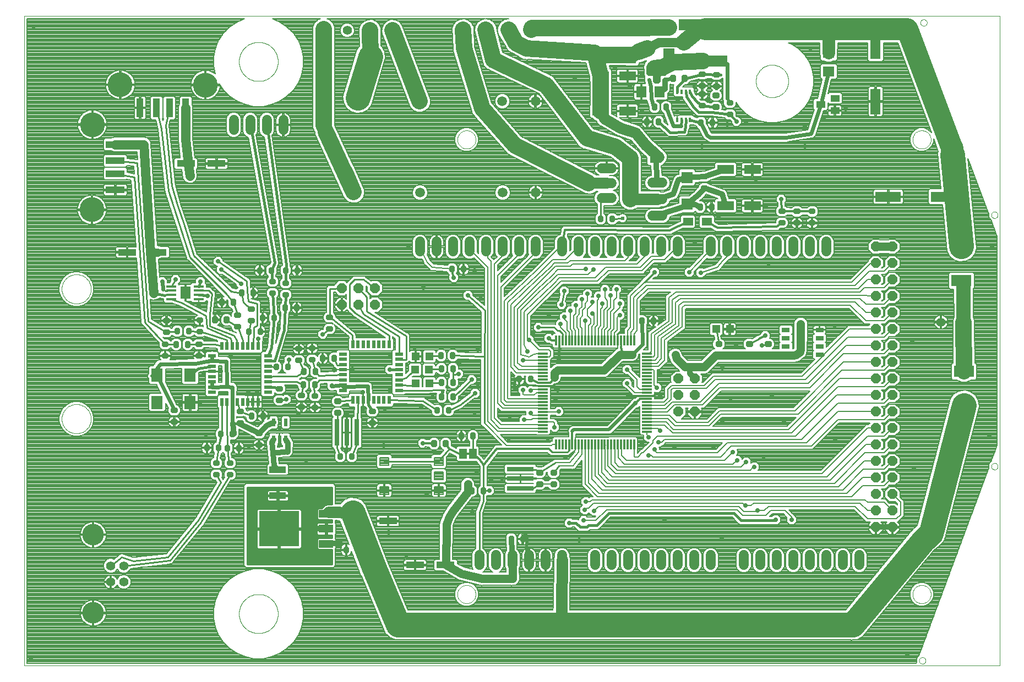
<source format=gtl>
G75*
G70*
%OFA0B0*%
%FSLAX24Y24*%
%IPPOS*%
%LPD*%
%AMOC8*
5,1,8,0,0,1.08239X$1,22.5*
%
%ADD10C,0.0000*%
%ADD11OC8,0.0600*%
%ADD12C,0.0600*%
%ADD13R,0.1102X0.0394*%
%ADD14R,0.0472X0.0472*%
%ADD15R,0.2441X0.2126*%
%ADD16R,0.0630X0.0394*%
%ADD17R,0.0880X0.0480*%
%ADD18R,0.0866X0.1417*%
%ADD19C,0.0283*%
%ADD20R,0.0591X0.0118*%
%ADD21R,0.0118X0.0591*%
%ADD22R,0.0460X0.0630*%
%ADD23C,0.0083*%
%ADD24R,0.0217X0.0472*%
%ADD25R,0.0220X0.0500*%
%ADD26R,0.0500X0.0220*%
%ADD27R,0.0630X0.0157*%
%ADD28R,0.0618X0.0744*%
%ADD29R,0.0440X0.1130*%
%ADD30C,0.1502*%
%ADD31R,0.0157X0.0260*%
%ADD32R,0.0630X0.0710*%
%ADD33R,0.0710X0.0630*%
%ADD34R,0.0591X0.0472*%
%ADD35R,0.0669X0.0709*%
%ADD36R,0.0551X0.0394*%
%ADD37R,0.0236X0.0177*%
%ADD38R,0.2953X0.0709*%
%ADD39R,0.0984X0.0394*%
%ADD40R,0.1240X0.0701*%
%ADD41R,0.0551X0.1024*%
%ADD42R,0.1024X0.0551*%
%ADD43R,0.0709X0.0787*%
%ADD44C,0.1306*%
%ADD45C,0.0554*%
%ADD46R,0.1130X0.0440*%
%ADD47C,0.0594*%
%ADD48R,0.0709X0.0669*%
%ADD49R,0.0630X0.1535*%
%ADD50R,0.0276X0.1614*%
%ADD51R,0.1614X0.0276*%
%ADD52R,0.1535X0.0630*%
%ADD53R,0.0500X0.0250*%
%ADD54C,0.0320*%
%ADD55C,0.0500*%
%ADD56C,0.0120*%
%ADD57C,0.0160*%
%ADD58C,0.0100*%
%ADD59C,0.0200*%
%ADD60C,0.0240*%
%ADD61OC8,0.0280*%
%ADD62C,0.0080*%
%ADD63C,0.0280*%
%ADD64C,0.0240*%
%ADD65C,0.0560*%
%ADD66C,0.1000*%
%ADD67C,0.1500*%
%ADD68C,0.0700*%
%ADD69C,0.0860*%
%ADD70C,0.0400*%
%ADD71C,0.0660*%
%ADD72C,0.1378*%
%ADD73C,0.1339*%
%ADD74C,0.0760*%
D10*
X000382Y000190D02*
X000382Y039560D01*
X059437Y039560D01*
X059437Y000190D01*
X000382Y000190D01*
X013374Y003340D02*
X013376Y003409D01*
X013382Y003477D01*
X013392Y003545D01*
X013406Y003612D01*
X013424Y003679D01*
X013445Y003744D01*
X013471Y003808D01*
X013500Y003870D01*
X013532Y003930D01*
X013568Y003989D01*
X013608Y004045D01*
X013650Y004099D01*
X013696Y004150D01*
X013745Y004199D01*
X013796Y004245D01*
X013850Y004287D01*
X013906Y004327D01*
X013964Y004363D01*
X014025Y004395D01*
X014087Y004424D01*
X014151Y004450D01*
X014216Y004471D01*
X014283Y004489D01*
X014350Y004503D01*
X014418Y004513D01*
X014486Y004519D01*
X014555Y004521D01*
X014624Y004519D01*
X014692Y004513D01*
X014760Y004503D01*
X014827Y004489D01*
X014894Y004471D01*
X014959Y004450D01*
X015023Y004424D01*
X015085Y004395D01*
X015145Y004363D01*
X015204Y004327D01*
X015260Y004287D01*
X015314Y004245D01*
X015365Y004199D01*
X015414Y004150D01*
X015460Y004099D01*
X015502Y004045D01*
X015542Y003989D01*
X015578Y003930D01*
X015610Y003870D01*
X015639Y003808D01*
X015665Y003744D01*
X015686Y003679D01*
X015704Y003612D01*
X015718Y003545D01*
X015728Y003477D01*
X015734Y003409D01*
X015736Y003340D01*
X015734Y003271D01*
X015728Y003203D01*
X015718Y003135D01*
X015704Y003068D01*
X015686Y003001D01*
X015665Y002936D01*
X015639Y002872D01*
X015610Y002810D01*
X015578Y002749D01*
X015542Y002691D01*
X015502Y002635D01*
X015460Y002581D01*
X015414Y002530D01*
X015365Y002481D01*
X015314Y002435D01*
X015260Y002393D01*
X015204Y002353D01*
X015146Y002317D01*
X015085Y002285D01*
X015023Y002256D01*
X014959Y002230D01*
X014894Y002209D01*
X014827Y002191D01*
X014760Y002177D01*
X014692Y002167D01*
X014624Y002161D01*
X014555Y002159D01*
X014486Y002161D01*
X014418Y002167D01*
X014350Y002177D01*
X014283Y002191D01*
X014216Y002209D01*
X014151Y002230D01*
X014087Y002256D01*
X014025Y002285D01*
X013964Y002317D01*
X013906Y002353D01*
X013850Y002393D01*
X013796Y002435D01*
X013745Y002481D01*
X013696Y002530D01*
X013650Y002581D01*
X013608Y002635D01*
X013568Y002691D01*
X013532Y002749D01*
X013500Y002810D01*
X013471Y002872D01*
X013445Y002936D01*
X013424Y003001D01*
X013406Y003068D01*
X013392Y003135D01*
X013382Y003203D01*
X013376Y003271D01*
X013374Y003340D01*
X026603Y004521D02*
X026605Y004568D01*
X026611Y004614D01*
X026621Y004660D01*
X026634Y004705D01*
X026652Y004748D01*
X026673Y004790D01*
X026697Y004830D01*
X026725Y004867D01*
X026756Y004902D01*
X026790Y004935D01*
X026826Y004964D01*
X026865Y004990D01*
X026906Y005013D01*
X026949Y005032D01*
X026993Y005048D01*
X027038Y005060D01*
X027084Y005068D01*
X027131Y005072D01*
X027177Y005072D01*
X027224Y005068D01*
X027270Y005060D01*
X027315Y005048D01*
X027359Y005032D01*
X027402Y005013D01*
X027443Y004990D01*
X027482Y004964D01*
X027518Y004935D01*
X027552Y004902D01*
X027583Y004867D01*
X027611Y004830D01*
X027635Y004790D01*
X027656Y004748D01*
X027674Y004705D01*
X027687Y004660D01*
X027697Y004614D01*
X027703Y004568D01*
X027705Y004521D01*
X027703Y004474D01*
X027697Y004428D01*
X027687Y004382D01*
X027674Y004337D01*
X027656Y004294D01*
X027635Y004252D01*
X027611Y004212D01*
X027583Y004175D01*
X027552Y004140D01*
X027518Y004107D01*
X027482Y004078D01*
X027443Y004052D01*
X027402Y004029D01*
X027359Y004010D01*
X027315Y003994D01*
X027270Y003982D01*
X027224Y003974D01*
X027177Y003970D01*
X027131Y003970D01*
X027084Y003974D01*
X027038Y003982D01*
X026993Y003994D01*
X026949Y004010D01*
X026906Y004029D01*
X026865Y004052D01*
X026826Y004078D01*
X026790Y004107D01*
X026756Y004140D01*
X026725Y004175D01*
X026697Y004212D01*
X026673Y004252D01*
X026652Y004294D01*
X026634Y004337D01*
X026621Y004382D01*
X026611Y004428D01*
X026605Y004474D01*
X026603Y004521D01*
X002645Y015151D02*
X002647Y015210D01*
X002653Y015269D01*
X002663Y015327D01*
X002676Y015385D01*
X002694Y015442D01*
X002715Y015497D01*
X002740Y015551D01*
X002769Y015603D01*
X002801Y015652D01*
X002836Y015700D01*
X002874Y015745D01*
X002915Y015788D01*
X002959Y015828D01*
X003005Y015864D01*
X003054Y015898D01*
X003105Y015928D01*
X003158Y015955D01*
X003213Y015978D01*
X003268Y015997D01*
X003326Y016013D01*
X003384Y016025D01*
X003442Y016033D01*
X003501Y016037D01*
X003561Y016037D01*
X003620Y016033D01*
X003678Y016025D01*
X003736Y016013D01*
X003794Y015997D01*
X003849Y015978D01*
X003904Y015955D01*
X003957Y015928D01*
X004008Y015898D01*
X004057Y015864D01*
X004103Y015828D01*
X004147Y015788D01*
X004188Y015745D01*
X004226Y015700D01*
X004261Y015652D01*
X004293Y015603D01*
X004322Y015551D01*
X004347Y015497D01*
X004368Y015442D01*
X004386Y015385D01*
X004399Y015327D01*
X004409Y015269D01*
X004415Y015210D01*
X004417Y015151D01*
X004415Y015092D01*
X004409Y015033D01*
X004399Y014975D01*
X004386Y014917D01*
X004368Y014860D01*
X004347Y014805D01*
X004322Y014751D01*
X004293Y014699D01*
X004261Y014650D01*
X004226Y014602D01*
X004188Y014557D01*
X004147Y014514D01*
X004103Y014474D01*
X004057Y014438D01*
X004008Y014404D01*
X003957Y014374D01*
X003904Y014347D01*
X003849Y014324D01*
X003794Y014305D01*
X003736Y014289D01*
X003678Y014277D01*
X003620Y014269D01*
X003561Y014265D01*
X003501Y014265D01*
X003442Y014269D01*
X003384Y014277D01*
X003326Y014289D01*
X003268Y014305D01*
X003213Y014324D01*
X003158Y014347D01*
X003105Y014374D01*
X003054Y014404D01*
X003005Y014438D01*
X002959Y014474D01*
X002915Y014514D01*
X002874Y014557D01*
X002836Y014602D01*
X002801Y014650D01*
X002769Y014699D01*
X002740Y014751D01*
X002715Y014805D01*
X002694Y014860D01*
X002676Y014917D01*
X002663Y014975D01*
X002653Y015033D01*
X002647Y015092D01*
X002645Y015151D01*
X002645Y023025D02*
X002647Y023084D01*
X002653Y023143D01*
X002663Y023201D01*
X002676Y023259D01*
X002694Y023316D01*
X002715Y023371D01*
X002740Y023425D01*
X002769Y023477D01*
X002801Y023526D01*
X002836Y023574D01*
X002874Y023619D01*
X002915Y023662D01*
X002959Y023702D01*
X003005Y023738D01*
X003054Y023772D01*
X003105Y023802D01*
X003158Y023829D01*
X003213Y023852D01*
X003268Y023871D01*
X003326Y023887D01*
X003384Y023899D01*
X003442Y023907D01*
X003501Y023911D01*
X003561Y023911D01*
X003620Y023907D01*
X003678Y023899D01*
X003736Y023887D01*
X003794Y023871D01*
X003849Y023852D01*
X003904Y023829D01*
X003957Y023802D01*
X004008Y023772D01*
X004057Y023738D01*
X004103Y023702D01*
X004147Y023662D01*
X004188Y023619D01*
X004226Y023574D01*
X004261Y023526D01*
X004293Y023477D01*
X004322Y023425D01*
X004347Y023371D01*
X004368Y023316D01*
X004386Y023259D01*
X004399Y023201D01*
X004409Y023143D01*
X004415Y023084D01*
X004417Y023025D01*
X004415Y022966D01*
X004409Y022907D01*
X004399Y022849D01*
X004386Y022791D01*
X004368Y022734D01*
X004347Y022679D01*
X004322Y022625D01*
X004293Y022573D01*
X004261Y022524D01*
X004226Y022476D01*
X004188Y022431D01*
X004147Y022388D01*
X004103Y022348D01*
X004057Y022312D01*
X004008Y022278D01*
X003957Y022248D01*
X003904Y022221D01*
X003849Y022198D01*
X003794Y022179D01*
X003736Y022163D01*
X003678Y022151D01*
X003620Y022143D01*
X003561Y022139D01*
X003501Y022139D01*
X003442Y022143D01*
X003384Y022151D01*
X003326Y022163D01*
X003268Y022179D01*
X003213Y022198D01*
X003158Y022221D01*
X003105Y022248D01*
X003054Y022278D01*
X003005Y022312D01*
X002959Y022348D01*
X002915Y022388D01*
X002874Y022431D01*
X002836Y022476D01*
X002801Y022524D01*
X002769Y022573D01*
X002740Y022625D01*
X002715Y022679D01*
X002694Y022734D01*
X002676Y022791D01*
X002663Y022849D01*
X002653Y022907D01*
X002647Y022966D01*
X002645Y023025D01*
X013374Y036804D02*
X013376Y036873D01*
X013382Y036941D01*
X013392Y037009D01*
X013406Y037076D01*
X013424Y037143D01*
X013445Y037208D01*
X013471Y037272D01*
X013500Y037334D01*
X013532Y037394D01*
X013568Y037453D01*
X013608Y037509D01*
X013650Y037563D01*
X013696Y037614D01*
X013745Y037663D01*
X013796Y037709D01*
X013850Y037751D01*
X013906Y037791D01*
X013964Y037827D01*
X014025Y037859D01*
X014087Y037888D01*
X014151Y037914D01*
X014216Y037935D01*
X014283Y037953D01*
X014350Y037967D01*
X014418Y037977D01*
X014486Y037983D01*
X014555Y037985D01*
X014624Y037983D01*
X014692Y037977D01*
X014760Y037967D01*
X014827Y037953D01*
X014894Y037935D01*
X014959Y037914D01*
X015023Y037888D01*
X015085Y037859D01*
X015145Y037827D01*
X015204Y037791D01*
X015260Y037751D01*
X015314Y037709D01*
X015365Y037663D01*
X015414Y037614D01*
X015460Y037563D01*
X015502Y037509D01*
X015542Y037453D01*
X015578Y037394D01*
X015610Y037334D01*
X015639Y037272D01*
X015665Y037208D01*
X015686Y037143D01*
X015704Y037076D01*
X015718Y037009D01*
X015728Y036941D01*
X015734Y036873D01*
X015736Y036804D01*
X015734Y036735D01*
X015728Y036667D01*
X015718Y036599D01*
X015704Y036532D01*
X015686Y036465D01*
X015665Y036400D01*
X015639Y036336D01*
X015610Y036274D01*
X015578Y036213D01*
X015542Y036155D01*
X015502Y036099D01*
X015460Y036045D01*
X015414Y035994D01*
X015365Y035945D01*
X015314Y035899D01*
X015260Y035857D01*
X015204Y035817D01*
X015146Y035781D01*
X015085Y035749D01*
X015023Y035720D01*
X014959Y035694D01*
X014894Y035673D01*
X014827Y035655D01*
X014760Y035641D01*
X014692Y035631D01*
X014624Y035625D01*
X014555Y035623D01*
X014486Y035625D01*
X014418Y035631D01*
X014350Y035641D01*
X014283Y035655D01*
X014216Y035673D01*
X014151Y035694D01*
X014087Y035720D01*
X014025Y035749D01*
X013964Y035781D01*
X013906Y035817D01*
X013850Y035857D01*
X013796Y035899D01*
X013745Y035945D01*
X013696Y035994D01*
X013650Y036045D01*
X013608Y036099D01*
X013568Y036155D01*
X013532Y036213D01*
X013500Y036274D01*
X013471Y036336D01*
X013445Y036400D01*
X013424Y036465D01*
X013406Y036532D01*
X013392Y036599D01*
X013382Y036667D01*
X013376Y036735D01*
X013374Y036804D01*
X026603Y032080D02*
X026605Y032127D01*
X026611Y032173D01*
X026621Y032219D01*
X026634Y032264D01*
X026652Y032307D01*
X026673Y032349D01*
X026697Y032389D01*
X026725Y032426D01*
X026756Y032461D01*
X026790Y032494D01*
X026826Y032523D01*
X026865Y032549D01*
X026906Y032572D01*
X026949Y032591D01*
X026993Y032607D01*
X027038Y032619D01*
X027084Y032627D01*
X027131Y032631D01*
X027177Y032631D01*
X027224Y032627D01*
X027270Y032619D01*
X027315Y032607D01*
X027359Y032591D01*
X027402Y032572D01*
X027443Y032549D01*
X027482Y032523D01*
X027518Y032494D01*
X027552Y032461D01*
X027583Y032426D01*
X027611Y032389D01*
X027635Y032349D01*
X027656Y032307D01*
X027674Y032264D01*
X027687Y032219D01*
X027697Y032173D01*
X027703Y032127D01*
X027705Y032080D01*
X027703Y032033D01*
X027697Y031987D01*
X027687Y031941D01*
X027674Y031896D01*
X027656Y031853D01*
X027635Y031811D01*
X027611Y031771D01*
X027583Y031734D01*
X027552Y031699D01*
X027518Y031666D01*
X027482Y031637D01*
X027443Y031611D01*
X027402Y031588D01*
X027359Y031569D01*
X027315Y031553D01*
X027270Y031541D01*
X027224Y031533D01*
X027177Y031529D01*
X027131Y031529D01*
X027084Y031533D01*
X027038Y031541D01*
X026993Y031553D01*
X026949Y031569D01*
X026906Y031588D01*
X026865Y031611D01*
X026826Y031637D01*
X026790Y031666D01*
X026756Y031699D01*
X026725Y031734D01*
X026697Y031771D01*
X026673Y031811D01*
X026652Y031853D01*
X026634Y031896D01*
X026621Y031941D01*
X026611Y031987D01*
X026605Y032033D01*
X026603Y032080D01*
X044673Y035623D02*
X044675Y035685D01*
X044681Y035748D01*
X044691Y035809D01*
X044705Y035870D01*
X044722Y035930D01*
X044743Y035989D01*
X044769Y036046D01*
X044797Y036101D01*
X044829Y036155D01*
X044865Y036206D01*
X044903Y036256D01*
X044945Y036302D01*
X044989Y036346D01*
X045037Y036387D01*
X045086Y036425D01*
X045138Y036459D01*
X045192Y036490D01*
X045248Y036518D01*
X045306Y036542D01*
X045365Y036563D01*
X045425Y036579D01*
X045486Y036592D01*
X045548Y036601D01*
X045610Y036606D01*
X045673Y036607D01*
X045735Y036604D01*
X045797Y036597D01*
X045859Y036586D01*
X045919Y036571D01*
X045979Y036553D01*
X046037Y036531D01*
X046094Y036505D01*
X046149Y036475D01*
X046202Y036442D01*
X046253Y036406D01*
X046301Y036367D01*
X046347Y036324D01*
X046390Y036279D01*
X046430Y036231D01*
X046467Y036181D01*
X046501Y036128D01*
X046532Y036074D01*
X046558Y036018D01*
X046582Y035960D01*
X046601Y035900D01*
X046617Y035840D01*
X046629Y035778D01*
X046637Y035717D01*
X046641Y035654D01*
X046641Y035592D01*
X046637Y035529D01*
X046629Y035468D01*
X046617Y035406D01*
X046601Y035346D01*
X046582Y035286D01*
X046558Y035228D01*
X046532Y035172D01*
X046501Y035118D01*
X046467Y035065D01*
X046430Y035015D01*
X046390Y034967D01*
X046347Y034922D01*
X046301Y034879D01*
X046253Y034840D01*
X046202Y034804D01*
X046149Y034771D01*
X046094Y034741D01*
X046037Y034715D01*
X045979Y034693D01*
X045919Y034675D01*
X045859Y034660D01*
X045797Y034649D01*
X045735Y034642D01*
X045673Y034639D01*
X045610Y034640D01*
X045548Y034645D01*
X045486Y034654D01*
X045425Y034667D01*
X045365Y034683D01*
X045306Y034704D01*
X045248Y034728D01*
X045192Y034756D01*
X045138Y034787D01*
X045086Y034821D01*
X045037Y034859D01*
X044989Y034900D01*
X044945Y034944D01*
X044903Y034990D01*
X044865Y035040D01*
X044829Y035091D01*
X044797Y035145D01*
X044769Y035200D01*
X044743Y035257D01*
X044722Y035316D01*
X044705Y035376D01*
X044691Y035437D01*
X044681Y035498D01*
X044675Y035561D01*
X044673Y035623D01*
X054162Y032080D02*
X054164Y032127D01*
X054170Y032173D01*
X054180Y032219D01*
X054193Y032264D01*
X054211Y032307D01*
X054232Y032349D01*
X054256Y032389D01*
X054284Y032426D01*
X054315Y032461D01*
X054349Y032494D01*
X054385Y032523D01*
X054424Y032549D01*
X054465Y032572D01*
X054508Y032591D01*
X054552Y032607D01*
X054597Y032619D01*
X054643Y032627D01*
X054690Y032631D01*
X054736Y032631D01*
X054783Y032627D01*
X054829Y032619D01*
X054874Y032607D01*
X054918Y032591D01*
X054961Y032572D01*
X055002Y032549D01*
X055041Y032523D01*
X055077Y032494D01*
X055111Y032461D01*
X055142Y032426D01*
X055170Y032389D01*
X055194Y032349D01*
X055215Y032307D01*
X055233Y032264D01*
X055246Y032219D01*
X055256Y032173D01*
X055262Y032127D01*
X055264Y032080D01*
X055262Y032033D01*
X055256Y031987D01*
X055246Y031941D01*
X055233Y031896D01*
X055215Y031853D01*
X055194Y031811D01*
X055170Y031771D01*
X055142Y031734D01*
X055111Y031699D01*
X055077Y031666D01*
X055041Y031637D01*
X055002Y031611D01*
X054961Y031588D01*
X054918Y031569D01*
X054874Y031553D01*
X054829Y031541D01*
X054783Y031533D01*
X054736Y031529D01*
X054690Y031529D01*
X054643Y031533D01*
X054597Y031541D01*
X054552Y031553D01*
X054508Y031569D01*
X054465Y031588D01*
X054424Y031611D01*
X054385Y031637D01*
X054349Y031666D01*
X054315Y031699D01*
X054284Y031734D01*
X054256Y031771D01*
X054232Y031811D01*
X054211Y031853D01*
X054193Y031896D01*
X054180Y031941D01*
X054170Y031987D01*
X054164Y032033D01*
X054162Y032080D01*
X058925Y027513D02*
X058927Y027540D01*
X058933Y027567D01*
X058942Y027593D01*
X058955Y027617D01*
X058971Y027640D01*
X058990Y027659D01*
X059012Y027676D01*
X059036Y027690D01*
X059061Y027700D01*
X059088Y027707D01*
X059115Y027710D01*
X059143Y027709D01*
X059170Y027704D01*
X059196Y027696D01*
X059220Y027684D01*
X059243Y027668D01*
X059264Y027650D01*
X059281Y027629D01*
X059296Y027605D01*
X059307Y027580D01*
X059315Y027554D01*
X059319Y027527D01*
X059319Y027499D01*
X059315Y027472D01*
X059307Y027446D01*
X059296Y027421D01*
X059281Y027397D01*
X059264Y027376D01*
X059243Y027358D01*
X059221Y027342D01*
X059196Y027330D01*
X059170Y027322D01*
X059143Y027317D01*
X059115Y027316D01*
X059088Y027319D01*
X059061Y027326D01*
X059036Y027336D01*
X059012Y027350D01*
X058990Y027367D01*
X058971Y027386D01*
X058955Y027409D01*
X058942Y027433D01*
X058933Y027459D01*
X058927Y027486D01*
X058925Y027513D01*
X054634Y039166D02*
X054636Y039193D01*
X054642Y039220D01*
X054651Y039246D01*
X054664Y039270D01*
X054680Y039293D01*
X054699Y039312D01*
X054721Y039329D01*
X054745Y039343D01*
X054770Y039353D01*
X054797Y039360D01*
X054824Y039363D01*
X054852Y039362D01*
X054879Y039357D01*
X054905Y039349D01*
X054929Y039337D01*
X054952Y039321D01*
X054973Y039303D01*
X054990Y039282D01*
X055005Y039258D01*
X055016Y039233D01*
X055024Y039207D01*
X055028Y039180D01*
X055028Y039152D01*
X055024Y039125D01*
X055016Y039099D01*
X055005Y039074D01*
X054990Y039050D01*
X054973Y039029D01*
X054952Y039011D01*
X054930Y038995D01*
X054905Y038983D01*
X054879Y038975D01*
X054852Y038970D01*
X054824Y038969D01*
X054797Y038972D01*
X054770Y038979D01*
X054745Y038989D01*
X054721Y039003D01*
X054699Y039020D01*
X054680Y039039D01*
X054664Y039062D01*
X054651Y039086D01*
X054642Y039112D01*
X054636Y039139D01*
X054634Y039166D01*
X058925Y012277D02*
X058927Y012304D01*
X058933Y012331D01*
X058942Y012357D01*
X058955Y012381D01*
X058971Y012404D01*
X058990Y012423D01*
X059012Y012440D01*
X059036Y012454D01*
X059061Y012464D01*
X059088Y012471D01*
X059115Y012474D01*
X059143Y012473D01*
X059170Y012468D01*
X059196Y012460D01*
X059220Y012448D01*
X059243Y012432D01*
X059264Y012414D01*
X059281Y012393D01*
X059296Y012369D01*
X059307Y012344D01*
X059315Y012318D01*
X059319Y012291D01*
X059319Y012263D01*
X059315Y012236D01*
X059307Y012210D01*
X059296Y012185D01*
X059281Y012161D01*
X059264Y012140D01*
X059243Y012122D01*
X059221Y012106D01*
X059196Y012094D01*
X059170Y012086D01*
X059143Y012081D01*
X059115Y012080D01*
X059088Y012083D01*
X059061Y012090D01*
X059036Y012100D01*
X059012Y012114D01*
X058990Y012131D01*
X058971Y012150D01*
X058955Y012173D01*
X058942Y012197D01*
X058933Y012223D01*
X058927Y012250D01*
X058925Y012277D01*
X054162Y004521D02*
X054164Y004568D01*
X054170Y004614D01*
X054180Y004660D01*
X054193Y004705D01*
X054211Y004748D01*
X054232Y004790D01*
X054256Y004830D01*
X054284Y004867D01*
X054315Y004902D01*
X054349Y004935D01*
X054385Y004964D01*
X054424Y004990D01*
X054465Y005013D01*
X054508Y005032D01*
X054552Y005048D01*
X054597Y005060D01*
X054643Y005068D01*
X054690Y005072D01*
X054736Y005072D01*
X054783Y005068D01*
X054829Y005060D01*
X054874Y005048D01*
X054918Y005032D01*
X054961Y005013D01*
X055002Y004990D01*
X055041Y004964D01*
X055077Y004935D01*
X055111Y004902D01*
X055142Y004867D01*
X055170Y004830D01*
X055194Y004790D01*
X055215Y004748D01*
X055233Y004705D01*
X055246Y004660D01*
X055256Y004614D01*
X055262Y004568D01*
X055264Y004521D01*
X055262Y004474D01*
X055256Y004428D01*
X055246Y004382D01*
X055233Y004337D01*
X055215Y004294D01*
X055194Y004252D01*
X055170Y004212D01*
X055142Y004175D01*
X055111Y004140D01*
X055077Y004107D01*
X055041Y004078D01*
X055002Y004052D01*
X054961Y004029D01*
X054918Y004010D01*
X054874Y003994D01*
X054829Y003982D01*
X054783Y003974D01*
X054736Y003970D01*
X054690Y003970D01*
X054643Y003974D01*
X054597Y003982D01*
X054552Y003994D01*
X054508Y004010D01*
X054465Y004029D01*
X054424Y004052D01*
X054385Y004078D01*
X054349Y004107D01*
X054315Y004140D01*
X054284Y004175D01*
X054256Y004212D01*
X054232Y004252D01*
X054211Y004294D01*
X054193Y004337D01*
X054180Y004382D01*
X054170Y004428D01*
X054164Y004474D01*
X054162Y004521D01*
X054555Y000505D02*
X054557Y000532D01*
X054563Y000559D01*
X054572Y000585D01*
X054585Y000609D01*
X054601Y000632D01*
X054620Y000651D01*
X054642Y000668D01*
X054666Y000682D01*
X054691Y000692D01*
X054718Y000699D01*
X054745Y000702D01*
X054773Y000701D01*
X054800Y000696D01*
X054826Y000688D01*
X054850Y000676D01*
X054873Y000660D01*
X054894Y000642D01*
X054911Y000621D01*
X054926Y000597D01*
X054937Y000572D01*
X054945Y000546D01*
X054949Y000519D01*
X054949Y000491D01*
X054945Y000464D01*
X054937Y000438D01*
X054926Y000413D01*
X054911Y000389D01*
X054894Y000368D01*
X054873Y000350D01*
X054851Y000334D01*
X054826Y000322D01*
X054800Y000314D01*
X054773Y000309D01*
X054745Y000308D01*
X054718Y000311D01*
X054691Y000318D01*
X054666Y000328D01*
X054642Y000342D01*
X054620Y000359D01*
X054601Y000378D01*
X054585Y000401D01*
X054572Y000425D01*
X054563Y000451D01*
X054557Y000478D01*
X054555Y000505D01*
D11*
X052932Y008590D03*
X051932Y008590D03*
X051932Y009590D03*
X052932Y009590D03*
X052932Y010590D03*
X051932Y010590D03*
X051932Y011590D03*
X052932Y011590D03*
X052932Y012590D03*
X051932Y012590D03*
X051932Y013590D03*
X052932Y013590D03*
X052932Y014590D03*
X051932Y014590D03*
X051932Y015590D03*
X052932Y015590D03*
X052932Y016590D03*
X051932Y016590D03*
X051932Y017590D03*
X052932Y017590D03*
X052932Y018590D03*
X051932Y018590D03*
X051932Y019590D03*
X052932Y019590D03*
X052932Y020590D03*
X051932Y020590D03*
X051932Y021590D03*
X052932Y021590D03*
X052932Y022590D03*
X051932Y022590D03*
X051932Y023590D03*
X052932Y023590D03*
X052932Y024590D03*
X051932Y024590D03*
X051932Y025590D03*
X052932Y025590D03*
X040982Y017590D03*
X039982Y017590D03*
X039982Y016590D03*
X040982Y016590D03*
X040982Y015590D03*
X039982Y015590D03*
X021603Y022073D03*
X020603Y022073D03*
X019603Y022073D03*
X019603Y023073D03*
X020603Y023073D03*
X021603Y023073D03*
D12*
X024332Y025290D02*
X024332Y025890D01*
X025332Y025890D02*
X025332Y025290D01*
X026332Y025290D02*
X026332Y025890D01*
X027332Y025890D02*
X027332Y025290D01*
X028332Y025290D02*
X028332Y025890D01*
X029332Y025890D02*
X029332Y025290D01*
X030332Y025290D02*
X030332Y025890D01*
X031332Y025890D02*
X031332Y025290D01*
X032932Y025290D02*
X032932Y025890D01*
X033932Y025890D02*
X033932Y025290D01*
X034932Y025290D02*
X034932Y025890D01*
X035932Y025890D02*
X035932Y025290D01*
X036932Y025290D02*
X036932Y025890D01*
X037932Y025890D02*
X037932Y025290D01*
X038932Y025290D02*
X038932Y025890D01*
X039932Y025890D02*
X039932Y025290D01*
X041932Y025290D02*
X041932Y025890D01*
X042932Y025890D02*
X042932Y025290D01*
X043932Y025290D02*
X043932Y025890D01*
X044932Y025890D02*
X044932Y025290D01*
X045932Y025290D02*
X045932Y025890D01*
X046932Y025890D02*
X046932Y025290D01*
X047932Y025290D02*
X047932Y025890D01*
X048932Y025890D02*
X048932Y025290D01*
X039005Y027458D02*
X038405Y027458D01*
X038405Y028458D02*
X039005Y028458D01*
X039005Y029458D02*
X038405Y029458D01*
X035930Y029442D02*
X035330Y029442D01*
X035330Y030342D02*
X035930Y030342D01*
X035930Y028542D02*
X035330Y028542D01*
X016056Y032667D02*
X016056Y033267D01*
X015056Y033267D02*
X015056Y032667D01*
X014056Y032667D02*
X014056Y033267D01*
X013056Y033267D02*
X013056Y032667D01*
X027932Y006890D02*
X027932Y006290D01*
X028932Y006290D02*
X028932Y006890D01*
X029932Y006890D02*
X029932Y006290D01*
X030932Y006290D02*
X030932Y006890D01*
X031932Y006890D02*
X031932Y006290D01*
X032932Y006290D02*
X032932Y006890D01*
X034932Y006890D02*
X034932Y006290D01*
X035932Y006290D02*
X035932Y006890D01*
X036932Y006890D02*
X036932Y006290D01*
X037932Y006290D02*
X037932Y006890D01*
X038932Y006890D02*
X038932Y006290D01*
X039932Y006290D02*
X039932Y006890D01*
X040932Y006890D02*
X040932Y006290D01*
X041932Y006290D02*
X041932Y006890D01*
X043932Y006890D02*
X043932Y006290D01*
X044932Y006290D02*
X044932Y006890D01*
X045932Y006890D02*
X045932Y006290D01*
X046932Y006290D02*
X046932Y006890D01*
X047932Y006890D02*
X047932Y006290D01*
X048932Y006290D02*
X048932Y006890D01*
X049932Y006890D02*
X049932Y006290D01*
X050932Y006290D02*
X050932Y006890D01*
D13*
X025886Y006294D03*
X024036Y006294D03*
X022397Y008961D03*
X020547Y008961D03*
X008453Y025249D03*
X006602Y025249D03*
X010165Y030623D03*
X012016Y030623D03*
D14*
X024066Y018938D03*
X024893Y018938D03*
X024873Y018129D03*
X024046Y018129D03*
X024066Y017320D03*
X024893Y017320D03*
X042269Y020590D03*
X043095Y020590D03*
D15*
X015798Y008490D03*
D16*
X018672Y007592D03*
X018672Y009388D03*
D17*
X018652Y009400D03*
X018652Y008490D03*
X018652Y007580D03*
D18*
X016212Y008490D03*
D19*
X019833Y007286D02*
X019833Y007136D01*
X019833Y007286D02*
X019905Y007286D01*
X019905Y007136D01*
X019833Y007136D01*
X020533Y007136D02*
X020533Y007286D01*
X020605Y007286D01*
X020605Y007136D01*
X020533Y007136D01*
X027446Y010715D02*
X027518Y010715D01*
X027446Y010715D02*
X027446Y010865D01*
X027518Y010865D01*
X027518Y010715D01*
X028146Y010715D02*
X028218Y010715D01*
X028146Y010715D02*
X028146Y010865D01*
X028218Y010865D01*
X028218Y010715D01*
X031657Y011154D02*
X031657Y011226D01*
X031657Y011154D02*
X031507Y011154D01*
X031507Y011226D01*
X031657Y011226D01*
X032357Y011226D02*
X032357Y011154D01*
X032357Y011226D02*
X032507Y011226D01*
X032507Y011154D01*
X032357Y011154D01*
X032357Y011854D02*
X032357Y011926D01*
X032507Y011926D01*
X032507Y011854D01*
X032357Y011854D01*
X031657Y011854D02*
X031657Y011926D01*
X031657Y011854D02*
X031507Y011854D01*
X031507Y011926D01*
X031657Y011926D01*
X027506Y014042D02*
X027506Y014192D01*
X027578Y014192D01*
X027578Y014042D01*
X027506Y014042D01*
X026806Y014042D02*
X026806Y014192D01*
X026878Y014192D01*
X026878Y014042D01*
X026806Y014042D01*
X025924Y013728D02*
X025924Y013578D01*
X025852Y013578D01*
X025852Y013728D01*
X025924Y013728D01*
X025224Y013728D02*
X025224Y013578D01*
X025152Y013578D01*
X025152Y013728D01*
X025224Y013728D01*
X025337Y015591D02*
X025409Y015591D01*
X025337Y015591D02*
X025337Y015741D01*
X025409Y015741D01*
X025409Y015591D01*
X026037Y015591D02*
X026109Y015591D01*
X026037Y015591D02*
X026037Y015741D01*
X026109Y015741D01*
X026109Y015591D01*
X026313Y016411D02*
X026385Y016411D01*
X026313Y016411D02*
X026313Y016561D01*
X026385Y016561D01*
X026385Y016411D01*
X025685Y016411D02*
X025613Y016411D01*
X025613Y016561D01*
X025685Y016561D01*
X025685Y016411D01*
X025665Y017434D02*
X025593Y017434D01*
X025665Y017434D02*
X025665Y017284D01*
X025593Y017284D01*
X025593Y017434D01*
X026293Y017434D02*
X026365Y017434D01*
X026365Y017284D01*
X026293Y017284D01*
X026293Y017434D01*
X026293Y018272D02*
X026365Y018272D01*
X026365Y018122D01*
X026293Y018122D01*
X026293Y018272D01*
X025665Y018272D02*
X025593Y018272D01*
X025665Y018272D02*
X025665Y018122D01*
X025593Y018122D01*
X025593Y018272D01*
X025583Y018922D02*
X025655Y018922D01*
X025583Y018922D02*
X025583Y019072D01*
X025655Y019072D01*
X025655Y018922D01*
X026283Y018922D02*
X026355Y018922D01*
X026283Y018922D02*
X026283Y019072D01*
X026355Y019072D01*
X026355Y018922D01*
X030312Y017641D02*
X030312Y017491D01*
X030312Y017641D02*
X030384Y017641D01*
X030384Y017491D01*
X030312Y017491D01*
X031012Y017491D02*
X031012Y017641D01*
X031084Y017641D01*
X031084Y017491D01*
X031012Y017491D01*
X037818Y021015D02*
X037818Y021165D01*
X037818Y021015D02*
X037746Y021015D01*
X037746Y021165D01*
X037818Y021165D01*
X038518Y021165D02*
X038518Y021015D01*
X038446Y021015D01*
X038446Y021165D01*
X038518Y021165D01*
X042357Y019726D02*
X042357Y019654D01*
X042357Y019726D02*
X042507Y019726D01*
X042507Y019654D01*
X042357Y019654D01*
X042357Y019026D02*
X042357Y018954D01*
X042357Y019026D02*
X042507Y019026D01*
X042507Y018954D01*
X042357Y018954D01*
X044359Y018954D02*
X044359Y019026D01*
X044359Y018954D02*
X044209Y018954D01*
X044209Y019026D01*
X044359Y019026D01*
X044359Y019654D02*
X044359Y019726D01*
X044359Y019654D02*
X044209Y019654D01*
X044209Y019726D01*
X044359Y019726D01*
X045498Y019726D02*
X045498Y019654D01*
X045348Y019654D01*
X045348Y019726D01*
X045498Y019726D01*
X045498Y019026D02*
X045498Y018954D01*
X045348Y018954D01*
X045348Y019026D01*
X045498Y019026D01*
X046173Y027009D02*
X046173Y027081D01*
X046323Y027081D01*
X046323Y027009D01*
X046173Y027009D01*
X046173Y027709D02*
X046173Y027781D01*
X046323Y027781D01*
X046323Y027709D01*
X046173Y027709D01*
X047079Y027689D02*
X047229Y027689D01*
X047079Y027689D02*
X047079Y027761D01*
X047229Y027761D01*
X047229Y027689D01*
X047229Y026989D02*
X047079Y026989D01*
X047079Y027061D01*
X047229Y027061D01*
X047229Y026989D01*
X048004Y026989D02*
X048004Y027061D01*
X048154Y027061D01*
X048154Y026989D01*
X048004Y026989D01*
X048004Y027689D02*
X048004Y027761D01*
X048154Y027761D01*
X048154Y027689D01*
X048004Y027689D01*
X042028Y027910D02*
X041956Y027910D01*
X041956Y028060D01*
X042028Y028060D01*
X042028Y027910D01*
X041328Y027910D02*
X041256Y027910D01*
X041256Y028060D01*
X041328Y028060D01*
X041328Y027910D01*
X041488Y029095D02*
X041488Y029167D01*
X041638Y029167D01*
X041638Y029095D01*
X041488Y029095D01*
X041488Y029795D02*
X041488Y029867D01*
X041638Y029867D01*
X041638Y029795D01*
X041488Y029795D01*
X041387Y033028D02*
X041387Y033178D01*
X041387Y033028D02*
X041315Y033028D01*
X041315Y033178D01*
X041387Y033178D01*
X042087Y033178D02*
X042087Y033028D01*
X042015Y033028D01*
X042015Y033178D01*
X042087Y033178D01*
X042177Y034017D02*
X042177Y034089D01*
X042327Y034089D01*
X042327Y034017D01*
X042177Y034017D01*
X041500Y034095D02*
X041500Y034167D01*
X041500Y034095D02*
X041350Y034095D01*
X041350Y034167D01*
X041500Y034167D01*
X041500Y034795D02*
X041500Y034867D01*
X041500Y034795D02*
X041350Y034795D01*
X041350Y034867D01*
X041500Y034867D01*
X041350Y035296D02*
X041350Y035368D01*
X041500Y035368D01*
X041500Y035296D01*
X041350Y035296D01*
X042216Y035276D02*
X042366Y035276D01*
X042216Y035276D02*
X042216Y035348D01*
X042366Y035348D01*
X042366Y035276D01*
X042177Y034789D02*
X042177Y034717D01*
X042177Y034789D02*
X042327Y034789D01*
X042327Y034717D01*
X042177Y034717D01*
X043023Y034336D02*
X043023Y034264D01*
X043023Y034336D02*
X043173Y034336D01*
X043173Y034264D01*
X043023Y034264D01*
X043023Y033636D02*
X043023Y033564D01*
X043023Y033636D02*
X043173Y033636D01*
X043173Y033564D01*
X043023Y033564D01*
X040394Y035706D02*
X040322Y035706D01*
X040322Y035856D01*
X040394Y035856D01*
X040394Y035706D01*
X039694Y035706D02*
X039622Y035706D01*
X039622Y035856D01*
X039694Y035856D01*
X039694Y035706D01*
X041350Y035996D02*
X041350Y036068D01*
X041500Y036068D01*
X041500Y035996D01*
X041350Y035996D01*
X042216Y035976D02*
X042366Y035976D01*
X042216Y035976D02*
X042216Y036048D01*
X042366Y036048D01*
X042366Y035976D01*
X039272Y033973D02*
X039200Y033973D01*
X039200Y034123D01*
X039272Y034123D01*
X039272Y033973D01*
X038572Y033973D02*
X038500Y033973D01*
X038500Y034123D01*
X038572Y034123D01*
X038572Y033973D01*
X038747Y033237D02*
X038747Y033087D01*
X038747Y033237D02*
X038819Y033237D01*
X038819Y033087D01*
X038747Y033087D01*
X038047Y033087D02*
X038047Y033237D01*
X038119Y033237D01*
X038119Y033087D01*
X038047Y033087D01*
X038535Y037967D02*
X038685Y037967D01*
X038685Y037895D01*
X038535Y037895D01*
X038535Y037967D01*
X038535Y038667D02*
X038685Y038667D01*
X038685Y038595D01*
X038535Y038595D01*
X038535Y038667D01*
X036004Y027352D02*
X035932Y027352D01*
X036004Y027352D02*
X036004Y027202D01*
X035932Y027202D01*
X035932Y027352D01*
X035304Y027352D02*
X035232Y027352D01*
X035304Y027352D02*
X035304Y027202D01*
X035232Y027202D01*
X035232Y027352D01*
X027018Y024315D02*
X027018Y024165D01*
X026946Y024165D01*
X026946Y024315D01*
X027018Y024315D01*
X026318Y024315D02*
X026318Y024165D01*
X026246Y024165D01*
X026246Y024315D01*
X026318Y024315D01*
X018928Y021340D02*
X018928Y021268D01*
X018778Y021268D01*
X018778Y021340D01*
X018928Y021340D01*
X018928Y020640D02*
X018928Y020568D01*
X018778Y020568D01*
X018778Y020640D01*
X018928Y020640D01*
X017878Y019474D02*
X017878Y019402D01*
X017728Y019402D01*
X017728Y019474D01*
X017878Y019474D01*
X017071Y019362D02*
X016921Y019362D01*
X016921Y019434D01*
X017071Y019434D01*
X017071Y019362D01*
X017071Y018662D02*
X016921Y018662D01*
X016921Y018734D01*
X017071Y018734D01*
X017071Y018662D01*
X017878Y018702D02*
X017878Y018774D01*
X017878Y018702D02*
X017728Y018702D01*
X017728Y018774D01*
X017878Y018774D01*
X018408Y018750D02*
X018408Y018900D01*
X018480Y018900D01*
X018480Y018750D01*
X018408Y018750D01*
X019108Y018750D02*
X019108Y018900D01*
X019180Y018900D01*
X019180Y018750D01*
X019108Y018750D01*
X018032Y018100D02*
X017960Y018100D01*
X018032Y018100D02*
X018032Y017950D01*
X017960Y017950D01*
X017960Y018100D01*
X017332Y018100D02*
X017260Y018100D01*
X017332Y018100D02*
X017332Y017950D01*
X017260Y017950D01*
X017260Y018100D01*
X016364Y018229D02*
X016292Y018229D01*
X016292Y018379D01*
X016364Y018379D01*
X016364Y018229D01*
X015664Y018229D02*
X015592Y018229D01*
X015592Y018379D01*
X015664Y018379D01*
X015664Y018229D01*
X015755Y017020D02*
X015755Y016948D01*
X015755Y017020D02*
X015905Y017020D01*
X015905Y016948D01*
X015755Y016948D01*
X015755Y016320D02*
X015755Y016248D01*
X015755Y016320D02*
X015905Y016320D01*
X015905Y016248D01*
X015755Y016248D01*
X014862Y015398D02*
X014862Y015248D01*
X014790Y015248D01*
X014790Y015398D01*
X014862Y015398D01*
X014162Y015398D02*
X014162Y015248D01*
X014090Y015248D01*
X014090Y015398D01*
X014162Y015398D01*
X013373Y015567D02*
X013373Y015639D01*
X013523Y015639D01*
X013523Y015567D01*
X013373Y015567D01*
X013373Y014939D02*
X013373Y014867D01*
X013373Y014939D02*
X013523Y014939D01*
X013523Y014867D01*
X013373Y014867D01*
X013019Y014165D02*
X012947Y014165D01*
X012947Y014315D01*
X013019Y014315D01*
X013019Y014165D01*
X012319Y014165D02*
X012247Y014165D01*
X012247Y014315D01*
X012319Y014315D01*
X012319Y014165D01*
X012094Y013474D02*
X012094Y013324D01*
X012094Y013474D02*
X012166Y013474D01*
X012166Y013324D01*
X012094Y013324D01*
X012706Y013304D02*
X012706Y013454D01*
X012706Y013304D02*
X012634Y013304D01*
X012634Y013454D01*
X012706Y013454D01*
X013406Y013454D02*
X013406Y013304D01*
X013334Y013304D01*
X013334Y013454D01*
X013406Y013454D01*
X012767Y012513D02*
X012767Y012441D01*
X012767Y012513D02*
X012917Y012513D01*
X012917Y012441D01*
X012767Y012441D01*
X012767Y011813D02*
X012767Y011741D01*
X012767Y011813D02*
X012917Y011813D01*
X012917Y011741D01*
X012767Y011741D01*
X011936Y011740D02*
X011936Y011812D01*
X012086Y011812D01*
X012086Y011740D01*
X011936Y011740D01*
X011936Y012440D02*
X011936Y012512D01*
X012086Y012512D01*
X012086Y012440D01*
X011936Y012440D01*
X011394Y013324D02*
X011394Y013474D01*
X011466Y013474D01*
X011466Y013324D01*
X011394Y013324D01*
X009532Y014942D02*
X009382Y014942D01*
X009382Y015014D01*
X009532Y015014D01*
X009532Y014942D01*
X009532Y015642D02*
X009382Y015642D01*
X009382Y015714D01*
X009532Y015714D01*
X009532Y015642D01*
X008831Y018938D02*
X008831Y019010D01*
X008981Y019010D01*
X008981Y018938D01*
X008831Y018938D01*
X008831Y019638D02*
X008831Y019710D01*
X008981Y019710D01*
X008981Y019638D01*
X008831Y019638D01*
X009543Y019584D02*
X009615Y019584D01*
X009543Y019584D02*
X009543Y019734D01*
X009615Y019734D01*
X009615Y019584D01*
X010243Y019584D02*
X010315Y019584D01*
X010243Y019584D02*
X010243Y019734D01*
X010315Y019734D01*
X010315Y019584D01*
X010878Y019710D02*
X011028Y019710D01*
X011028Y019638D01*
X010878Y019638D01*
X010878Y019710D01*
X010878Y019010D02*
X011028Y019010D01*
X011028Y018938D01*
X010878Y018938D01*
X010878Y019010D01*
X010937Y020395D02*
X011087Y020395D01*
X010937Y020395D02*
X010937Y020467D01*
X011087Y020467D01*
X011087Y020395D01*
X010374Y020391D02*
X010302Y020391D01*
X010302Y020541D01*
X010374Y020541D01*
X010374Y020391D01*
X009674Y020391D02*
X009602Y020391D01*
X009602Y020541D01*
X009674Y020541D01*
X009674Y020391D01*
X009059Y020375D02*
X009059Y020447D01*
X009059Y020375D02*
X008909Y020375D01*
X008909Y020447D01*
X009059Y020447D01*
X009059Y021075D02*
X009059Y021147D01*
X009059Y021075D02*
X008909Y021075D01*
X008909Y021147D01*
X009059Y021147D01*
X010937Y021095D02*
X011087Y021095D01*
X010937Y021095D02*
X010937Y021167D01*
X011087Y021167D01*
X011087Y021095D01*
X011958Y021080D02*
X011958Y021230D01*
X011958Y021080D02*
X011886Y021080D01*
X011886Y021230D01*
X011958Y021230D01*
X012658Y021230D02*
X012658Y021080D01*
X012586Y021080D01*
X012586Y021230D01*
X012658Y021230D01*
X013220Y021410D02*
X013220Y021482D01*
X013370Y021482D01*
X013370Y021410D01*
X013220Y021410D01*
X014047Y021136D02*
X014047Y021064D01*
X014047Y021136D02*
X014197Y021136D01*
X014197Y021064D01*
X014047Y021064D01*
X014832Y021198D02*
X014832Y021348D01*
X014832Y021198D02*
X014760Y021198D01*
X014760Y021348D01*
X014832Y021348D01*
X015532Y021348D02*
X015532Y021198D01*
X015460Y021198D01*
X015460Y021348D01*
X015532Y021348D01*
X016138Y021808D02*
X016138Y021958D01*
X016210Y021958D01*
X016210Y021808D01*
X016138Y021808D01*
X016838Y021808D02*
X016838Y021958D01*
X016910Y021958D01*
X016910Y021808D01*
X016838Y021808D01*
X016134Y022639D02*
X016134Y022711D01*
X016284Y022711D01*
X016284Y022639D01*
X016134Y022639D01*
X016134Y023339D02*
X016134Y023411D01*
X016284Y023411D01*
X016284Y023339D01*
X016134Y023339D01*
X015327Y023437D02*
X015327Y023509D01*
X015477Y023509D01*
X015477Y023437D01*
X015327Y023437D01*
X015327Y022809D02*
X015327Y022737D01*
X015327Y022809D02*
X015477Y022809D01*
X015477Y022737D01*
X015327Y022737D01*
X014272Y022713D02*
X014200Y022713D01*
X014200Y022863D01*
X014272Y022863D01*
X014272Y022713D01*
X013572Y022713D02*
X013500Y022713D01*
X013500Y022863D01*
X013572Y022863D01*
X013572Y022713D01*
X013071Y022293D02*
X012999Y022293D01*
X013071Y022293D02*
X013071Y022143D01*
X012999Y022143D01*
X012999Y022293D01*
X012371Y022293D02*
X012299Y022293D01*
X012371Y022293D02*
X012371Y022143D01*
X012299Y022143D01*
X012299Y022293D01*
X014047Y021836D02*
X014047Y021764D01*
X014047Y021836D02*
X014197Y021836D01*
X014197Y021764D01*
X014047Y021764D01*
X013220Y020782D02*
X013220Y020710D01*
X013220Y020782D02*
X013370Y020782D01*
X013370Y020710D01*
X013220Y020710D01*
X013933Y020521D02*
X013933Y020371D01*
X013933Y020521D02*
X014005Y020521D01*
X014005Y020371D01*
X013933Y020371D01*
X014633Y020371D02*
X014633Y020521D01*
X014705Y020521D01*
X014705Y020371D01*
X014633Y020371D01*
X017240Y017293D02*
X017312Y017293D01*
X017312Y017143D01*
X017240Y017143D01*
X017240Y017293D01*
X017229Y016600D02*
X017079Y016600D01*
X017229Y016600D02*
X017229Y016528D01*
X017079Y016528D01*
X017079Y016600D01*
X017079Y015900D02*
X017229Y015900D01*
X017229Y015828D01*
X017079Y015828D01*
X017079Y015900D01*
X017905Y015880D02*
X017905Y015808D01*
X017905Y015880D02*
X018055Y015880D01*
X018055Y015808D01*
X017905Y015808D01*
X017905Y016508D02*
X017905Y016580D01*
X018055Y016580D01*
X018055Y016508D01*
X017905Y016508D01*
X017940Y017293D02*
X018012Y017293D01*
X018012Y017143D01*
X017940Y017143D01*
X017940Y017293D01*
X019278Y016256D02*
X019278Y016184D01*
X019278Y016256D02*
X019428Y016256D01*
X019428Y016184D01*
X019278Y016184D01*
X019278Y015556D02*
X019278Y015484D01*
X019278Y015556D02*
X019428Y015556D01*
X019428Y015484D01*
X019278Y015484D01*
X021374Y015576D02*
X021524Y015576D01*
X021374Y015576D02*
X021374Y015648D01*
X021524Y015648D01*
X021524Y015576D01*
X021524Y014876D02*
X021374Y014876D01*
X021374Y014948D01*
X021524Y014948D01*
X021524Y014876D01*
X020240Y012800D02*
X020168Y012800D01*
X020168Y012950D01*
X020240Y012950D01*
X020240Y012800D01*
X019540Y012800D02*
X019468Y012800D01*
X019468Y012950D01*
X019540Y012950D01*
X019540Y012800D01*
X014667Y013615D02*
X014517Y013615D01*
X014667Y013615D02*
X014667Y013543D01*
X014517Y013543D01*
X014517Y013615D01*
X014517Y014315D02*
X014667Y014315D01*
X014667Y014243D01*
X014517Y014243D01*
X014517Y014315D01*
X014602Y024222D02*
X014674Y024222D01*
X014674Y024072D01*
X014602Y024072D01*
X014602Y024222D01*
X015302Y024222D02*
X015374Y024222D01*
X015374Y024072D01*
X015302Y024072D01*
X015302Y024222D01*
X016157Y024072D02*
X016229Y024072D01*
X016157Y024072D02*
X016157Y024222D01*
X016229Y024222D01*
X016229Y024072D01*
X016857Y024072D02*
X016929Y024072D01*
X016857Y024072D02*
X016857Y024222D01*
X016929Y024222D01*
X016929Y024072D01*
X029897Y007953D02*
X029897Y007803D01*
X029825Y007803D01*
X029825Y007953D01*
X029897Y007953D01*
X030597Y007953D02*
X030597Y007803D01*
X030525Y007803D01*
X030525Y007953D01*
X030597Y007953D01*
D20*
X031782Y014388D03*
X031782Y014585D03*
X031782Y014782D03*
X031782Y014978D03*
X031782Y015175D03*
X031782Y015372D03*
X031782Y015569D03*
X031782Y015766D03*
X031782Y015963D03*
X031782Y016159D03*
X031782Y016356D03*
X031782Y016553D03*
X031782Y016750D03*
X031782Y016947D03*
X031782Y017144D03*
X031782Y017341D03*
X031782Y017537D03*
X031782Y017734D03*
X031782Y017931D03*
X031782Y018128D03*
X031782Y018325D03*
X031782Y018522D03*
X031782Y018719D03*
X031782Y018915D03*
X031782Y019112D03*
X038081Y019112D03*
X038081Y018915D03*
X038081Y018719D03*
X038081Y018522D03*
X038081Y018325D03*
X038081Y018128D03*
X038081Y017931D03*
X038081Y017734D03*
X038081Y017537D03*
X038081Y017341D03*
X038081Y017144D03*
X038081Y016947D03*
X038081Y016750D03*
X038081Y016553D03*
X038081Y016356D03*
X038081Y016159D03*
X038081Y015963D03*
X038081Y015766D03*
X038081Y015569D03*
X038081Y015372D03*
X038081Y015175D03*
X038081Y014978D03*
X038081Y014782D03*
X038081Y014585D03*
X038081Y014388D03*
D21*
X037294Y013600D03*
X037097Y013600D03*
X036900Y013600D03*
X036704Y013600D03*
X036507Y013600D03*
X036310Y013600D03*
X036113Y013600D03*
X035916Y013600D03*
X035719Y013600D03*
X035522Y013600D03*
X035326Y013600D03*
X035129Y013600D03*
X034932Y013600D03*
X034735Y013600D03*
X034538Y013600D03*
X034341Y013600D03*
X034144Y013600D03*
X033948Y013600D03*
X033751Y013600D03*
X033554Y013600D03*
X033357Y013600D03*
X033160Y013600D03*
X032963Y013600D03*
X032767Y013600D03*
X032570Y013600D03*
X032570Y019900D03*
X032767Y019900D03*
X032963Y019900D03*
X033160Y019900D03*
X033357Y019900D03*
X033554Y019900D03*
X033751Y019900D03*
X033948Y019900D03*
X034144Y019900D03*
X034341Y019900D03*
X034538Y019900D03*
X034735Y019900D03*
X034932Y019900D03*
X035129Y019900D03*
X035326Y019900D03*
X035522Y019900D03*
X035719Y019900D03*
X035916Y019900D03*
X036113Y019900D03*
X036310Y019900D03*
X036507Y019900D03*
X036704Y019900D03*
X036900Y019900D03*
X037097Y019900D03*
X037294Y019900D03*
D22*
X027531Y013047D03*
X026931Y013047D03*
D23*
X025752Y012816D02*
X025204Y012816D01*
X025752Y012816D02*
X025752Y012348D01*
X025204Y012348D01*
X025204Y012816D01*
X025204Y012430D02*
X025752Y012430D01*
X025752Y012512D02*
X025204Y012512D01*
X025204Y012594D02*
X025752Y012594D01*
X025752Y012676D02*
X025204Y012676D01*
X025204Y012758D02*
X025752Y012758D01*
X025752Y011930D02*
X025204Y011930D01*
X025752Y011930D02*
X025752Y011462D01*
X025204Y011462D01*
X025204Y011930D01*
X025204Y011544D02*
X025752Y011544D01*
X025752Y011626D02*
X025204Y011626D01*
X025204Y011708D02*
X025752Y011708D01*
X025752Y011790D02*
X025204Y011790D01*
X025204Y011872D02*
X025752Y011872D01*
X025752Y011044D02*
X025204Y011044D01*
X025752Y011044D02*
X025752Y010576D01*
X025204Y010576D01*
X025204Y011044D01*
X025204Y010658D02*
X025752Y010658D01*
X025752Y010740D02*
X025204Y010740D01*
X025204Y010822D02*
X025752Y010822D01*
X025752Y010904D02*
X025204Y010904D01*
X025204Y010986D02*
X025752Y010986D01*
X022445Y011044D02*
X021897Y011044D01*
X022445Y011044D02*
X022445Y010576D01*
X021897Y010576D01*
X021897Y011044D01*
X021897Y010658D02*
X022445Y010658D01*
X022445Y010740D02*
X021897Y010740D01*
X021897Y010822D02*
X022445Y010822D01*
X022445Y010904D02*
X021897Y010904D01*
X021897Y010986D02*
X022445Y010986D01*
X022445Y012816D02*
X021897Y012816D01*
X022445Y012816D02*
X022445Y012348D01*
X021897Y012348D01*
X021897Y012816D01*
X021897Y012430D02*
X022445Y012430D01*
X022445Y012512D02*
X021897Y012512D01*
X021897Y012594D02*
X022445Y012594D01*
X022445Y012676D02*
X021897Y012676D01*
X021897Y012758D02*
X022445Y012758D01*
D24*
X016206Y013921D03*
X015832Y013921D03*
X015458Y013921D03*
X015458Y014945D03*
X016206Y014945D03*
D25*
X014536Y016184D03*
X014221Y016184D03*
X013906Y016184D03*
X013591Y016184D03*
X013276Y016184D03*
X012961Y016184D03*
X012646Y016184D03*
X012331Y016184D03*
X012331Y019564D03*
X012646Y019564D03*
X012961Y019564D03*
X013276Y019564D03*
X013591Y019564D03*
X013906Y019564D03*
X014221Y019564D03*
X014536Y019564D03*
X020265Y019672D03*
X020580Y019672D03*
X020894Y019672D03*
X021209Y019672D03*
X021524Y019672D03*
X021839Y019672D03*
X022154Y019672D03*
X022469Y019672D03*
X022469Y016292D03*
X022154Y016292D03*
X021839Y016292D03*
X021524Y016292D03*
X021209Y016292D03*
X020894Y016292D03*
X020580Y016292D03*
X020265Y016292D03*
D26*
X019677Y016879D03*
X019677Y017194D03*
X019677Y017509D03*
X019677Y017824D03*
X019677Y018139D03*
X019677Y018454D03*
X019677Y018769D03*
X019677Y019084D03*
X023057Y019084D03*
X023057Y018769D03*
X023057Y018454D03*
X023057Y018139D03*
X023057Y017824D03*
X023057Y017509D03*
X023057Y017194D03*
X023057Y016879D03*
X015123Y016772D03*
X015123Y017086D03*
X015123Y017401D03*
X015123Y017716D03*
X015123Y018031D03*
X015123Y018346D03*
X015123Y018661D03*
X015123Y018976D03*
X011743Y018976D03*
X011743Y018661D03*
X011743Y018346D03*
X011743Y018031D03*
X011743Y017716D03*
X011743Y017401D03*
X011743Y017086D03*
X011743Y016772D03*
D27*
X010926Y022412D03*
X010926Y022668D03*
X010926Y022924D03*
X010926Y023180D03*
X009272Y023180D03*
X009272Y022924D03*
X009272Y022668D03*
X009272Y022412D03*
D28*
X010138Y022796D03*
D29*
X010148Y033997D03*
X009158Y033997D03*
X008378Y033997D03*
X007388Y033997D03*
D30*
X006188Y035407D03*
X004496Y032987D03*
X004476Y027827D03*
X011348Y035387D03*
D31*
X039919Y034977D03*
X040175Y034977D03*
X040431Y034977D03*
X040687Y034977D03*
X040687Y033277D03*
X040431Y033277D03*
X040175Y033277D03*
X039919Y033277D03*
D32*
X038855Y034974D03*
X037735Y034974D03*
D33*
X049083Y036205D03*
X049083Y037325D03*
D34*
X041701Y027099D03*
X040559Y027099D03*
D35*
X040500Y028162D03*
X040500Y029777D03*
X039417Y037257D03*
X039417Y038871D03*
D36*
X048591Y034206D03*
X049457Y034580D03*
X049457Y033832D03*
D37*
X039130Y035722D03*
X039130Y036096D03*
X039130Y036470D03*
X038209Y036470D03*
X038209Y036096D03*
X038209Y035722D03*
D38*
X041484Y036824D03*
X041484Y039029D03*
D39*
X015717Y012080D03*
X015717Y010505D03*
D40*
X057114Y023531D03*
X057114Y025590D03*
X057272Y018031D03*
X057272Y015972D03*
D41*
X037154Y037218D03*
X037154Y038832D03*
X034929Y038832D03*
X034929Y037218D03*
D42*
X035283Y035938D03*
X036898Y035938D03*
X036898Y033812D03*
X035283Y033812D03*
X042843Y030269D03*
X044457Y030269D03*
X044457Y028064D03*
X042843Y028064D03*
D43*
X010417Y017808D03*
X008417Y017808D03*
X008417Y016155D03*
X010417Y016155D03*
D44*
X004547Y008131D03*
X004547Y003391D03*
D45*
X005614Y005269D03*
X006402Y005269D03*
X006402Y006253D03*
X005614Y006253D03*
X018551Y038694D03*
X019929Y038694D03*
X021307Y038694D03*
X022685Y038694D03*
X026937Y038733D03*
X028315Y038733D03*
X029693Y038733D03*
X031071Y038733D03*
X055874Y021017D03*
X057252Y021017D03*
D46*
X005886Y029027D03*
X005886Y030017D03*
X005886Y030797D03*
X005886Y031787D03*
D47*
X020343Y034442D03*
X024319Y034403D03*
X029319Y034403D03*
X031327Y034403D03*
X031346Y028871D03*
X029339Y028871D03*
X024339Y028871D03*
X020362Y028911D03*
D48*
X036976Y031017D03*
X038591Y031017D03*
D49*
X051917Y034383D03*
X051917Y037729D03*
D50*
X020500Y014324D03*
X019909Y014324D03*
X019319Y014324D03*
D51*
X030421Y012119D03*
X030421Y011529D03*
X030421Y010938D03*
D52*
X052685Y028615D03*
X056031Y028615D03*
D53*
X048531Y020546D03*
X048531Y020046D03*
X048531Y019546D03*
X048531Y019046D03*
X046484Y019046D03*
X046484Y019546D03*
X046484Y020046D03*
X046484Y020546D03*
D54*
X047378Y019340D02*
X047338Y019211D01*
X040982Y017590D02*
X040682Y017890D01*
X040682Y018290D01*
X038705Y027458D02*
X038846Y027552D01*
X040421Y028025D01*
X040500Y028162D02*
X041209Y028733D01*
X041563Y029131D01*
X042626Y028773D01*
X042843Y028064D01*
X041292Y027985D02*
X041012Y028143D01*
X040500Y028162D01*
X039673Y028773D02*
X039988Y029639D01*
X040500Y029777D01*
X041563Y029831D01*
X042843Y030269D01*
X039673Y028773D02*
X038705Y028458D01*
X038705Y029458D02*
X038591Y031017D01*
X038855Y034974D02*
X038925Y035033D01*
X039161Y035151D01*
X039161Y035662D01*
X038728Y035623D02*
X038728Y036056D01*
X039130Y036096D01*
X039130Y036470D01*
X039074Y036473D02*
X038728Y036056D01*
X038610Y036096D02*
X038610Y035623D01*
X038728Y035623D01*
X038610Y036096D02*
X038217Y036096D01*
X038209Y036470D01*
X038209Y036096D01*
X015458Y014945D02*
X015047Y014735D01*
X014592Y014279D01*
X014594Y014265D02*
X013374Y014875D01*
X013020Y014875D02*
X013059Y014240D01*
X015362Y013733D02*
X015426Y013071D01*
X016327Y013182D01*
X016292Y013148D01*
X016327Y013182D02*
X016346Y013674D01*
X016206Y013921D01*
X015458Y013921D02*
X015362Y013733D01*
X015426Y013071D02*
X015500Y012296D01*
X015717Y012080D01*
X017682Y008490D02*
X018652Y008490D01*
X018672Y007592D02*
X019516Y007611D01*
X029861Y007878D02*
X029900Y007140D01*
X029932Y006590D01*
X051932Y008590D02*
X052932Y008590D01*
D55*
X042232Y018990D02*
X041532Y018290D01*
X040682Y018290D01*
X040382Y018290D01*
X039882Y018790D01*
X039792Y019030D01*
X042232Y018990D02*
X042432Y018990D01*
X044284Y018990D01*
X045423Y018990D01*
X046957Y018990D01*
X047117Y019029D01*
X047338Y019211D01*
X047378Y019340D02*
X047378Y019940D01*
X047388Y019961D01*
X047388Y020911D01*
X051932Y025590D02*
X052932Y025590D01*
X037172Y019040D02*
X036582Y019040D01*
X036432Y019040D01*
X035482Y018090D01*
X032682Y018090D01*
X032470Y017928D01*
X032470Y017678D01*
X027232Y011190D02*
X027232Y010726D01*
X026305Y009553D01*
X026098Y009216D01*
X025932Y008775D01*
X025906Y006294D01*
X026839Y005781D01*
X028098Y005466D01*
X029949Y005466D01*
X029932Y006590D01*
X025906Y006294D02*
X025932Y008490D01*
X008453Y025249D02*
X008020Y025269D01*
X010165Y030623D02*
X010303Y030584D01*
D56*
X020303Y034403D02*
X020303Y034442D01*
X020343Y034442D01*
X020343Y034599D01*
X020579Y034599D01*
X033098Y026607D02*
X032932Y025590D01*
X033098Y026607D02*
X039437Y026568D01*
X040559Y027099D01*
X041701Y027099D02*
X042350Y026725D01*
X045933Y026804D01*
X046248Y027045D01*
X046248Y027710D02*
X046246Y027749D01*
X046209Y028458D01*
X046248Y027745D02*
X047154Y027725D01*
X048079Y027725D01*
X043492Y033182D02*
X043098Y033600D01*
X026282Y024240D02*
X026333Y023819D01*
X026386Y023719D01*
X032132Y020040D02*
X032322Y019900D01*
X032570Y019900D01*
X032767Y019900D02*
X032762Y019450D01*
X032802Y019410D01*
X032432Y017590D02*
X032232Y017341D01*
X031782Y017341D01*
X031465Y017341D01*
X031048Y017566D01*
X031782Y017144D02*
X031806Y017144D01*
X031812Y017150D01*
X032382Y017150D01*
X032382Y017140D01*
X032392Y017150D01*
X032422Y017150D01*
X032412Y017150D02*
X032382Y017150D01*
X030132Y017590D02*
X030032Y017096D01*
X033554Y014412D02*
X033554Y013600D01*
X033357Y013600D02*
X033357Y013245D01*
X032132Y013340D02*
X028982Y013340D01*
X028182Y012340D01*
X028166Y012379D01*
X027928Y012692D01*
X027531Y013047D01*
X026931Y013047D01*
X026843Y012861D01*
X027020Y013035D01*
X026837Y012956D01*
X026109Y013330D01*
X025888Y013653D01*
X025188Y013653D02*
X024808Y013673D01*
X024491Y013685D01*
X018682Y007590D02*
X018652Y007580D01*
X018672Y007592D02*
X018682Y007590D01*
X036532Y019240D02*
X036532Y019410D01*
X036512Y019430D01*
X036512Y019530D01*
X036310Y020268D02*
X036682Y020640D01*
X036603Y020457D01*
X037002Y016560D02*
X037012Y016550D01*
X038085Y016550D01*
X038081Y016553D01*
X038089Y016553D01*
X038092Y016550D01*
X038085Y016550D02*
X038522Y016550D01*
X038532Y016540D01*
X038081Y016356D02*
X037648Y016356D01*
X037632Y016340D02*
X037382Y016090D01*
X044885Y020019D02*
X045232Y020190D01*
D57*
X037002Y016560D02*
X036982Y016540D01*
X036932Y016590D01*
X032470Y017678D02*
X032432Y017590D01*
X032482Y017740D01*
X032732Y018740D02*
X032732Y019340D01*
X032802Y019410D01*
X023057Y018139D02*
X022508Y018143D01*
X021169Y017159D02*
X021169Y017139D01*
X021209Y016292D02*
X021217Y016021D01*
X021420Y015691D01*
X021449Y015612D01*
X015894Y016962D02*
X015854Y016981D01*
X015813Y016994D01*
X015520Y017080D01*
X015123Y017086D01*
X015123Y018661D02*
X015539Y018674D01*
X016091Y020544D01*
X016174Y021883D01*
X016209Y022675D01*
X016209Y023375D02*
X016193Y024147D01*
X016246Y024129D02*
X016228Y024501D01*
X015056Y032967D01*
X014056Y032967D02*
X015539Y024599D01*
X015338Y024147D01*
X015402Y023473D01*
X015402Y022773D02*
X015496Y021273D01*
X015343Y019481D01*
X015123Y018976D01*
X011743Y018346D02*
X010913Y018222D01*
X010417Y017808D01*
X008417Y017808D02*
X008177Y017901D01*
X008079Y017769D01*
X012961Y014875D02*
X013020Y014875D01*
X012961Y014875D02*
X013374Y014875D01*
X020264Y009481D02*
X020527Y008961D01*
X020547Y008961D02*
X020530Y008787D01*
X020575Y008668D02*
X020575Y008961D01*
X020547Y008961D01*
X020569Y007211D02*
X021531Y006172D01*
X025886Y006294D02*
X025906Y006294D01*
X026209Y006294D01*
X026209Y006135D01*
X030782Y007140D02*
X030932Y006590D01*
X030782Y007140D02*
X030782Y007990D01*
X030632Y008140D01*
X030561Y007878D01*
X033379Y008843D02*
X033782Y008840D01*
X034032Y008590D01*
X034432Y008590D01*
X034532Y008690D01*
X035032Y008690D01*
X035782Y009440D01*
X043332Y009440D01*
X043782Y008990D01*
X045832Y008990D01*
X045882Y009040D01*
X016248Y024088D02*
X016246Y024129D01*
X011465Y022611D02*
X011366Y022651D01*
X010926Y022668D01*
X010926Y023180D02*
X011051Y023477D01*
X008886Y022651D02*
X008217Y022788D01*
X010421Y030466D02*
X010165Y030623D01*
X007508Y031450D02*
X007606Y031785D01*
X038783Y033162D02*
X039476Y032513D01*
X040343Y032552D01*
X040421Y032828D01*
X040431Y033277D01*
X040175Y033277D02*
X040146Y032907D01*
X040687Y033277D02*
X041406Y033064D01*
X041351Y033103D01*
X041209Y033733D02*
X041996Y033733D01*
X043098Y033600D01*
X043138Y034285D02*
X042941Y034560D01*
X042311Y034757D02*
X042252Y034753D01*
X042252Y034053D02*
X041425Y034131D01*
X041130Y034324D01*
X040815Y034718D01*
X040687Y034977D01*
X040431Y034977D02*
X040461Y034678D01*
X040894Y034048D01*
X041209Y033733D01*
X039919Y034977D02*
X039909Y035269D01*
X040106Y035466D01*
X040358Y035781D01*
X041425Y036032D01*
X042547Y036017D01*
X042291Y036012D01*
X039673Y035741D02*
X039594Y035781D01*
X051209Y038655D02*
X051209Y038694D01*
X051209Y038655D02*
X051287Y038655D01*
X051287Y038970D01*
X051878Y038970D01*
X051878Y037729D01*
X051917Y037729D01*
X056642Y031371D02*
X056839Y031411D01*
X056642Y031371D02*
X056642Y031214D01*
X056681Y031214D01*
X056681Y031096D01*
X056642Y031174D02*
X056642Y031214D01*
X056484Y031214D01*
X056484Y031239D01*
X056583Y031160D01*
D58*
X056839Y031411D02*
X056031Y028615D01*
X046248Y027745D02*
X046246Y027745D01*
X046246Y027749D01*
X040500Y028162D02*
X040421Y028162D01*
X040421Y028025D01*
X036602Y027316D02*
X035968Y027277D01*
X035972Y027277D01*
X035268Y027277D02*
X035268Y028542D01*
X035630Y028542D01*
X037007Y030991D02*
X037007Y031017D01*
X036976Y031017D01*
X038591Y031017D02*
X038807Y031017D01*
X038536Y034048D02*
X038536Y034088D01*
X038571Y034088D01*
X038571Y034166D01*
X038453Y034166D01*
X039594Y035741D02*
X039594Y035781D01*
X039594Y035741D02*
X039658Y035781D01*
X039635Y036763D02*
X039635Y037336D01*
X039417Y037257D01*
X038689Y037907D02*
X038610Y037931D01*
X038689Y037907D02*
X038768Y037985D01*
X038610Y038631D02*
X039772Y038709D01*
X039417Y038871D01*
X037587Y037395D02*
X037587Y037218D01*
X037154Y037218D01*
X034929Y037218D02*
X034909Y037218D01*
X034909Y037355D01*
X043098Y034300D02*
X043138Y034300D01*
X043138Y034285D01*
X047902Y038851D02*
X048452Y038851D01*
X048413Y038880D01*
X038531Y024048D02*
X037932Y023440D01*
X042269Y020590D02*
X042432Y019690D01*
X042432Y018990D02*
X045423Y018990D01*
X045423Y019690D02*
X045044Y019592D01*
X044885Y020019D02*
X044284Y019690D01*
X046484Y019046D02*
X047350Y019046D01*
X046957Y018990D01*
X048531Y019046D02*
X048768Y019046D01*
X048768Y019009D01*
X037648Y016356D02*
X037632Y016340D01*
X035522Y013600D02*
X035522Y013591D01*
X035512Y013580D01*
X035532Y013560D01*
X035142Y013560D02*
X035132Y013550D01*
X035142Y013560D02*
X035129Y013573D01*
X035129Y013600D01*
X034735Y013600D02*
X034732Y013600D01*
X034722Y013590D01*
X034732Y013580D01*
X034342Y013590D02*
X034332Y013580D01*
X034342Y013590D02*
X034342Y013600D01*
X034341Y013600D01*
X033357Y013245D02*
X033252Y013140D01*
X032332Y013140D01*
X032132Y013340D01*
X032533Y012493D02*
X031582Y011890D01*
X031602Y011883D01*
X031602Y011922D01*
X031327Y012080D01*
X030421Y012119D01*
X030421Y010938D02*
X031169Y010938D01*
X031582Y011190D01*
X032432Y011890D02*
X032743Y012293D01*
X028532Y010790D02*
X028182Y010790D01*
X028168Y010181D01*
X027932Y009490D01*
X027932Y006590D01*
X027232Y010726D02*
X027482Y010790D01*
X028182Y010790D02*
X028182Y012340D01*
X027547Y013044D02*
X027547Y013064D01*
X027531Y013047D01*
X027547Y013064D02*
X027547Y014117D01*
X027542Y014117D01*
X028232Y014890D02*
X028232Y018812D01*
X028233Y018929D01*
X028079Y018950D01*
X026319Y018997D01*
X025619Y018997D02*
X024893Y018938D01*
X024873Y018129D02*
X025629Y018197D01*
X026329Y018197D02*
X026329Y017838D01*
X026329Y017359D01*
X026329Y017838D02*
X026679Y017886D01*
X027459Y017529D02*
X026677Y016774D01*
X026349Y016486D01*
X026760Y015997D02*
X026094Y015686D01*
X026073Y015666D01*
X026091Y015662D01*
X025373Y015666D02*
X024516Y016253D01*
X022469Y016292D01*
X023057Y016879D02*
X024376Y016879D01*
X025756Y016919D01*
X025649Y016486D01*
X025631Y016919D01*
X025629Y017359D02*
X024893Y017320D01*
X024083Y017316D02*
X023922Y017182D01*
X023057Y017194D01*
X023057Y017509D02*
X023459Y017639D01*
X024046Y018129D01*
X023492Y018753D02*
X023492Y020170D01*
X021105Y021686D01*
X021110Y022552D01*
X020603Y023073D01*
X020087Y023300D02*
X020382Y023596D01*
X020913Y023596D01*
X021603Y023073D01*
X020603Y022073D02*
X020921Y021505D01*
X023059Y020131D01*
X023057Y019084D01*
X023057Y018769D02*
X023492Y018753D01*
X022469Y019672D02*
X022469Y020190D01*
X020420Y021561D01*
X020106Y021863D01*
X020087Y021883D01*
X020087Y023300D01*
X019603Y023073D02*
X018886Y023025D01*
X018886Y021391D01*
X018853Y021304D01*
X019083Y021174D01*
X020244Y020229D01*
X020265Y019672D01*
X019144Y018825D02*
X019319Y018418D01*
X019677Y018454D01*
X019677Y017824D02*
X018197Y017788D01*
X017996Y018025D01*
X017803Y018738D01*
X016996Y018698D02*
X017296Y018025D01*
X017154Y018025D01*
X017154Y017907D01*
X016878Y017729D01*
X015638Y017729D01*
X015123Y017716D01*
X015123Y017401D02*
X016878Y017414D01*
X017276Y017218D01*
X017154Y016564D01*
X017980Y016544D02*
X017862Y017277D01*
X017976Y017218D01*
X018236Y017493D01*
X018768Y017513D01*
X019677Y017509D01*
X019677Y017194D02*
X019706Y016973D01*
X019677Y016879D01*
X019662Y017116D01*
X019012Y017188D02*
X018978Y017135D01*
X019353Y016220D02*
X020265Y016292D01*
X020580Y016292D02*
X020606Y016460D01*
X020561Y015649D01*
X020550Y015363D01*
X020550Y015113D01*
X020500Y014442D01*
X020500Y014324D01*
X020500Y013655D01*
X020204Y012875D01*
X019504Y012875D02*
X019319Y013418D01*
X019319Y014324D01*
X019353Y015520D01*
X021209Y016292D02*
X021209Y016292D01*
X021138Y017128D02*
X021169Y017159D01*
X024066Y017320D02*
X024083Y017316D01*
X026760Y015997D02*
X027676Y016710D01*
X030343Y017198D02*
X031248Y017198D01*
X031445Y017159D01*
X031760Y017159D01*
X030343Y017198D02*
X030343Y017566D01*
X030348Y017566D01*
X028233Y018929D02*
X028256Y021725D01*
X027246Y022640D01*
X031502Y020690D02*
X032432Y020690D01*
X032682Y020490D01*
X032782Y020490D01*
X032963Y020309D01*
X032963Y019900D01*
X032902Y022080D02*
X033059Y022907D01*
X036507Y019900D02*
X036511Y019880D01*
X036502Y019870D01*
X036512Y019860D01*
X036512Y019530D01*
X026109Y013330D02*
X025461Y012592D01*
X025478Y012582D01*
X022171Y012582D01*
X019004Y011017D02*
X019004Y009963D01*
X018722Y009967D01*
X018552Y009900D01*
X018420Y009773D01*
X018410Y009750D01*
X018166Y009750D01*
X018102Y009686D01*
X018102Y009114D01*
X018166Y009050D01*
X018700Y009050D01*
X018706Y009047D01*
X019004Y009042D01*
X019004Y008880D01*
X018702Y008880D01*
X018702Y008540D01*
X018602Y008540D01*
X018602Y008880D01*
X018192Y008880D01*
X018154Y008870D01*
X018120Y008850D01*
X018092Y008822D01*
X018072Y008788D01*
X018062Y008750D01*
X018062Y008540D01*
X018602Y008540D01*
X018602Y008440D01*
X018702Y008440D01*
X018702Y008100D01*
X019004Y008100D01*
X019004Y007930D01*
X018166Y007930D01*
X018102Y007866D01*
X018102Y007294D01*
X018166Y007230D01*
X019004Y007230D01*
X019004Y006351D01*
X013886Y006351D01*
X013886Y011017D01*
X019004Y011017D01*
X019004Y010927D02*
X013886Y010927D01*
X013886Y010828D02*
X015143Y010828D01*
X015132Y010822D02*
X015104Y010794D01*
X015085Y010760D01*
X015074Y010722D01*
X015074Y010553D01*
X015668Y010553D01*
X015668Y010457D01*
X015074Y010457D01*
X015074Y010288D01*
X015085Y010250D01*
X015104Y010216D01*
X015132Y010188D01*
X015167Y010168D01*
X015205Y010158D01*
X015668Y010158D01*
X015668Y010457D01*
X015765Y010457D01*
X015765Y010553D01*
X016359Y010553D01*
X016359Y010722D01*
X016348Y010760D01*
X016329Y010794D01*
X016301Y010822D01*
X016267Y010842D01*
X016228Y010852D01*
X015765Y010852D01*
X015765Y010553D01*
X015668Y010553D01*
X015668Y010852D01*
X015205Y010852D01*
X015167Y010842D01*
X015132Y010822D01*
X015077Y010730D02*
X013886Y010730D01*
X013886Y010631D02*
X015074Y010631D01*
X015074Y010434D02*
X013886Y010434D01*
X013886Y010336D02*
X015074Y010336D01*
X015092Y010237D02*
X013886Y010237D01*
X013886Y010139D02*
X019004Y010139D01*
X019004Y010237D02*
X016341Y010237D01*
X016348Y010250D02*
X016359Y010288D01*
X016359Y010457D01*
X015765Y010457D01*
X015765Y010158D01*
X016228Y010158D01*
X016267Y010168D01*
X016301Y010188D01*
X016329Y010216D01*
X016348Y010250D01*
X016359Y010336D02*
X019004Y010336D01*
X019004Y010434D02*
X016359Y010434D01*
X016359Y010631D02*
X019004Y010631D01*
X019004Y010533D02*
X015765Y010533D01*
X015668Y010533D02*
X013886Y010533D01*
X013886Y010040D02*
X019004Y010040D01*
X018657Y009942D02*
X013886Y009942D01*
X013886Y009843D02*
X018493Y009843D01*
X018161Y009745D02*
X013886Y009745D01*
X013886Y009646D02*
X014458Y009646D01*
X014457Y009645D02*
X014437Y009611D01*
X014427Y009573D01*
X014427Y008540D01*
X015748Y008540D01*
X015748Y008440D01*
X014427Y008440D01*
X014427Y007407D01*
X014437Y007369D01*
X014457Y007335D01*
X014485Y007307D01*
X014519Y007287D01*
X014557Y007277D01*
X015748Y007277D01*
X015748Y007634D01*
X015759Y007631D01*
X015848Y007631D01*
X015848Y007277D01*
X017038Y007277D01*
X017076Y007287D01*
X017110Y007307D01*
X017138Y007335D01*
X017158Y007369D01*
X017168Y007407D01*
X017168Y008440D01*
X016262Y008440D01*
X016262Y008540D01*
X017168Y008540D01*
X017168Y009573D01*
X017158Y009611D01*
X017138Y009645D01*
X017110Y009673D01*
X017076Y009693D01*
X017038Y009703D01*
X015848Y009703D01*
X015848Y009349D01*
X015759Y009349D01*
X015748Y009346D01*
X015748Y009703D01*
X014557Y009703D01*
X014519Y009693D01*
X014485Y009673D01*
X014457Y009645D01*
X014427Y009548D02*
X013886Y009548D01*
X013886Y009449D02*
X014427Y009449D01*
X014427Y009351D02*
X013886Y009351D01*
X013886Y009252D02*
X014427Y009252D01*
X014427Y009154D02*
X013886Y009154D01*
X013886Y009055D02*
X014427Y009055D01*
X014427Y008957D02*
X013886Y008957D01*
X013886Y008858D02*
X014427Y008858D01*
X014427Y008760D02*
X013886Y008760D01*
X013886Y008661D02*
X014427Y008661D01*
X014427Y008563D02*
X013886Y008563D01*
X013886Y008464D02*
X015748Y008464D01*
X015848Y008464D02*
X016162Y008464D01*
X016162Y008440D02*
X016162Y008540D01*
X015848Y008540D01*
X015848Y008440D01*
X016162Y008440D01*
X016262Y008464D02*
X018602Y008464D01*
X018602Y008440D02*
X018062Y008440D01*
X018062Y008230D01*
X018072Y008192D01*
X018092Y008158D01*
X018120Y008130D01*
X018154Y008110D01*
X018192Y008100D01*
X018602Y008100D01*
X018602Y008440D01*
X018602Y008366D02*
X018702Y008366D01*
X018702Y008267D02*
X018602Y008267D01*
X018602Y008169D02*
X018702Y008169D01*
X019004Y008070D02*
X017168Y008070D01*
X017168Y007972D02*
X019004Y007972D01*
X018109Y007873D02*
X017168Y007873D01*
X017168Y007775D02*
X018102Y007775D01*
X018102Y007676D02*
X017168Y007676D01*
X017168Y007578D02*
X018102Y007578D01*
X018102Y007479D02*
X017168Y007479D01*
X017161Y007381D02*
X018102Y007381D01*
X018114Y007282D02*
X017057Y007282D01*
X017168Y008169D02*
X018086Y008169D01*
X018062Y008267D02*
X017168Y008267D01*
X017168Y008366D02*
X018062Y008366D01*
X018062Y008563D02*
X017168Y008563D01*
X017168Y008661D02*
X018062Y008661D01*
X018065Y008760D02*
X017168Y008760D01*
X017168Y008858D02*
X018134Y008858D01*
X018161Y009055D02*
X017168Y009055D01*
X017168Y008957D02*
X019004Y008957D01*
X018702Y008858D02*
X018602Y008858D01*
X018602Y008760D02*
X018702Y008760D01*
X018702Y008661D02*
X018602Y008661D01*
X018602Y008563D02*
X018702Y008563D01*
X018102Y009154D02*
X017168Y009154D01*
X017168Y009252D02*
X018102Y009252D01*
X018102Y009351D02*
X017168Y009351D01*
X017168Y009449D02*
X018102Y009449D01*
X018102Y009548D02*
X017168Y009548D01*
X017137Y009646D02*
X018102Y009646D01*
X019004Y010730D02*
X016357Y010730D01*
X016290Y010828D02*
X019004Y010828D01*
X015765Y010828D02*
X015668Y010828D01*
X015668Y010730D02*
X015765Y010730D01*
X015765Y010631D02*
X015668Y010631D01*
X015668Y010434D02*
X015765Y010434D01*
X015765Y010336D02*
X015668Y010336D01*
X015668Y010237D02*
X015765Y010237D01*
X015748Y009646D02*
X015848Y009646D01*
X015848Y009548D02*
X015748Y009548D01*
X015748Y009449D02*
X015848Y009449D01*
X015848Y009351D02*
X015748Y009351D01*
X014427Y008366D02*
X013886Y008366D01*
X013886Y008267D02*
X014427Y008267D01*
X014427Y008169D02*
X013886Y008169D01*
X013886Y008070D02*
X014427Y008070D01*
X014427Y007972D02*
X013886Y007972D01*
X013886Y007873D02*
X014427Y007873D01*
X014427Y007775D02*
X013886Y007775D01*
X013886Y007676D02*
X014427Y007676D01*
X014427Y007578D02*
X013886Y007578D01*
X013886Y007479D02*
X014427Y007479D01*
X014434Y007381D02*
X013886Y007381D01*
X013886Y007282D02*
X014539Y007282D01*
X013886Y007184D02*
X019004Y007184D01*
X019004Y007085D02*
X013886Y007085D01*
X013886Y006987D02*
X019004Y006987D01*
X019004Y006888D02*
X013886Y006888D01*
X013886Y006790D02*
X019004Y006790D01*
X019004Y006691D02*
X013886Y006691D01*
X013886Y006593D02*
X019004Y006593D01*
X019004Y006494D02*
X013886Y006494D01*
X013886Y006396D02*
X019004Y006396D01*
X015848Y007282D02*
X015748Y007282D01*
X015748Y007381D02*
X015848Y007381D01*
X015848Y007479D02*
X015748Y007479D01*
X015748Y007578D02*
X015848Y007578D01*
X011051Y008832D02*
X012842Y011777D01*
X012272Y011292D02*
X010913Y009013D01*
X009083Y006765D01*
X006957Y006548D01*
X006287Y006765D01*
X005614Y006253D01*
X006402Y006253D02*
X009161Y006568D01*
X009201Y006568D01*
X011051Y008832D01*
X012272Y011292D02*
X012011Y011776D01*
X012011Y012476D02*
X012016Y012572D01*
X012035Y012769D01*
X012130Y013399D01*
X012161Y013593D01*
X012181Y013649D01*
X012283Y014240D01*
X012350Y014245D02*
X012161Y013593D01*
X012670Y013379D02*
X012646Y014954D01*
X012646Y016184D01*
X012331Y016184D02*
X012350Y014245D01*
X012983Y014240D02*
X013059Y014240D01*
X013039Y014265D01*
X013374Y014875D02*
X013448Y014903D01*
X013448Y015603D02*
X014126Y015323D01*
X013448Y015603D02*
X013276Y016174D01*
X013276Y016184D01*
X013276Y016184D01*
X015047Y014735D02*
X014594Y014265D01*
X012670Y013379D02*
X012744Y012690D01*
X012842Y012477D01*
X015830Y016284D02*
X016228Y016332D01*
X015830Y016984D02*
X015813Y016984D01*
X015813Y016994D01*
X015628Y018304D02*
X015123Y018346D01*
X016328Y018304D02*
X016406Y018733D01*
X014536Y019564D02*
X014555Y020013D01*
X014260Y020190D02*
X014221Y019564D01*
X013906Y019564D02*
X013965Y020426D01*
X013969Y020446D01*
X014122Y021100D01*
X014280Y020702D02*
X014476Y020820D01*
X014476Y022139D01*
X013925Y022257D01*
X013866Y022907D01*
X013846Y023497D01*
X012114Y024698D01*
X012311Y024206D02*
X013512Y023340D01*
X013536Y022788D02*
X012902Y022867D01*
X010638Y025033D01*
X010047Y026962D01*
X009654Y028123D01*
X009319Y029285D01*
X008925Y032946D01*
X009158Y033997D01*
X008378Y033997D02*
X008669Y032749D01*
X009102Y028970D01*
X010421Y024934D01*
X012606Y022729D01*
X013035Y022218D01*
X013295Y021446D01*
X013295Y020746D02*
X012622Y021155D01*
X013295Y020746D02*
X013591Y019895D01*
X013591Y019564D01*
X013276Y019564D02*
X013236Y019895D01*
X013059Y020190D01*
X011622Y020781D01*
X011602Y021489D01*
X011740Y022729D01*
X011543Y022926D01*
X010926Y022924D01*
X009870Y022198D02*
X009272Y022412D01*
X009272Y022668D02*
X009272Y022670D01*
X009004Y022670D01*
X008886Y022651D01*
X008925Y022907D02*
X008768Y023005D01*
X008925Y022907D02*
X009043Y022904D01*
X009043Y022924D01*
X009272Y022924D01*
X009272Y023180D02*
X009535Y023596D01*
X007783Y022670D02*
X007877Y021084D01*
X008984Y020411D01*
X009638Y020466D01*
X010338Y020466D02*
X011012Y020431D01*
X011406Y020348D01*
X012626Y019934D01*
X012646Y019564D01*
X012331Y019564D02*
X011917Y019659D01*
X010953Y019674D01*
X010279Y019659D01*
X009579Y019659D02*
X008906Y019674D01*
X008335Y020269D01*
X007665Y021017D01*
X007035Y029796D01*
X005886Y030017D01*
X005886Y030797D02*
X007193Y030662D01*
X007783Y022670D01*
X009870Y022198D02*
X011386Y021411D01*
X011425Y020682D01*
X012862Y020052D01*
X012961Y019564D01*
X014260Y020190D02*
X014280Y020702D01*
X014122Y021800D02*
X013650Y022198D01*
X013536Y022788D01*
X016193Y024147D02*
X016246Y024147D01*
X016246Y024129D01*
X018853Y020604D02*
X018453Y020288D01*
X020343Y028576D02*
X020321Y028889D01*
X020303Y028891D02*
X020343Y028576D01*
X020303Y028891D02*
X020362Y028911D01*
X018630Y032552D02*
X018720Y032685D01*
X018551Y038694D02*
X018551Y038773D01*
X018512Y038773D01*
X018531Y038773D02*
X018531Y038694D01*
X018551Y038694D01*
X028432Y010790D02*
X028532Y010790D01*
D59*
X033554Y014412D02*
X033632Y014490D01*
X035782Y014490D01*
X037382Y016090D01*
D60*
X036932Y016540D02*
X036932Y016590D01*
X037172Y019040D02*
X037797Y019665D01*
X037782Y021090D01*
X036532Y019240D02*
X036532Y019090D01*
X036582Y019040D01*
X032682Y016890D02*
X032422Y017150D01*
X021209Y016292D02*
X021169Y017139D01*
X021138Y017128D02*
X019662Y017116D01*
X019677Y017194D02*
X018978Y017135D01*
X012980Y017080D02*
X012961Y016184D01*
X012961Y014875D01*
X012980Y017080D02*
X012638Y017095D01*
X012626Y017375D01*
X012606Y018655D01*
X011743Y018661D01*
X011406Y018655D01*
X010736Y018517D01*
X008591Y018458D01*
X008177Y017901D01*
X008417Y017808D02*
X009457Y015678D01*
X011743Y017086D02*
X012638Y017095D01*
X011743Y017086D02*
X011743Y017401D01*
X011743Y018661D02*
X011743Y018976D01*
X008768Y023005D02*
X008728Y023458D01*
X018806Y009506D02*
X018672Y009388D01*
X041720Y032355D02*
X041351Y033103D01*
X041720Y032355D02*
X041917Y032198D01*
X046484Y032198D01*
X048020Y032434D01*
X048591Y034206D01*
X049083Y036205D01*
X042941Y036686D02*
X042941Y034560D01*
X040146Y032907D02*
X039673Y032907D01*
X039236Y034048D01*
X038453Y034166D02*
X038413Y034324D01*
X038335Y034560D01*
X038335Y034599D01*
X038295Y035308D01*
X038209Y035722D01*
X039130Y035722D02*
X039516Y035781D01*
X039594Y035781D01*
X039161Y035662D02*
X039130Y035722D01*
X041484Y036824D02*
X042941Y036686D01*
D61*
X042294Y035289D03*
X042311Y034757D03*
X041802Y034462D03*
X040936Y035407D03*
X039952Y034521D03*
X039893Y033734D03*
X037787Y033773D03*
X037039Y033261D03*
X037570Y034324D03*
X037039Y035328D03*
X037787Y036017D03*
X036133Y036411D03*
X033692Y035820D03*
X040303Y037985D03*
X042924Y033005D03*
X043492Y033182D03*
X044086Y033183D03*
X041409Y031667D03*
X044657Y029659D03*
X046209Y028458D03*
X045287Y028025D03*
X042393Y027435D03*
X040976Y025840D03*
X038835Y024403D03*
X038531Y024048D03*
X036788Y022947D03*
X036232Y022990D03*
X035882Y022640D03*
X035532Y022990D03*
X035132Y022590D03*
X034782Y022240D03*
X034482Y022740D03*
X034132Y022390D03*
X033782Y022040D03*
X033432Y021690D03*
X033082Y021340D03*
X032902Y022080D03*
X033059Y022907D03*
X032143Y021411D03*
X032832Y020890D03*
X032132Y020040D03*
X031178Y020388D03*
X031502Y020690D03*
X030932Y019940D03*
X030832Y019243D03*
X030571Y018711D03*
X032482Y017740D03*
X032732Y018740D03*
X030582Y016901D03*
X031043Y016861D03*
X030091Y017009D03*
X029782Y015290D03*
X030632Y015090D03*
X031032Y015490D03*
X032482Y014640D03*
X032084Y013979D03*
X033131Y012792D03*
X031990Y011532D03*
X029313Y011532D03*
X028632Y011390D03*
X028532Y010790D03*
X027232Y011190D03*
X027782Y011890D03*
X029706Y013979D03*
X027639Y015376D03*
X027676Y016710D03*
X027841Y017285D03*
X027459Y017529D03*
X026679Y017886D03*
X026719Y018545D03*
X027839Y019330D03*
X024022Y019470D03*
X022511Y019086D03*
X022508Y018143D03*
X022511Y016881D03*
X022202Y015761D03*
X020897Y015771D03*
X020858Y016777D03*
X019913Y015435D03*
X019012Y017188D03*
X019133Y018109D03*
X020228Y018181D03*
X017401Y019133D03*
X016406Y018733D03*
X014965Y019773D03*
X014555Y020013D03*
X015777Y020649D03*
X016820Y021358D03*
X014950Y021890D03*
X013512Y023340D03*
X013094Y023198D03*
X012150Y022568D03*
X011465Y022611D03*
X010929Y022076D03*
X010299Y022576D03*
X009969Y022576D03*
X009969Y023016D03*
X010299Y023016D03*
X011051Y023477D03*
X012311Y024206D03*
X012114Y024698D03*
X009535Y023596D03*
X008728Y023458D03*
X010383Y021166D03*
X011328Y019985D03*
X011288Y019277D03*
X011229Y017912D03*
X012272Y018030D03*
X012883Y018981D03*
X014536Y018798D03*
X014477Y016770D03*
X013946Y016731D03*
X014497Y015668D03*
X015047Y014735D03*
X015832Y014590D03*
X016968Y015392D03*
X016228Y016332D03*
X015832Y013590D03*
X016292Y013148D03*
X017454Y012654D03*
X019873Y013270D03*
X022132Y013540D03*
X024491Y013685D03*
X024412Y015902D03*
X025101Y016473D03*
X032532Y016340D03*
X032682Y016890D03*
X032732Y015590D03*
X036932Y016590D03*
X036882Y017290D03*
X036882Y018140D03*
X037172Y019040D03*
X036603Y020457D03*
X036432Y021440D03*
X036432Y022140D03*
X035382Y022140D03*
X034782Y021540D03*
X034332Y021090D03*
X037882Y021890D03*
X038945Y021181D03*
X039792Y019030D03*
X038882Y017940D03*
X038682Y017040D03*
X038882Y016540D03*
X037382Y016090D03*
X038882Y014440D03*
X038782Y013740D03*
X038532Y013290D03*
X038182Y012940D03*
X037782Y013640D03*
X038182Y014040D03*
X039735Y013464D03*
X042097Y013464D03*
X043532Y012640D03*
X044082Y012540D03*
X044582Y012240D03*
X045132Y012693D03*
X046382Y014990D03*
X045632Y016490D03*
X043132Y016240D03*
X042632Y014990D03*
X042625Y018227D03*
X043472Y019650D03*
X045044Y019592D03*
X045232Y020190D03*
X047388Y020911D03*
X049432Y020790D03*
X054147Y019862D03*
X058810Y014088D03*
X054226Y012090D03*
X049482Y013840D03*
X044032Y009890D03*
X044782Y009590D03*
X045882Y009040D03*
X046832Y009040D03*
X042589Y007952D03*
X039125Y008956D03*
X034882Y009576D03*
X034314Y009640D03*
X034232Y008990D03*
X033379Y008843D03*
X033982Y007821D03*
X034382Y010140D03*
X027511Y009526D03*
X024732Y010640D03*
X022427Y008266D03*
X023507Y006901D03*
X018650Y007021D03*
X016799Y007670D03*
X016799Y008458D03*
X016819Y009383D03*
X015815Y009403D03*
X014752Y009403D03*
X014791Y008536D03*
X014752Y007611D03*
X015835Y007631D03*
X017902Y008497D03*
X018728Y010151D03*
X015992Y010485D03*
X015421Y010505D03*
X013970Y013520D03*
X011387Y014191D03*
X011032Y016160D03*
X009812Y016160D03*
X012130Y021663D03*
X018453Y020288D03*
X024532Y023090D03*
X026386Y023719D03*
X027626Y024140D03*
X027246Y022640D03*
X028016Y022598D03*
X023626Y025590D03*
X034382Y024240D03*
X034843Y024219D03*
X040632Y024043D03*
X041330Y024004D03*
X045442Y024410D03*
X047629Y031667D03*
X047629Y032887D03*
X048771Y033301D03*
X050109Y033931D03*
X051881Y035053D03*
X047964Y037592D03*
X058968Y025624D03*
X053850Y000860D03*
X010402Y029875D03*
X000936Y038931D03*
X000779Y000624D03*
D62*
X000542Y000661D02*
X014084Y000661D01*
X014287Y000621D02*
X014823Y000621D01*
X015348Y000725D01*
X015843Y000930D01*
X016288Y001228D01*
X016667Y001606D01*
X016965Y002052D01*
X017170Y002547D01*
X017274Y003072D01*
X017274Y003607D01*
X017170Y004133D01*
X016965Y004628D01*
X016667Y005073D01*
X016288Y005452D01*
X015843Y005749D01*
X015348Y005954D01*
X014823Y006059D01*
X014287Y006059D01*
X013762Y005954D01*
X013267Y005749D01*
X012822Y005452D01*
X012443Y005073D01*
X012146Y004628D01*
X011941Y004133D01*
X011836Y003607D01*
X011836Y003072D01*
X011941Y002547D01*
X012146Y002052D01*
X012443Y001606D01*
X012822Y001228D01*
X013267Y000930D01*
X013762Y000725D01*
X014287Y000621D01*
X013727Y000740D02*
X000542Y000740D01*
X000542Y000818D02*
X013538Y000818D01*
X013348Y000897D02*
X000542Y000897D01*
X000542Y000975D02*
X013200Y000975D01*
X013082Y001054D02*
X000542Y001054D01*
X000542Y001132D02*
X012965Y001132D01*
X012847Y001211D02*
X000542Y001211D01*
X000542Y001289D02*
X012760Y001289D01*
X012682Y001368D02*
X000542Y001368D01*
X000542Y001446D02*
X012603Y001446D01*
X012525Y001525D02*
X000542Y001525D01*
X000542Y001603D02*
X012446Y001603D01*
X012393Y001682D02*
X000542Y001682D01*
X000542Y001760D02*
X012340Y001760D01*
X012288Y001839D02*
X000542Y001839D01*
X000542Y001917D02*
X012235Y001917D01*
X012183Y001996D02*
X000542Y001996D01*
X000542Y002074D02*
X012136Y002074D01*
X012104Y002153D02*
X000542Y002153D01*
X000542Y002231D02*
X012071Y002231D01*
X012039Y002310D02*
X000542Y002310D01*
X000542Y002388D02*
X012006Y002388D01*
X011974Y002467D02*
X000542Y002467D01*
X000542Y002545D02*
X011941Y002545D01*
X011925Y002624D02*
X004747Y002624D01*
X004702Y002612D02*
X004803Y002639D01*
X004899Y002678D01*
X004989Y002730D01*
X005071Y002794D01*
X005145Y002867D01*
X005208Y002949D01*
X005260Y003039D01*
X005300Y003135D01*
X005326Y003236D01*
X005340Y003339D01*
X005340Y003351D01*
X004587Y003351D01*
X004587Y002598D01*
X004599Y002598D01*
X004702Y002612D01*
X004587Y002624D02*
X004507Y002624D01*
X004507Y002598D02*
X004507Y003351D01*
X003754Y003351D01*
X003754Y003339D01*
X003768Y003236D01*
X003795Y003135D01*
X003835Y003039D01*
X003887Y002949D01*
X003950Y002867D01*
X004023Y002794D01*
X004106Y002730D01*
X004196Y002678D01*
X004292Y002639D01*
X004392Y002612D01*
X004495Y002598D01*
X004507Y002598D01*
X004507Y002702D02*
X004587Y002702D01*
X004587Y002781D02*
X004507Y002781D01*
X004507Y002859D02*
X004587Y002859D01*
X004587Y002938D02*
X004507Y002938D01*
X004507Y003016D02*
X004587Y003016D01*
X004587Y003095D02*
X004507Y003095D01*
X004507Y003173D02*
X004587Y003173D01*
X004587Y003252D02*
X004507Y003252D01*
X004507Y003330D02*
X004587Y003330D01*
X004587Y003351D02*
X004507Y003351D01*
X004507Y003431D01*
X003754Y003431D01*
X003754Y003443D01*
X003768Y003546D01*
X003795Y003646D01*
X003835Y003742D01*
X003887Y003832D01*
X003950Y003915D01*
X004023Y003988D01*
X004106Y004051D01*
X004196Y004103D01*
X004292Y004143D01*
X004392Y004170D01*
X004495Y004184D01*
X004507Y004184D01*
X004507Y003431D01*
X004587Y003431D01*
X004587Y004184D01*
X004599Y004184D01*
X004702Y004170D01*
X004803Y004143D01*
X004899Y004103D01*
X004989Y004051D01*
X005071Y003988D01*
X005145Y003915D01*
X005208Y003832D01*
X005260Y003742D01*
X005300Y003646D01*
X005326Y003546D01*
X005340Y003443D01*
X005340Y003431D01*
X004587Y003431D01*
X004587Y003351D01*
X004587Y003409D02*
X011836Y003409D01*
X011836Y003487D02*
X005334Y003487D01*
X005321Y003566D02*
X011836Y003566D01*
X011843Y003644D02*
X005300Y003644D01*
X005268Y003723D02*
X011859Y003723D01*
X011875Y003801D02*
X005226Y003801D01*
X005171Y003880D02*
X011890Y003880D01*
X011906Y003958D02*
X005101Y003958D01*
X005008Y004037D02*
X011921Y004037D01*
X011937Y004115D02*
X004870Y004115D01*
X004587Y004115D02*
X004507Y004115D01*
X004507Y004037D02*
X004587Y004037D01*
X004587Y003958D02*
X004507Y003958D01*
X004507Y003880D02*
X004587Y003880D01*
X004587Y003801D02*
X004507Y003801D01*
X004507Y003723D02*
X004587Y003723D01*
X004587Y003644D02*
X004507Y003644D01*
X004507Y003566D02*
X004587Y003566D01*
X004587Y003487D02*
X004507Y003487D01*
X004507Y003409D02*
X000542Y003409D01*
X000542Y003487D02*
X003760Y003487D01*
X003773Y003566D02*
X000542Y003566D01*
X000542Y003644D02*
X003794Y003644D01*
X003827Y003723D02*
X000542Y003723D01*
X000542Y003801D02*
X003869Y003801D01*
X003923Y003880D02*
X000542Y003880D01*
X000542Y003958D02*
X003993Y003958D01*
X004087Y004037D02*
X000542Y004037D01*
X000542Y004115D02*
X004224Y004115D01*
X003756Y003330D02*
X000542Y003330D01*
X000542Y003252D02*
X003766Y003252D01*
X003785Y003173D02*
X000542Y003173D01*
X000542Y003095D02*
X003812Y003095D01*
X003848Y003016D02*
X000542Y003016D01*
X000542Y002938D02*
X003896Y002938D01*
X003958Y002859D02*
X000542Y002859D01*
X000542Y002781D02*
X004040Y002781D01*
X004155Y002702D02*
X000542Y002702D01*
X000542Y002624D02*
X004348Y002624D01*
X004940Y002702D02*
X011910Y002702D01*
X011894Y002781D02*
X005054Y002781D01*
X005137Y002859D02*
X011878Y002859D01*
X011863Y002938D02*
X005199Y002938D01*
X005246Y003016D02*
X011847Y003016D01*
X011836Y003095D02*
X005283Y003095D01*
X005310Y003173D02*
X011836Y003173D01*
X011836Y003252D02*
X005329Y003252D01*
X005339Y003330D02*
X011836Y003330D01*
X011966Y004194D02*
X000542Y004194D01*
X000542Y004272D02*
X011998Y004272D01*
X012031Y004351D02*
X000542Y004351D01*
X000542Y004429D02*
X012063Y004429D01*
X012096Y004508D02*
X000542Y004508D01*
X000542Y004586D02*
X012128Y004586D01*
X012170Y004665D02*
X000542Y004665D01*
X000542Y004743D02*
X012223Y004743D01*
X012275Y004822D02*
X000542Y004822D01*
X000542Y004900D02*
X005419Y004900D01*
X005396Y004912D02*
X005454Y004882D01*
X005516Y004862D01*
X005574Y004853D01*
X005574Y005229D01*
X005198Y005229D01*
X005207Y005171D01*
X005228Y005109D01*
X005257Y005050D01*
X005296Y004997D01*
X005342Y004951D01*
X005396Y004912D01*
X005314Y004979D02*
X000542Y004979D01*
X000542Y005057D02*
X005254Y005057D01*
X005219Y005136D02*
X000542Y005136D01*
X000542Y005214D02*
X005200Y005214D01*
X005198Y005309D02*
X005574Y005309D01*
X005574Y005685D01*
X005516Y005676D01*
X005454Y005655D01*
X005396Y005626D01*
X005342Y005587D01*
X005296Y005541D01*
X005257Y005487D01*
X005228Y005429D01*
X005207Y005366D01*
X005198Y005309D01*
X005209Y005371D02*
X000542Y005371D01*
X000542Y005293D02*
X005574Y005293D01*
X005574Y005309D02*
X005574Y005229D01*
X005654Y005229D01*
X005654Y004853D01*
X005712Y004862D01*
X005774Y004882D01*
X005833Y004912D01*
X005886Y004951D01*
X005932Y004997D01*
X005971Y005050D01*
X005997Y005102D01*
X006031Y005021D01*
X006154Y004898D01*
X006315Y004832D01*
X006489Y004832D01*
X006649Y004898D01*
X006772Y005021D01*
X006839Y005182D01*
X006839Y005356D01*
X006772Y005516D01*
X006649Y005639D01*
X006489Y005706D01*
X006315Y005706D01*
X006154Y005639D01*
X006031Y005516D01*
X005997Y005435D01*
X005971Y005487D01*
X005932Y005541D01*
X005886Y005587D01*
X005833Y005626D01*
X005774Y005655D01*
X005712Y005676D01*
X005654Y005685D01*
X005654Y005309D01*
X005574Y005309D01*
X005574Y005371D02*
X005654Y005371D01*
X005654Y005450D02*
X005574Y005450D01*
X005574Y005528D02*
X005654Y005528D01*
X005654Y005607D02*
X005574Y005607D01*
X005369Y005607D02*
X000542Y005607D01*
X000542Y005685D02*
X006264Y005685D01*
X006315Y005816D02*
X006489Y005816D01*
X006649Y005882D01*
X006772Y006005D01*
X006806Y006088D01*
X009132Y006353D01*
X009135Y006350D01*
X009211Y006358D01*
X009288Y006358D01*
X009296Y006367D01*
X009308Y006368D01*
X009357Y006427D01*
X009411Y006481D01*
X009411Y006493D01*
X011169Y008644D01*
X011185Y008648D01*
X011223Y008710D01*
X011269Y008766D01*
X011267Y008783D01*
X012883Y011441D01*
X012977Y011441D01*
X013088Y011486D01*
X013172Y011571D01*
X013218Y011682D01*
X013218Y011873D01*
X013172Y011984D01*
X013088Y012068D01*
X012977Y012114D01*
X012707Y012114D01*
X012596Y012068D01*
X012511Y011984D01*
X012465Y011873D01*
X012465Y011682D01*
X012495Y011611D01*
X012412Y011475D01*
X012350Y011589D01*
X012388Y011681D01*
X012388Y011871D01*
X012342Y011982D01*
X012257Y012067D01*
X012146Y012113D01*
X011876Y012113D01*
X011766Y012067D01*
X011681Y011982D01*
X011635Y011871D01*
X011635Y011681D01*
X011681Y011570D01*
X011766Y011485D01*
X011876Y011439D01*
X011954Y011439D01*
X012030Y011298D01*
X010741Y009134D01*
X008975Y006965D01*
X006979Y006762D01*
X006415Y006944D01*
X006402Y006961D01*
X006334Y006970D01*
X006269Y006991D01*
X006250Y006982D01*
X006230Y006985D01*
X006175Y006943D01*
X006114Y006912D01*
X006108Y006892D01*
X005792Y006652D01*
X005701Y006690D01*
X005527Y006690D01*
X005367Y006624D01*
X005244Y006501D01*
X005177Y006340D01*
X005177Y006166D01*
X005244Y006005D01*
X005367Y005882D01*
X005527Y005816D01*
X005701Y005816D01*
X005862Y005882D01*
X005985Y006005D01*
X006008Y006061D01*
X006031Y006005D01*
X006154Y005882D01*
X006315Y005816D01*
X006251Y005842D02*
X005764Y005842D01*
X005900Y005921D02*
X006116Y005921D01*
X006037Y005999D02*
X005978Y005999D01*
X005859Y005607D02*
X006121Y005607D01*
X006043Y005528D02*
X005941Y005528D01*
X005990Y005450D02*
X006003Y005450D01*
X006016Y005057D02*
X005974Y005057D01*
X005914Y004979D02*
X006074Y004979D01*
X006152Y004900D02*
X005809Y004900D01*
X005654Y004900D02*
X005574Y004900D01*
X005574Y004979D02*
X005654Y004979D01*
X005654Y005057D02*
X005574Y005057D01*
X005574Y005136D02*
X005654Y005136D01*
X005654Y005214D02*
X005574Y005214D01*
X005238Y005450D02*
X000542Y005450D01*
X000542Y005528D02*
X005287Y005528D01*
X005464Y005842D02*
X000542Y005842D01*
X000542Y005764D02*
X013302Y005764D01*
X013171Y005685D02*
X006539Y005685D01*
X006552Y005842D02*
X013491Y005842D01*
X013681Y005921D02*
X006687Y005921D01*
X006766Y005999D02*
X013987Y005999D01*
X013973Y006141D02*
X019091Y006141D01*
X019214Y006264D01*
X019214Y007271D01*
X019222Y007286D01*
X019232Y007322D01*
X019232Y007540D01*
X019214Y007540D01*
X019214Y007620D01*
X019232Y007620D01*
X019232Y007838D01*
X019222Y007874D01*
X019214Y007889D01*
X019214Y008146D01*
X019252Y008184D01*
X019252Y008796D01*
X019214Y008834D01*
X019214Y008989D01*
X019480Y008984D01*
X019744Y008293D01*
X020034Y007537D01*
X019986Y007557D01*
X019932Y007568D01*
X019909Y007568D01*
X019909Y007251D01*
X019829Y007251D01*
X019829Y007568D01*
X019805Y007568D01*
X019751Y007557D01*
X019700Y007536D01*
X019654Y007505D01*
X019614Y007466D01*
X019584Y007420D01*
X019562Y007368D01*
X019552Y007314D01*
X019552Y007251D01*
X019828Y007251D01*
X019828Y007171D01*
X019552Y007171D01*
X019552Y007109D01*
X019562Y007054D01*
X019584Y007003D01*
X019614Y006957D01*
X019654Y006918D01*
X019700Y006887D01*
X019751Y006866D01*
X019805Y006855D01*
X019829Y006855D01*
X019829Y007171D01*
X019909Y007171D01*
X019909Y006855D01*
X019932Y006855D01*
X019986Y006866D01*
X020037Y006887D01*
X020083Y006918D01*
X020123Y006957D01*
X020153Y007003D01*
X020175Y007054D01*
X020185Y007109D01*
X020185Y007141D01*
X020622Y006000D01*
X020623Y005983D01*
X020687Y005832D01*
X020746Y005678D01*
X020757Y005666D01*
X022181Y002318D01*
X022248Y002155D01*
X022251Y002152D01*
X022253Y002148D01*
X022379Y002024D01*
X022504Y001899D01*
X022508Y001897D01*
X022511Y001894D01*
X022675Y001828D01*
X022839Y001760D01*
X022843Y001760D01*
X022847Y001759D01*
X023024Y001760D01*
X050402Y001760D01*
X050443Y001748D01*
X050581Y001760D01*
X050720Y001760D01*
X050760Y001777D01*
X050803Y001781D01*
X050926Y001846D01*
X051055Y001899D01*
X051085Y001929D01*
X051124Y001950D01*
X051213Y002057D01*
X051311Y002155D01*
X051327Y002195D01*
X055454Y007162D01*
X055804Y007487D01*
X055875Y007529D01*
X055936Y007609D01*
X056010Y007678D01*
X056044Y007752D01*
X056093Y007817D01*
X056118Y007915D01*
X056161Y008007D01*
X056164Y008089D01*
X058198Y015918D01*
X058148Y016276D01*
X057965Y016589D01*
X057676Y016807D01*
X057325Y016898D01*
X056967Y016848D01*
X056655Y016664D01*
X056436Y016376D01*
X054444Y008708D01*
X054261Y008537D01*
X054207Y008509D01*
X054129Y008415D01*
X054040Y008332D01*
X054014Y008277D01*
X050112Y003580D01*
X033405Y003580D01*
X033408Y003660D01*
X033410Y003666D01*
X033411Y003761D01*
X033415Y003856D01*
X033413Y003862D01*
X033443Y006686D01*
X033392Y006813D01*
X033392Y006982D01*
X033322Y007151D01*
X033192Y007280D01*
X033023Y007350D01*
X032840Y007350D01*
X032671Y007280D01*
X032542Y007151D01*
X032472Y006982D01*
X032472Y006811D01*
X032423Y006697D01*
X032392Y003785D01*
X032384Y003580D01*
X023622Y003580D01*
X022375Y006513D01*
X021343Y009208D01*
X021049Y009976D01*
X020800Y010239D01*
X020469Y010386D01*
X020107Y010396D01*
X019769Y010266D01*
X019507Y010018D01*
X019501Y010004D01*
X019214Y010009D01*
X019214Y011104D01*
X019091Y011227D01*
X013799Y011227D01*
X013676Y011104D01*
X013676Y006264D01*
X013799Y006141D01*
X013973Y006141D01*
X013784Y006156D02*
X007404Y006156D01*
X006802Y006078D02*
X020593Y006078D01*
X020563Y006156D02*
X019106Y006156D01*
X019184Y006235D02*
X020533Y006235D01*
X020503Y006313D02*
X019214Y006313D01*
X019214Y006392D02*
X020472Y006392D01*
X020442Y006470D02*
X019214Y006470D01*
X019214Y006549D02*
X020412Y006549D01*
X020382Y006627D02*
X019214Y006627D01*
X019214Y006706D02*
X020352Y006706D01*
X020322Y006784D02*
X019214Y006784D01*
X019214Y006863D02*
X019766Y006863D01*
X019829Y006863D02*
X019909Y006863D01*
X019971Y006863D02*
X020292Y006863D01*
X020262Y006941D02*
X020107Y006941D01*
X020160Y007020D02*
X020232Y007020D01*
X020202Y007098D02*
X020183Y007098D01*
X019909Y007098D02*
X019829Y007098D01*
X019829Y007020D02*
X019909Y007020D01*
X019909Y006941D02*
X019829Y006941D01*
X019630Y006941D02*
X019214Y006941D01*
X019214Y007020D02*
X019577Y007020D01*
X019554Y007098D02*
X019214Y007098D01*
X019214Y007177D02*
X019828Y007177D01*
X019829Y007255D02*
X019909Y007255D01*
X019909Y007334D02*
X019829Y007334D01*
X019829Y007412D02*
X019909Y007412D01*
X019909Y007491D02*
X019829Y007491D01*
X019639Y007491D02*
X019232Y007491D01*
X019232Y007412D02*
X019581Y007412D01*
X019556Y007334D02*
X019232Y007334D01*
X019214Y007255D02*
X019552Y007255D01*
X019214Y007569D02*
X020022Y007569D01*
X019992Y007648D02*
X019232Y007648D01*
X019232Y007726D02*
X019961Y007726D01*
X019931Y007805D02*
X019232Y007805D01*
X019217Y007883D02*
X019901Y007883D01*
X019871Y007962D02*
X019214Y007962D01*
X019214Y008040D02*
X019841Y008040D01*
X019811Y008119D02*
X019214Y008119D01*
X019252Y008197D02*
X019781Y008197D01*
X019751Y008276D02*
X019252Y008276D01*
X019252Y008354D02*
X019721Y008354D01*
X019691Y008433D02*
X019252Y008433D01*
X019252Y008511D02*
X019661Y008511D01*
X019631Y008590D02*
X019252Y008590D01*
X019252Y008668D02*
X019601Y008668D01*
X019571Y008747D02*
X019252Y008747D01*
X019223Y008825D02*
X019541Y008825D01*
X019511Y008904D02*
X019214Y008904D01*
X019214Y008982D02*
X019481Y008982D01*
X018672Y009388D02*
X018664Y009388D01*
X018652Y009400D01*
X019214Y010081D02*
X019574Y010081D01*
X019656Y010160D02*
X019214Y010160D01*
X019214Y010238D02*
X019739Y010238D01*
X019900Y010317D02*
X019214Y010317D01*
X019214Y010395D02*
X020105Y010395D01*
X020139Y010395D02*
X021871Y010395D01*
X021873Y010395D02*
X022131Y010395D01*
X022211Y010395D01*
X022468Y010395D01*
X022514Y010407D01*
X022556Y010431D01*
X022590Y010465D01*
X022613Y010506D01*
X022626Y010552D01*
X022626Y010770D01*
X022211Y010770D01*
X022211Y010850D01*
X022626Y010850D01*
X022626Y011068D01*
X022613Y011114D01*
X022590Y011156D01*
X022556Y011189D01*
X022514Y011213D01*
X022468Y011226D01*
X022211Y011226D01*
X022211Y010850D01*
X022131Y010850D01*
X022131Y010770D01*
X022211Y010770D01*
X022211Y010395D01*
X022211Y010474D02*
X022131Y010474D01*
X022131Y010552D02*
X022211Y010552D01*
X022211Y010631D02*
X022131Y010631D01*
X022131Y010709D02*
X022211Y010709D01*
X022211Y010788D02*
X025438Y010788D01*
X025438Y010770D02*
X025023Y010770D01*
X025023Y010552D01*
X025035Y010506D01*
X025059Y010465D01*
X025093Y010431D01*
X025134Y010407D01*
X025180Y010395D01*
X025438Y010395D01*
X025518Y010395D01*
X025775Y010395D01*
X025822Y010407D01*
X025863Y010431D01*
X025897Y010465D01*
X025921Y010506D01*
X025933Y010552D01*
X025933Y010770D01*
X025518Y010770D01*
X025518Y010395D01*
X025518Y010474D02*
X025438Y010474D01*
X025438Y010552D02*
X025518Y010552D01*
X025518Y010631D02*
X025438Y010631D01*
X025438Y010709D02*
X025518Y010709D01*
X025518Y010770D02*
X025438Y010770D01*
X025438Y010395D01*
X025178Y010395D02*
X022470Y010395D01*
X022595Y010474D02*
X025054Y010474D01*
X025023Y010552D02*
X022626Y010552D01*
X022626Y010631D02*
X025023Y010631D01*
X025023Y010709D02*
X022626Y010709D01*
X022626Y010866D02*
X025023Y010866D01*
X025023Y010850D02*
X025023Y011068D01*
X025035Y011114D01*
X025059Y011156D01*
X025093Y011189D01*
X025134Y011213D01*
X025180Y011226D01*
X025438Y011226D01*
X025438Y010850D01*
X025438Y010770D01*
X025518Y010770D02*
X025518Y010850D01*
X025933Y010850D01*
X025933Y011068D01*
X025921Y011114D01*
X025897Y011156D01*
X025863Y011189D01*
X025822Y011213D01*
X025775Y011226D01*
X025518Y011226D01*
X025518Y010850D01*
X025438Y010850D01*
X025023Y010850D01*
X025023Y010945D02*
X022626Y010945D01*
X022626Y011023D02*
X025023Y011023D01*
X025032Y011102D02*
X022617Y011102D01*
X022565Y011180D02*
X025084Y011180D01*
X025121Y011260D02*
X025835Y011260D01*
X025953Y011378D01*
X025953Y012014D01*
X025835Y012132D01*
X025121Y012132D01*
X025003Y012014D01*
X025003Y011378D01*
X025121Y011260D01*
X025044Y011337D02*
X012820Y011337D01*
X012868Y011416D02*
X025003Y011416D01*
X025003Y011494D02*
X013095Y011494D01*
X013173Y011573D02*
X025003Y011573D01*
X025003Y011651D02*
X013205Y011651D01*
X013218Y011730D02*
X015152Y011730D01*
X015158Y011723D02*
X015064Y011817D01*
X015064Y012343D01*
X015158Y012437D01*
X015165Y012437D01*
X015108Y013036D01*
X015100Y013095D01*
X015102Y013099D01*
X015101Y013104D01*
X015101Y013104D01*
X015047Y013668D01*
X015038Y013695D01*
X015041Y013731D01*
X015038Y013766D01*
X015046Y013793D01*
X015048Y013822D01*
X015064Y013854D01*
X015075Y013888D01*
X015093Y013910D01*
X015190Y014100D01*
X015190Y014224D01*
X015283Y014318D01*
X015632Y014318D01*
X015665Y014285D01*
X015670Y014288D01*
X015705Y014298D01*
X015818Y014298D01*
X015818Y013936D01*
X015846Y013936D01*
X015846Y014298D01*
X015959Y014298D01*
X015994Y014288D01*
X015999Y014285D01*
X016031Y014318D01*
X016380Y014318D01*
X016474Y014224D01*
X016474Y014097D01*
X016606Y013864D01*
X016625Y013845D01*
X016638Y013810D01*
X016656Y013777D01*
X016659Y013750D01*
X016669Y013725D01*
X016667Y013688D01*
X016672Y013651D01*
X016665Y013625D01*
X016648Y013195D01*
X016652Y013158D01*
X016647Y013138D01*
X016646Y013117D01*
X016644Y013111D01*
X016644Y013106D01*
X016628Y013072D01*
X016618Y013035D01*
X016605Y013019D01*
X016597Y012999D01*
X016593Y012995D01*
X016591Y012990D01*
X016563Y012965D01*
X016540Y012935D01*
X016522Y012925D01*
X016471Y012875D01*
X016425Y012856D01*
X016416Y012848D01*
X016404Y012848D01*
X016354Y012827D01*
X016226Y012828D01*
X016191Y012843D01*
X015774Y012792D01*
X015808Y012441D01*
X015812Y012437D01*
X016275Y012437D01*
X016369Y012343D01*
X016369Y011817D01*
X016275Y011723D01*
X015158Y011723D01*
X015073Y011808D02*
X013218Y011808D01*
X013213Y011887D02*
X015064Y011887D01*
X015064Y011965D02*
X013180Y011965D01*
X013112Y012044D02*
X015064Y012044D01*
X015064Y012122D02*
X000542Y012122D01*
X000542Y012044D02*
X011742Y012044D01*
X011674Y011965D02*
X000542Y011965D01*
X000542Y011887D02*
X011641Y011887D01*
X011635Y011808D02*
X000542Y011808D01*
X000542Y011730D02*
X011635Y011730D01*
X011647Y011651D02*
X000542Y011651D01*
X000542Y011573D02*
X011680Y011573D01*
X011756Y011494D02*
X000542Y011494D01*
X000542Y011416D02*
X011967Y011416D01*
X012009Y011337D02*
X000542Y011337D01*
X000542Y011259D02*
X012007Y011259D01*
X011960Y011180D02*
X000542Y011180D01*
X000542Y011102D02*
X011913Y011102D01*
X011867Y011023D02*
X000542Y011023D01*
X000542Y010945D02*
X011820Y010945D01*
X011773Y010866D02*
X000542Y010866D01*
X000542Y010788D02*
X011726Y010788D01*
X011680Y010709D02*
X000542Y010709D01*
X000542Y010631D02*
X011633Y010631D01*
X011586Y010552D02*
X000542Y010552D01*
X000542Y010474D02*
X011539Y010474D01*
X011492Y010395D02*
X000542Y010395D01*
X000542Y010317D02*
X011446Y010317D01*
X011399Y010238D02*
X000542Y010238D01*
X000542Y010160D02*
X011352Y010160D01*
X011305Y010081D02*
X000542Y010081D01*
X000542Y010003D02*
X011259Y010003D01*
X011212Y009924D02*
X000542Y009924D01*
X000542Y009846D02*
X011165Y009846D01*
X011118Y009767D02*
X000542Y009767D01*
X000542Y009689D02*
X011071Y009689D01*
X011025Y009610D02*
X000542Y009610D01*
X000542Y009532D02*
X010978Y009532D01*
X010931Y009453D02*
X000542Y009453D01*
X000542Y009375D02*
X010884Y009375D01*
X010837Y009296D02*
X000542Y009296D01*
X000542Y009218D02*
X010791Y009218D01*
X010744Y009139D02*
X000542Y009139D01*
X000542Y009061D02*
X010681Y009061D01*
X010617Y008982D02*
X000542Y008982D01*
X000542Y008904D02*
X004368Y008904D01*
X004392Y008910D02*
X004292Y008883D01*
X004196Y008844D01*
X004106Y008792D01*
X004023Y008728D01*
X003950Y008655D01*
X003887Y008572D01*
X003835Y008482D01*
X003795Y008386D01*
X003768Y008286D01*
X003754Y008183D01*
X003754Y008171D01*
X004507Y008171D01*
X004507Y008091D01*
X003754Y008091D01*
X003754Y008079D01*
X003768Y007976D01*
X003795Y007876D01*
X003835Y007780D01*
X003887Y007690D01*
X003950Y007607D01*
X004023Y007534D01*
X004106Y007470D01*
X004196Y007418D01*
X004292Y007379D01*
X004392Y007352D01*
X004495Y007338D01*
X004507Y007338D01*
X004507Y008091D01*
X004587Y008091D01*
X004587Y007338D01*
X004599Y007338D01*
X004702Y007352D01*
X004803Y007379D01*
X004899Y007418D01*
X004989Y007470D01*
X005071Y007534D01*
X005145Y007607D01*
X005208Y007690D01*
X005260Y007780D01*
X005300Y007876D01*
X005326Y007976D01*
X005340Y008079D01*
X005340Y008091D01*
X004587Y008091D01*
X004587Y008171D01*
X004507Y008171D01*
X004507Y008924D01*
X004495Y008924D01*
X004392Y008910D01*
X004507Y008904D02*
X004587Y008904D01*
X004587Y008924D02*
X004587Y008171D01*
X005340Y008171D01*
X005340Y008183D01*
X005326Y008286D01*
X005300Y008386D01*
X005260Y008482D01*
X005208Y008572D01*
X005145Y008655D01*
X005071Y008728D01*
X004989Y008792D01*
X004899Y008844D01*
X004803Y008883D01*
X004702Y008910D01*
X004599Y008924D01*
X004587Y008924D01*
X004587Y008825D02*
X004507Y008825D01*
X004507Y008747D02*
X004587Y008747D01*
X004587Y008668D02*
X004507Y008668D01*
X004507Y008590D02*
X004587Y008590D01*
X004587Y008511D02*
X004507Y008511D01*
X004507Y008433D02*
X004587Y008433D01*
X004587Y008354D02*
X004507Y008354D01*
X004507Y008276D02*
X004587Y008276D01*
X004587Y008197D02*
X004507Y008197D01*
X004507Y008119D02*
X000542Y008119D01*
X000542Y008197D02*
X003756Y008197D01*
X003767Y008276D02*
X000542Y008276D01*
X000542Y008354D02*
X003786Y008354D01*
X003814Y008433D02*
X000542Y008433D01*
X000542Y008511D02*
X003851Y008511D01*
X003900Y008590D02*
X000542Y008590D01*
X000542Y008668D02*
X003963Y008668D01*
X004047Y008747D02*
X000542Y008747D01*
X000542Y008825D02*
X004164Y008825D01*
X004727Y008904D02*
X010553Y008904D01*
X010489Y008825D02*
X004931Y008825D01*
X005047Y008747D02*
X010425Y008747D01*
X010362Y008668D02*
X005131Y008668D01*
X005195Y008590D02*
X010298Y008590D01*
X010234Y008511D02*
X005243Y008511D01*
X005280Y008433D02*
X010170Y008433D01*
X010106Y008354D02*
X005308Y008354D01*
X005328Y008276D02*
X010042Y008276D01*
X009978Y008197D02*
X005338Y008197D01*
X005335Y008040D02*
X009850Y008040D01*
X009786Y007962D02*
X005323Y007962D01*
X005302Y007883D02*
X009722Y007883D01*
X009658Y007805D02*
X005270Y007805D01*
X005229Y007726D02*
X009595Y007726D01*
X009531Y007648D02*
X005176Y007648D01*
X005106Y007569D02*
X009467Y007569D01*
X009403Y007491D02*
X005015Y007491D01*
X004883Y007412D02*
X009339Y007412D01*
X009275Y007334D02*
X000542Y007334D01*
X000542Y007412D02*
X004211Y007412D01*
X004080Y007491D02*
X000542Y007491D01*
X000542Y007569D02*
X003988Y007569D01*
X003919Y007648D02*
X000542Y007648D01*
X000542Y007726D02*
X003866Y007726D01*
X003824Y007805D02*
X000542Y007805D01*
X000542Y007883D02*
X003793Y007883D01*
X003772Y007962D02*
X000542Y007962D01*
X000542Y008040D02*
X003760Y008040D01*
X004507Y008040D02*
X004587Y008040D01*
X004587Y007962D02*
X004507Y007962D01*
X004507Y007883D02*
X004587Y007883D01*
X004587Y007805D02*
X004507Y007805D01*
X004507Y007726D02*
X004587Y007726D01*
X004587Y007648D02*
X004507Y007648D01*
X004507Y007569D02*
X004587Y007569D01*
X004587Y007491D02*
X004507Y007491D01*
X004507Y007412D02*
X004587Y007412D01*
X004587Y008119D02*
X009914Y008119D01*
X010419Y007726D02*
X013676Y007726D01*
X013676Y007648D02*
X010354Y007648D01*
X010290Y007569D02*
X013676Y007569D01*
X013676Y007491D02*
X010226Y007491D01*
X010162Y007412D02*
X013676Y007412D01*
X013676Y007334D02*
X010098Y007334D01*
X010034Y007255D02*
X013676Y007255D01*
X013676Y007177D02*
X009969Y007177D01*
X009905Y007098D02*
X013676Y007098D01*
X013676Y007020D02*
X009841Y007020D01*
X009777Y006941D02*
X013676Y006941D01*
X013676Y006863D02*
X009713Y006863D01*
X009649Y006784D02*
X013676Y006784D01*
X013676Y006706D02*
X009584Y006706D01*
X009520Y006627D02*
X013676Y006627D01*
X013676Y006549D02*
X009456Y006549D01*
X009400Y006470D02*
X013676Y006470D01*
X013676Y006392D02*
X009328Y006392D01*
X008780Y006313D02*
X013676Y006313D01*
X013706Y006235D02*
X008092Y006235D01*
X007199Y006784D02*
X006910Y006784D01*
X006668Y006863D02*
X007970Y006863D01*
X008740Y006941D02*
X006425Y006941D01*
X006171Y006941D02*
X000542Y006941D01*
X000542Y006863D02*
X006069Y006863D01*
X005966Y006784D02*
X000542Y006784D01*
X000542Y006706D02*
X005862Y006706D01*
X005375Y006627D02*
X000542Y006627D01*
X000542Y006549D02*
X005291Y006549D01*
X005231Y006470D02*
X000542Y006470D01*
X000542Y006392D02*
X005198Y006392D01*
X005177Y006313D02*
X000542Y006313D01*
X000542Y006235D02*
X005177Y006235D01*
X005181Y006156D02*
X000542Y006156D01*
X000542Y006078D02*
X005214Y006078D01*
X005250Y005999D02*
X000542Y005999D01*
X000542Y005921D02*
X005328Y005921D01*
X006682Y005607D02*
X013054Y005607D01*
X012936Y005528D02*
X006761Y005528D01*
X006800Y005450D02*
X012820Y005450D01*
X012741Y005371D02*
X006832Y005371D01*
X006839Y005293D02*
X012663Y005293D01*
X012584Y005214D02*
X006839Y005214D01*
X006820Y005136D02*
X012506Y005136D01*
X012432Y005057D02*
X006787Y005057D01*
X006730Y004979D02*
X012380Y004979D01*
X012328Y004900D02*
X006651Y004900D01*
X009019Y007020D02*
X000542Y007020D01*
X000542Y007098D02*
X009083Y007098D01*
X009147Y007177D02*
X000542Y007177D01*
X000542Y007255D02*
X009211Y007255D01*
X010483Y007805D02*
X013676Y007805D01*
X013676Y007883D02*
X010547Y007883D01*
X010611Y007962D02*
X013676Y007962D01*
X013676Y008040D02*
X010675Y008040D01*
X010739Y008119D02*
X013676Y008119D01*
X013676Y008197D02*
X010804Y008197D01*
X010868Y008276D02*
X013676Y008276D01*
X013676Y008354D02*
X010932Y008354D01*
X010996Y008433D02*
X013676Y008433D01*
X013676Y008511D02*
X011060Y008511D01*
X011124Y008590D02*
X013676Y008590D01*
X013676Y008668D02*
X011197Y008668D01*
X011253Y008747D02*
X013676Y008747D01*
X013676Y008825D02*
X011293Y008825D01*
X011341Y008904D02*
X013676Y008904D01*
X013676Y008982D02*
X011388Y008982D01*
X011436Y009061D02*
X013676Y009061D01*
X013676Y009139D02*
X011484Y009139D01*
X011531Y009218D02*
X013676Y009218D01*
X013676Y009296D02*
X011579Y009296D01*
X011627Y009375D02*
X013676Y009375D01*
X013676Y009453D02*
X011675Y009453D01*
X011722Y009532D02*
X013676Y009532D01*
X013676Y009610D02*
X011770Y009610D01*
X011818Y009689D02*
X013676Y009689D01*
X013676Y009767D02*
X011865Y009767D01*
X011913Y009846D02*
X013676Y009846D01*
X013676Y009924D02*
X011961Y009924D01*
X012009Y010003D02*
X013676Y010003D01*
X013676Y010081D02*
X012056Y010081D01*
X012104Y010160D02*
X013676Y010160D01*
X013676Y010238D02*
X012152Y010238D01*
X012199Y010317D02*
X013676Y010317D01*
X013676Y010395D02*
X012247Y010395D01*
X012295Y010474D02*
X013676Y010474D01*
X013676Y010552D02*
X012343Y010552D01*
X012390Y010631D02*
X013676Y010631D01*
X013676Y010709D02*
X012438Y010709D01*
X012486Y010788D02*
X013676Y010788D01*
X013676Y010866D02*
X012534Y010866D01*
X012581Y010945D02*
X013676Y010945D01*
X013676Y011023D02*
X012629Y011023D01*
X012677Y011102D02*
X013676Y011102D01*
X013752Y011180D02*
X012724Y011180D01*
X012772Y011259D02*
X026822Y011259D01*
X026822Y011272D02*
X026822Y010869D01*
X026019Y009852D01*
X025999Y009837D01*
X025969Y009788D01*
X025933Y009743D01*
X025926Y009719D01*
X025770Y009467D01*
X025742Y009437D01*
X025728Y009398D01*
X025706Y009362D01*
X025699Y009322D01*
X025551Y008928D01*
X025523Y008861D01*
X025523Y008852D01*
X025519Y008843D01*
X025522Y008770D01*
X025500Y006650D01*
X025269Y006650D01*
X025175Y006557D01*
X025175Y006030D01*
X025269Y005937D01*
X025698Y005937D01*
X025726Y005924D01*
X026617Y005435D01*
X026660Y005403D01*
X026688Y005396D01*
X026712Y005382D01*
X026766Y005376D01*
X027970Y005075D01*
X028017Y005056D01*
X028048Y005056D01*
X028078Y005048D01*
X028129Y005056D01*
X029870Y005056D01*
X029873Y005054D01*
X029952Y005056D01*
X030030Y005056D01*
X030033Y005057D01*
X030037Y005057D01*
X032405Y005057D01*
X032405Y004979D02*
X027701Y004979D01*
X027756Y004924D02*
X027556Y005124D01*
X027295Y005232D01*
X027012Y005232D01*
X026751Y005124D01*
X026551Y004924D01*
X026442Y004662D01*
X026442Y004379D01*
X026551Y004118D01*
X026751Y003918D01*
X027012Y003810D01*
X027295Y003810D01*
X027556Y003918D01*
X027756Y004118D01*
X027865Y004379D01*
X027865Y004662D01*
X027756Y004924D01*
X027766Y004900D02*
X032404Y004900D01*
X032403Y004822D02*
X027799Y004822D01*
X027831Y004743D02*
X032402Y004743D01*
X032401Y004665D02*
X027864Y004665D01*
X027865Y004586D02*
X032400Y004586D01*
X032399Y004508D02*
X027865Y004508D01*
X027865Y004429D02*
X032399Y004429D01*
X032398Y004351D02*
X027853Y004351D01*
X027820Y004272D02*
X032397Y004272D01*
X032396Y004194D02*
X027788Y004194D01*
X027754Y004115D02*
X032395Y004115D01*
X032394Y004037D02*
X027675Y004037D01*
X027597Y003958D02*
X032394Y003958D01*
X032393Y003880D02*
X027464Y003880D01*
X026843Y003880D02*
X023494Y003880D01*
X023461Y003958D02*
X026710Y003958D01*
X026632Y004037D02*
X023428Y004037D01*
X023394Y004115D02*
X026553Y004115D01*
X026519Y004194D02*
X023361Y004194D01*
X023328Y004272D02*
X026487Y004272D01*
X026454Y004351D02*
X023294Y004351D01*
X023261Y004429D02*
X026442Y004429D01*
X026442Y004508D02*
X023227Y004508D01*
X023194Y004586D02*
X026442Y004586D01*
X026443Y004665D02*
X023161Y004665D01*
X023127Y004743D02*
X026476Y004743D01*
X026508Y004822D02*
X023094Y004822D01*
X023061Y004900D02*
X026541Y004900D01*
X026606Y004979D02*
X023027Y004979D01*
X022994Y005057D02*
X026684Y005057D01*
X026779Y005136D02*
X022960Y005136D01*
X022927Y005214D02*
X026969Y005214D01*
X027100Y005293D02*
X022894Y005293D01*
X022860Y005371D02*
X026786Y005371D01*
X026590Y005450D02*
X022827Y005450D01*
X022794Y005528D02*
X026447Y005528D01*
X026304Y005607D02*
X022760Y005607D01*
X022727Y005685D02*
X026162Y005685D01*
X026019Y005764D02*
X022693Y005764D01*
X022660Y005842D02*
X025876Y005842D01*
X025733Y005921D02*
X022627Y005921D01*
X022593Y005999D02*
X023384Y005999D01*
X023373Y006011D02*
X023399Y005985D01*
X023431Y005966D01*
X023466Y005957D01*
X023996Y005957D01*
X023996Y006254D01*
X023345Y006254D01*
X023345Y006078D01*
X023354Y006043D01*
X023373Y006011D01*
X023345Y006078D02*
X022560Y006078D01*
X022527Y006156D02*
X023345Y006156D01*
X023345Y006235D02*
X022493Y006235D01*
X022460Y006313D02*
X023996Y006313D01*
X023996Y006334D02*
X023996Y006254D01*
X024076Y006254D01*
X024076Y006334D01*
X023996Y006334D01*
X023996Y006630D01*
X023466Y006630D01*
X023431Y006621D01*
X023399Y006602D01*
X023373Y006576D01*
X023354Y006544D01*
X023345Y006509D01*
X023345Y006334D01*
X023996Y006334D01*
X023996Y006392D02*
X024076Y006392D01*
X024076Y006334D02*
X024076Y006630D01*
X024605Y006630D01*
X024641Y006621D01*
X024673Y006602D01*
X024699Y006576D01*
X024717Y006544D01*
X024727Y006509D01*
X024727Y006334D01*
X024076Y006334D01*
X024076Y006313D02*
X025175Y006313D01*
X025175Y006235D02*
X024727Y006235D01*
X024727Y006254D02*
X024076Y006254D01*
X024076Y005957D01*
X024605Y005957D01*
X024641Y005966D01*
X024673Y005985D01*
X024699Y006011D01*
X024717Y006043D01*
X024727Y006078D01*
X024727Y006254D01*
X024727Y006156D02*
X025175Y006156D01*
X025175Y006078D02*
X024727Y006078D01*
X024687Y005999D02*
X025206Y005999D01*
X025175Y006392D02*
X024727Y006392D01*
X024727Y006470D02*
X025175Y006470D01*
X025175Y006549D02*
X024715Y006549D01*
X024618Y006627D02*
X025245Y006627D01*
X025500Y006706D02*
X022301Y006706D01*
X022271Y006784D02*
X025501Y006784D01*
X025502Y006863D02*
X022241Y006863D01*
X022211Y006941D02*
X025503Y006941D01*
X025503Y007020D02*
X022181Y007020D01*
X022151Y007098D02*
X025504Y007098D01*
X025505Y007177D02*
X022121Y007177D01*
X022091Y007255D02*
X025506Y007255D01*
X025507Y007334D02*
X022061Y007334D01*
X022031Y007412D02*
X025508Y007412D01*
X025508Y007491D02*
X022000Y007491D01*
X021970Y007569D02*
X025509Y007569D01*
X025510Y007648D02*
X021940Y007648D01*
X021910Y007726D02*
X025511Y007726D01*
X025512Y007805D02*
X021880Y007805D01*
X021850Y007883D02*
X025513Y007883D01*
X025513Y007962D02*
X021820Y007962D01*
X021790Y008040D02*
X025514Y008040D01*
X025515Y008119D02*
X021760Y008119D01*
X021730Y008197D02*
X025516Y008197D01*
X025517Y008276D02*
X021700Y008276D01*
X021670Y008354D02*
X025517Y008354D01*
X025518Y008433D02*
X021640Y008433D01*
X021610Y008511D02*
X025519Y008511D01*
X025520Y008590D02*
X021580Y008590D01*
X021550Y008668D02*
X021744Y008668D01*
X021734Y008678D02*
X021760Y008652D01*
X021792Y008633D01*
X021828Y008624D01*
X022357Y008624D01*
X022357Y008921D01*
X021706Y008921D01*
X021706Y008745D01*
X021716Y008710D01*
X021734Y008678D01*
X021706Y008747D02*
X021520Y008747D01*
X021490Y008825D02*
X021706Y008825D01*
X021706Y008904D02*
X021459Y008904D01*
X021429Y008982D02*
X022357Y008982D01*
X022357Y009001D02*
X022357Y008921D01*
X022437Y008921D01*
X022437Y009001D01*
X022357Y009001D01*
X022357Y009297D01*
X021828Y009297D01*
X021792Y009288D01*
X021760Y009269D01*
X021734Y009243D01*
X021716Y009211D01*
X021706Y009176D01*
X021706Y009001D01*
X022357Y009001D01*
X022357Y009061D02*
X022437Y009061D01*
X022437Y009001D02*
X022437Y009297D01*
X022967Y009297D01*
X023002Y009288D01*
X023034Y009269D01*
X023060Y009243D01*
X023079Y009211D01*
X023088Y009176D01*
X023088Y009001D01*
X022437Y009001D01*
X022437Y008982D02*
X025572Y008982D01*
X025601Y009061D02*
X023088Y009061D01*
X023088Y009139D02*
X025631Y009139D01*
X025660Y009218D02*
X023075Y009218D01*
X022972Y009296D02*
X025690Y009296D01*
X025713Y009375D02*
X021279Y009375D01*
X021249Y009453D02*
X025758Y009453D01*
X025810Y009532D02*
X021219Y009532D01*
X021189Y009610D02*
X025859Y009610D01*
X025907Y009689D02*
X021159Y009689D01*
X021129Y009767D02*
X025952Y009767D01*
X026010Y009846D02*
X021099Y009846D01*
X021069Y009924D02*
X026076Y009924D01*
X026138Y010003D02*
X021024Y010003D01*
X020949Y010081D02*
X026200Y010081D01*
X026262Y010160D02*
X020875Y010160D01*
X020800Y010238D02*
X026324Y010238D01*
X026386Y010317D02*
X020625Y010317D01*
X021716Y010552D02*
X021728Y010506D01*
X021752Y010465D01*
X021786Y010431D01*
X021827Y010407D01*
X021873Y010395D01*
X021747Y010474D02*
X019214Y010474D01*
X019214Y010552D02*
X021716Y010552D01*
X021716Y010770D01*
X022131Y010770D01*
X022131Y010395D01*
X022131Y010788D02*
X019214Y010788D01*
X019214Y010866D02*
X021716Y010866D01*
X021716Y010850D02*
X021716Y011068D01*
X021728Y011114D01*
X021752Y011156D01*
X021786Y011189D01*
X021827Y011213D01*
X021873Y011226D01*
X022131Y011226D01*
X022131Y010850D01*
X021716Y010850D01*
X021716Y010945D02*
X019214Y010945D01*
X019214Y011023D02*
X021716Y011023D01*
X021725Y011102D02*
X019214Y011102D01*
X019138Y011180D02*
X021776Y011180D01*
X022131Y011180D02*
X022211Y011180D01*
X022211Y011102D02*
X022131Y011102D01*
X022131Y011023D02*
X022211Y011023D01*
X022211Y010945D02*
X022131Y010945D01*
X022131Y010866D02*
X022211Y010866D01*
X021716Y010709D02*
X019214Y010709D01*
X019214Y010631D02*
X021716Y010631D01*
X021823Y009296D02*
X021309Y009296D01*
X021339Y009218D02*
X021719Y009218D01*
X021706Y009139D02*
X021369Y009139D01*
X021399Y009061D02*
X021706Y009061D01*
X022357Y009139D02*
X022437Y009139D01*
X022437Y009218D02*
X022357Y009218D01*
X022357Y009296D02*
X022437Y009296D01*
X022437Y008921D02*
X023088Y008921D01*
X023088Y008745D01*
X023079Y008710D01*
X023060Y008678D01*
X023034Y008652D01*
X023002Y008633D01*
X022967Y008624D01*
X022437Y008624D01*
X022437Y008921D01*
X022437Y008904D02*
X022357Y008904D01*
X022357Y008825D02*
X022437Y008825D01*
X022437Y008747D02*
X022357Y008747D01*
X022357Y008668D02*
X022437Y008668D01*
X023051Y008668D02*
X025521Y008668D01*
X025522Y008747D02*
X023088Y008747D01*
X023088Y008825D02*
X025520Y008825D01*
X025541Y008904D02*
X023088Y008904D01*
X025518Y010788D02*
X026758Y010788D01*
X026820Y010866D02*
X025933Y010866D01*
X025933Y010945D02*
X026822Y010945D01*
X026822Y011023D02*
X025933Y011023D01*
X025924Y011102D02*
X026822Y011102D01*
X026822Y011180D02*
X025872Y011180D01*
X025912Y011337D02*
X026849Y011337D01*
X026822Y011272D02*
X026884Y011422D01*
X027000Y011538D01*
X027150Y011600D01*
X027313Y011600D01*
X027464Y011538D01*
X027579Y011422D01*
X027642Y011272D01*
X027642Y011140D01*
X027688Y011121D01*
X027773Y011036D01*
X027819Y010925D01*
X027819Y010655D01*
X027773Y010544D01*
X027688Y010459D01*
X027577Y010414D01*
X027507Y010414D01*
X026642Y009317D01*
X026467Y009035D01*
X026341Y008699D01*
X026340Y008574D01*
X026343Y008567D01*
X026320Y006650D01*
X026504Y006650D01*
X026597Y006557D01*
X026597Y006381D01*
X026990Y006165D01*
X027545Y006027D01*
X027542Y006029D01*
X027472Y006199D01*
X027472Y006982D01*
X027542Y007151D01*
X027671Y007280D01*
X027722Y007301D01*
X027722Y009441D01*
X027705Y009476D01*
X027722Y009525D01*
X027722Y009577D01*
X027749Y009604D01*
X027959Y010218D01*
X027965Y010471D01*
X027891Y010544D01*
X027845Y010655D01*
X027845Y010925D01*
X027891Y011036D01*
X027972Y011117D01*
X027972Y012238D01*
X027968Y012277D01*
X027766Y012542D01*
X027733Y012572D01*
X027235Y012572D01*
X027231Y012575D01*
X027227Y012572D01*
X026635Y012572D01*
X026541Y012665D01*
X026541Y012861D01*
X026152Y013061D01*
X025953Y012834D01*
X025953Y012264D01*
X025835Y012146D01*
X025121Y012146D01*
X025003Y012264D01*
X025003Y012372D01*
X022646Y012372D01*
X022646Y012264D01*
X022528Y012146D01*
X021814Y012146D01*
X021696Y012264D01*
X021696Y012899D01*
X021814Y013017D01*
X022528Y013017D01*
X022646Y012899D01*
X022646Y012792D01*
X025003Y012792D01*
X025003Y012899D01*
X025121Y013017D01*
X025555Y013017D01*
X025785Y013280D01*
X025682Y013322D01*
X025597Y013407D01*
X025551Y013518D01*
X025551Y013788D01*
X025597Y013899D01*
X025682Y013984D01*
X025793Y014030D01*
X025984Y014030D01*
X026094Y013984D01*
X026179Y013899D01*
X026225Y013788D01*
X026225Y013550D01*
X026259Y013500D01*
X026541Y013356D01*
X026541Y013428D01*
X026635Y013522D01*
X027227Y013522D01*
X027231Y013518D01*
X027235Y013522D01*
X027337Y013522D01*
X027337Y013785D01*
X027336Y013786D01*
X027251Y013871D01*
X027205Y013982D01*
X027205Y014252D01*
X027251Y014363D01*
X027336Y014447D01*
X027446Y014493D01*
X027637Y014493D01*
X027748Y014447D01*
X027833Y014363D01*
X027879Y014252D01*
X027879Y013982D01*
X027833Y013871D01*
X027757Y013796D01*
X027757Y013522D01*
X027827Y013522D01*
X027921Y013428D01*
X027921Y012993D01*
X028024Y012901D01*
X028048Y012898D01*
X028090Y012842D01*
X028142Y012796D01*
X028144Y012772D01*
X028194Y012707D01*
X028762Y013417D01*
X028762Y013431D01*
X028818Y013487D01*
X028867Y013549D01*
X028881Y013550D01*
X028891Y013560D01*
X028970Y013560D01*
X029048Y013569D01*
X029059Y013560D01*
X029279Y013560D01*
X028159Y014680D01*
X028145Y014680D01*
X028022Y014803D01*
X028022Y018726D01*
X028021Y018727D01*
X028021Y018741D01*
X026621Y018779D01*
X026609Y018751D01*
X026525Y018666D01*
X026414Y018620D01*
X026223Y018620D01*
X026112Y018666D01*
X026028Y018751D01*
X025982Y018862D01*
X025982Y019132D01*
X026028Y019243D01*
X026112Y019327D01*
X026223Y019373D01*
X026414Y019373D01*
X026525Y019327D01*
X026609Y019243D01*
X026628Y019199D01*
X028010Y019162D01*
X028021Y019170D01*
X028025Y019169D01*
X028045Y021633D01*
X027264Y022340D01*
X027121Y022340D01*
X026946Y022516D01*
X026946Y022764D01*
X027121Y022940D01*
X027370Y022940D01*
X027546Y022764D01*
X027546Y022652D01*
X028232Y022030D01*
X028232Y024257D01*
X027590Y024899D01*
X027423Y024830D01*
X027240Y024830D01*
X027071Y024900D01*
X026942Y025029D01*
X026872Y025199D01*
X026872Y025982D01*
X026942Y026151D01*
X027071Y026280D01*
X027240Y026350D01*
X027423Y026350D01*
X027592Y026280D01*
X027722Y026151D01*
X027792Y025982D01*
X027792Y025263D01*
X027883Y025172D01*
X027872Y025199D01*
X027872Y025982D01*
X027942Y026151D01*
X028071Y026280D01*
X028240Y026350D01*
X028423Y026350D01*
X028592Y026280D01*
X028722Y026151D01*
X028792Y025982D01*
X028792Y025199D01*
X028722Y025029D01*
X028649Y024956D01*
X028807Y024798D01*
X028990Y024981D01*
X028942Y025029D01*
X028872Y025199D01*
X028872Y025982D01*
X028942Y026151D01*
X029071Y026280D01*
X029240Y026350D01*
X029423Y026350D01*
X029592Y026280D01*
X029722Y026151D01*
X029792Y025982D01*
X029792Y025199D01*
X029722Y025029D01*
X029592Y024900D01*
X029423Y024830D01*
X029405Y024830D01*
X029032Y024457D01*
X029032Y024123D01*
X029941Y025032D01*
X029872Y025199D01*
X029872Y025982D01*
X029942Y026151D01*
X030071Y026280D01*
X030240Y026350D01*
X030423Y026350D01*
X030592Y026280D01*
X030722Y026151D01*
X030792Y025982D01*
X030792Y025199D01*
X030722Y025029D01*
X030592Y024900D01*
X030423Y024830D01*
X030305Y024830D01*
X029232Y023757D01*
X029232Y023429D01*
X030333Y024530D01*
X030333Y024531D01*
X030391Y024588D01*
X030449Y024646D01*
X030450Y024646D01*
X030791Y024982D01*
X030912Y025103D01*
X030872Y025199D01*
X030872Y025982D01*
X030942Y026151D01*
X031071Y026280D01*
X031240Y026350D01*
X031423Y026350D01*
X031592Y026280D01*
X031722Y026151D01*
X031792Y025982D01*
X031792Y025199D01*
X031722Y025029D01*
X031592Y024900D01*
X031423Y024830D01*
X031240Y024830D01*
X031215Y024840D01*
X031131Y024757D01*
X031131Y024756D01*
X031073Y024698D01*
X031015Y024640D01*
X031014Y024640D01*
X030673Y024304D01*
X029432Y023063D01*
X029432Y022566D01*
X031293Y024354D01*
X031942Y024983D01*
X032472Y025513D01*
X032472Y025982D01*
X032542Y026151D01*
X032671Y026280D01*
X032833Y026347D01*
X032879Y026626D01*
X032879Y026700D01*
X032893Y026714D01*
X032896Y026733D01*
X032956Y026776D01*
X033009Y026828D01*
X033028Y026828D01*
X033044Y026839D01*
X033117Y026827D01*
X039388Y026788D01*
X040104Y027127D01*
X040104Y027402D01*
X040198Y027496D01*
X040921Y027496D01*
X041014Y027402D01*
X041014Y026797D01*
X040921Y026703D01*
X040237Y026703D01*
X039565Y026385D01*
X039527Y026347D01*
X039486Y026348D01*
X039449Y026330D01*
X039398Y026348D01*
X033285Y026386D01*
X033257Y026215D01*
X033322Y026151D01*
X033392Y025982D01*
X033392Y025333D01*
X033472Y025413D01*
X033472Y025982D01*
X033542Y026151D01*
X033671Y026280D01*
X033840Y026350D01*
X034023Y026350D01*
X034192Y026280D01*
X034322Y026151D01*
X034392Y025982D01*
X034392Y025199D01*
X034322Y025029D01*
X034232Y024940D01*
X034631Y024940D01*
X034542Y025029D01*
X034472Y025199D01*
X034472Y025982D01*
X034542Y026151D01*
X034671Y026280D01*
X034840Y026350D01*
X035023Y026350D01*
X035192Y026280D01*
X035322Y026151D01*
X035392Y025982D01*
X035392Y025199D01*
X035322Y025029D01*
X035232Y024940D01*
X035631Y024940D01*
X035542Y025029D01*
X035472Y025199D01*
X035472Y025982D01*
X035542Y026151D01*
X035671Y026280D01*
X035840Y026350D01*
X036023Y026350D01*
X036192Y026280D01*
X036322Y026151D01*
X036392Y025982D01*
X036392Y025199D01*
X036322Y025029D01*
X036232Y024940D01*
X036631Y024940D01*
X036542Y025029D01*
X036472Y025199D01*
X036472Y025982D01*
X036542Y026151D01*
X036671Y026280D01*
X036840Y026350D01*
X037023Y026350D01*
X037192Y026280D01*
X037322Y026151D01*
X037392Y025982D01*
X037392Y025199D01*
X037322Y025029D01*
X037192Y024900D01*
X037132Y024875D01*
X037132Y024857D01*
X037015Y024740D01*
X037399Y024740D01*
X037615Y024956D01*
X037542Y025029D01*
X037472Y025199D01*
X037472Y025982D01*
X037542Y026151D01*
X037671Y026280D01*
X037840Y026350D01*
X038023Y026350D01*
X038192Y026280D01*
X038322Y026151D01*
X038392Y025982D01*
X038392Y025199D01*
X038388Y025190D01*
X038475Y025190D01*
X038472Y025199D01*
X038472Y025982D01*
X038542Y026151D01*
X038671Y026280D01*
X038840Y026350D01*
X039023Y026350D01*
X039192Y026280D01*
X039322Y026151D01*
X039392Y025982D01*
X039392Y025333D01*
X039472Y025413D01*
X039472Y025982D01*
X039542Y026151D01*
X039671Y026280D01*
X039840Y026350D01*
X040023Y026350D01*
X040192Y026280D01*
X040322Y026151D01*
X040392Y025982D01*
X040392Y025199D01*
X040322Y025029D01*
X040192Y024900D01*
X040023Y024830D01*
X039840Y024830D01*
X039671Y024900D01*
X039598Y024973D01*
X039215Y024590D01*
X038515Y024590D01*
X037982Y024057D01*
X037865Y023940D01*
X035815Y023940D01*
X035282Y023407D01*
X035165Y023290D01*
X032965Y023290D01*
X032681Y023006D01*
X032681Y023005D01*
X032622Y022948D01*
X032565Y022890D01*
X032563Y022890D01*
X031572Y021924D01*
X031032Y021384D01*
X031032Y020240D01*
X031056Y020240D01*
X031232Y020064D01*
X031232Y019923D01*
X031615Y019540D01*
X032215Y019540D01*
X032315Y019440D01*
X032315Y019440D01*
X032432Y019323D01*
X032432Y018907D01*
X032315Y018790D01*
X032240Y018715D01*
X032238Y018715D01*
X032238Y018275D01*
X032263Y018286D01*
X032411Y018399D01*
X032450Y018438D01*
X032475Y018448D01*
X032498Y018465D01*
X032550Y018479D01*
X032600Y018500D01*
X032628Y018500D01*
X032655Y018507D01*
X032709Y018500D01*
X035312Y018500D01*
X036200Y019388D01*
X036292Y019426D01*
X036292Y019464D01*
X036258Y019464D01*
X036238Y019444D01*
X032838Y019444D01*
X032818Y019464D01*
X032767Y019464D01*
X032767Y019516D01*
X032767Y019516D01*
X032767Y019516D01*
X032767Y019464D01*
X032715Y019464D01*
X032695Y019444D01*
X032444Y019444D01*
X032351Y019538D01*
X032351Y019680D01*
X032339Y019680D01*
X032265Y019668D01*
X032250Y019680D01*
X032231Y019680D01*
X032178Y019732D01*
X032168Y019740D01*
X032008Y019740D01*
X031832Y019916D01*
X031832Y020164D01*
X032008Y020340D01*
X032256Y020340D01*
X032351Y020246D01*
X032351Y020261D01*
X032444Y020355D01*
X032515Y020355D01*
X032358Y020480D01*
X031716Y020480D01*
X031626Y020390D01*
X031378Y020390D01*
X031202Y020566D01*
X031202Y020814D01*
X031378Y020990D01*
X031626Y020990D01*
X031716Y020900D01*
X032420Y020900D01*
X032495Y020908D01*
X032506Y020900D01*
X032519Y020900D01*
X032532Y020887D01*
X032532Y021014D01*
X032708Y021190D01*
X032808Y021190D01*
X032782Y021216D01*
X032782Y021464D01*
X032958Y021640D01*
X033132Y021640D01*
X033132Y021814D01*
X033308Y021990D01*
X033482Y021990D01*
X033482Y022164D01*
X033658Y022340D01*
X033832Y022340D01*
X033832Y022514D01*
X034008Y022690D01*
X034182Y022690D01*
X034182Y022864D01*
X034358Y023040D01*
X034606Y023040D01*
X034782Y022864D01*
X034782Y022616D01*
X034706Y022540D01*
X034832Y022540D01*
X034832Y022714D01*
X035008Y022890D01*
X035232Y022890D01*
X035232Y023114D01*
X035408Y023290D01*
X035656Y023290D01*
X035832Y023114D01*
X035832Y022940D01*
X035932Y022940D01*
X035932Y023114D01*
X036108Y023290D01*
X036356Y023290D01*
X036532Y023114D01*
X036532Y022866D01*
X036432Y022766D01*
X036432Y022440D01*
X036556Y022440D01*
X036732Y022264D01*
X036732Y022016D01*
X036632Y021916D01*
X036632Y021807D01*
X036560Y021736D01*
X036732Y021564D01*
X036732Y021316D01*
X036556Y021140D01*
X036482Y021140D01*
X036482Y020457D01*
X036365Y020340D01*
X036360Y020335D01*
X036361Y020335D01*
X036381Y020355D01*
X036700Y020355D01*
X036700Y020591D01*
X036882Y020773D01*
X036882Y022673D01*
X037721Y023512D01*
X037721Y023526D01*
X038231Y024043D01*
X038231Y024173D01*
X038407Y024348D01*
X038656Y024348D01*
X038831Y024173D01*
X038831Y023924D01*
X038656Y023748D01*
X038531Y023748D01*
X038424Y023640D01*
X050399Y023640D01*
X051432Y024673D01*
X051472Y024713D01*
X051472Y024781D01*
X051741Y025050D01*
X052122Y025050D01*
X052392Y024781D01*
X052392Y024400D01*
X052282Y024290D01*
X052349Y024290D01*
X052472Y024413D01*
X052472Y024781D01*
X052741Y025050D01*
X053122Y025050D01*
X053392Y024781D01*
X053392Y024400D01*
X053122Y024130D01*
X052755Y024130D01*
X052632Y024007D01*
X052515Y023890D01*
X052282Y023890D01*
X052392Y023781D01*
X052392Y023400D01*
X052282Y023290D01*
X052349Y023290D01*
X052472Y023413D01*
X052472Y023781D01*
X052741Y024050D01*
X053122Y024050D01*
X053392Y023781D01*
X053392Y023400D01*
X053122Y023130D01*
X052755Y023130D01*
X052632Y023007D01*
X052515Y022890D01*
X052282Y022890D01*
X052392Y022781D01*
X052392Y022400D01*
X052282Y022290D01*
X052349Y022290D01*
X052472Y022413D01*
X052472Y022781D01*
X052741Y023050D01*
X053122Y023050D01*
X053392Y022781D01*
X053392Y022400D01*
X053122Y022130D01*
X052755Y022130D01*
X052515Y021890D01*
X052282Y021890D01*
X052392Y021781D01*
X052392Y021400D01*
X052282Y021290D01*
X052349Y021290D01*
X052472Y021413D01*
X052472Y021781D01*
X052741Y022050D01*
X053122Y022050D01*
X053392Y021781D01*
X053392Y021400D01*
X053122Y021130D01*
X052755Y021130D01*
X052515Y020890D01*
X052282Y020890D01*
X052392Y020781D01*
X052392Y020400D01*
X052282Y020290D01*
X052349Y020290D01*
X052472Y020413D01*
X052472Y020781D01*
X052741Y021050D01*
X053122Y021050D01*
X053392Y020781D01*
X053392Y020400D01*
X053122Y020130D01*
X052755Y020130D01*
X052632Y020007D01*
X052632Y020007D01*
X052515Y019890D01*
X052282Y019890D01*
X052392Y019781D01*
X052392Y019400D01*
X052282Y019290D01*
X052349Y019290D01*
X052472Y019413D01*
X052472Y019781D01*
X052741Y020050D01*
X053122Y020050D01*
X053392Y019781D01*
X053392Y019400D01*
X053122Y019130D01*
X052755Y019130D01*
X052632Y019007D01*
X052515Y018890D01*
X052282Y018890D01*
X052392Y018781D01*
X052392Y018400D01*
X052282Y018290D01*
X052349Y018290D01*
X052472Y018413D01*
X052472Y018781D01*
X052741Y019050D01*
X053122Y019050D01*
X053392Y018781D01*
X053392Y018400D01*
X053122Y018130D01*
X052755Y018130D01*
X052515Y017890D01*
X052282Y017890D01*
X052392Y017781D01*
X052392Y017400D01*
X052282Y017290D01*
X052349Y017290D01*
X052472Y017413D01*
X052472Y017781D01*
X052741Y018050D01*
X053122Y018050D01*
X053392Y017781D01*
X053392Y017400D01*
X053122Y017130D01*
X052755Y017130D01*
X052515Y016890D01*
X052282Y016890D01*
X052392Y016781D01*
X052392Y016400D01*
X052282Y016290D01*
X052349Y016290D01*
X052472Y016413D01*
X052472Y016781D01*
X052741Y017050D01*
X053122Y017050D01*
X053392Y016781D01*
X053392Y016400D01*
X053122Y016130D01*
X052755Y016130D01*
X052515Y015890D01*
X052581Y015890D01*
X052515Y015890D02*
X052282Y015890D01*
X052392Y015781D01*
X052392Y015400D01*
X052282Y015290D01*
X052349Y015290D01*
X052472Y015413D01*
X052472Y015781D01*
X052741Y016050D01*
X053122Y016050D01*
X053392Y015781D01*
X053392Y015400D01*
X053122Y015130D01*
X052755Y015130D01*
X052515Y014890D01*
X052282Y014890D01*
X052392Y014781D01*
X052392Y014400D01*
X052282Y014290D01*
X052349Y014290D01*
X052472Y014413D01*
X052472Y014781D01*
X052741Y015050D01*
X053122Y015050D01*
X053392Y014781D01*
X053392Y014400D01*
X053122Y014130D01*
X052755Y014130D01*
X052632Y014007D01*
X052515Y013890D01*
X052282Y013890D01*
X052392Y013781D01*
X052392Y013400D01*
X052282Y013290D01*
X052349Y013290D01*
X052472Y013413D01*
X052472Y013781D01*
X052741Y014050D01*
X053122Y014050D01*
X053392Y013781D01*
X053392Y013400D01*
X053122Y013130D01*
X052755Y013130D01*
X052632Y013007D01*
X052632Y013007D01*
X052515Y012890D01*
X052282Y012890D01*
X052392Y012781D01*
X052392Y012400D01*
X052282Y012290D01*
X052349Y012290D01*
X052472Y012413D01*
X052472Y012781D01*
X052741Y013050D01*
X053122Y013050D01*
X053392Y012781D01*
X053392Y012400D01*
X053122Y012130D01*
X052755Y012130D01*
X052632Y012007D01*
X052515Y011890D01*
X052282Y011890D01*
X052392Y011781D01*
X052392Y011400D01*
X052282Y011290D01*
X052349Y011290D01*
X052472Y011413D01*
X052472Y011781D01*
X052741Y012050D01*
X053122Y012050D01*
X053392Y011781D01*
X053392Y011400D01*
X053122Y011130D01*
X052755Y011130D01*
X052632Y011007D01*
X052515Y010890D01*
X052282Y010890D01*
X052392Y010781D01*
X052392Y010400D01*
X052282Y010290D01*
X052515Y010290D01*
X052755Y010050D01*
X053122Y010050D01*
X053232Y009941D01*
X053232Y010007D01*
X053109Y010130D01*
X052741Y010130D01*
X052472Y010400D01*
X052472Y010781D01*
X052741Y011050D01*
X053122Y011050D01*
X053392Y010781D01*
X053392Y010413D01*
X053632Y010173D01*
X053632Y009257D01*
X053515Y009140D01*
X053265Y008890D01*
X053254Y008890D01*
X053372Y008772D01*
X053372Y008630D01*
X052972Y008630D01*
X052972Y008550D01*
X053372Y008550D01*
X053372Y008408D01*
X053114Y008150D01*
X052972Y008150D01*
X052972Y008550D01*
X052892Y008550D01*
X052892Y008150D01*
X052750Y008150D01*
X052492Y008408D01*
X052492Y008550D01*
X052892Y008550D01*
X052892Y008630D01*
X052492Y008630D01*
X052492Y008772D01*
X052610Y008890D01*
X052254Y008890D01*
X052372Y008772D01*
X052372Y008630D01*
X051972Y008630D01*
X051972Y008550D01*
X052372Y008550D01*
X052372Y008408D01*
X052114Y008150D01*
X051972Y008150D01*
X051972Y008550D01*
X051892Y008550D01*
X051892Y008150D01*
X051750Y008150D01*
X051492Y008408D01*
X051492Y008550D01*
X051892Y008550D01*
X051892Y008630D01*
X051492Y008630D01*
X051492Y008772D01*
X051610Y008890D01*
X051349Y008890D01*
X050599Y009640D01*
X046665Y009640D01*
X046915Y009390D01*
X047032Y009273D01*
X047032Y009264D01*
X047132Y009164D01*
X047132Y008916D01*
X046956Y008740D01*
X046708Y008740D01*
X046532Y008916D01*
X046532Y009164D01*
X046553Y009186D01*
X046349Y009390D01*
X045665Y009390D01*
X045505Y009230D01*
X045648Y009230D01*
X045758Y009340D01*
X046006Y009340D01*
X046182Y009164D01*
X046182Y008916D01*
X046006Y008740D01*
X045758Y008740D01*
X045748Y008750D01*
X043734Y008750D01*
X043646Y008787D01*
X043578Y008854D01*
X043232Y009200D01*
X035881Y009200D01*
X035168Y008487D01*
X035080Y008450D01*
X034631Y008450D01*
X034568Y008387D01*
X034480Y008350D01*
X033984Y008350D01*
X033896Y008387D01*
X033828Y008454D01*
X033682Y008601D01*
X033562Y008602D01*
X033503Y008543D01*
X033254Y008543D01*
X033079Y008719D01*
X033079Y008967D01*
X033254Y009143D01*
X033503Y009143D01*
X033564Y009082D01*
X033783Y009080D01*
X033830Y009080D01*
X033831Y009080D01*
X033832Y009080D01*
X033875Y009061D01*
X033918Y009044D01*
X033919Y009043D01*
X033919Y009042D01*
X033932Y009030D01*
X033932Y009114D01*
X034108Y009290D01*
X034356Y009290D01*
X034456Y009190D01*
X034899Y009190D01*
X034985Y009276D01*
X034758Y009276D01*
X034582Y009452D01*
X034582Y009484D01*
X034438Y009340D01*
X034190Y009340D01*
X034014Y009516D01*
X034014Y009764D01*
X034174Y009924D01*
X034082Y010016D01*
X034082Y010264D01*
X034258Y010440D01*
X034506Y010440D01*
X034578Y010369D01*
X034649Y010440D01*
X034799Y010440D01*
X034249Y010990D01*
X034249Y010990D01*
X034132Y011107D01*
X034132Y012647D01*
X033805Y012225D01*
X033805Y012210D01*
X033756Y012161D01*
X033713Y012105D01*
X033698Y012103D01*
X033688Y012093D01*
X033618Y012093D01*
X033548Y012084D01*
X033537Y012093D01*
X032854Y012093D01*
X032795Y012017D01*
X032808Y011985D01*
X032808Y011795D01*
X032763Y011684D01*
X032678Y011599D01*
X032567Y011553D01*
X032297Y011553D01*
X032186Y011599D01*
X032101Y011684D01*
X032055Y011795D01*
X032055Y011941D01*
X031958Y011880D01*
X031958Y011795D01*
X031913Y011684D01*
X031828Y011599D01*
X031717Y011553D01*
X031447Y011553D01*
X031368Y011586D01*
X031368Y011558D01*
X030450Y011558D01*
X030392Y011558D01*
X030392Y011806D01*
X029596Y011806D01*
X029560Y011797D01*
X029528Y011778D01*
X029502Y011752D01*
X029484Y011720D01*
X029474Y011685D01*
X029474Y011558D01*
X030392Y011558D01*
X030392Y011500D01*
X029474Y011500D01*
X029474Y011372D01*
X029484Y011337D01*
X029502Y011305D01*
X029528Y011279D01*
X029560Y011260D01*
X029596Y011251D01*
X030392Y011251D01*
X030392Y011500D01*
X030450Y011500D01*
X030450Y011558D01*
X030450Y011806D01*
X031205Y011806D01*
X031205Y011821D01*
X029548Y011821D01*
X029454Y011915D01*
X029454Y012323D01*
X029548Y012417D01*
X031295Y012417D01*
X031388Y012323D01*
X031388Y012287D01*
X031423Y012286D01*
X031459Y012246D01*
X031493Y012227D01*
X031717Y012227D01*
X031719Y012226D01*
X032439Y012682D01*
X032450Y012693D01*
X032456Y012693D01*
X032494Y012716D01*
X032600Y012693D01*
X033323Y012693D01*
X033710Y013165D01*
X033699Y013165D01*
X033679Y013145D01*
X033568Y013145D01*
X033448Y013025D01*
X033434Y013025D01*
X033339Y012930D01*
X032245Y012930D01*
X032055Y013120D01*
X029088Y013120D01*
X028392Y012250D01*
X028392Y011117D01*
X028419Y011090D01*
X028656Y011090D01*
X028832Y010914D01*
X028832Y010666D01*
X028656Y010490D01*
X028419Y010490D01*
X028388Y010459D01*
X028384Y010458D01*
X028379Y010227D01*
X028395Y010195D01*
X028377Y010144D01*
X028376Y010089D01*
X028350Y010065D01*
X028142Y009455D01*
X028142Y007301D01*
X028192Y007280D01*
X028322Y007151D01*
X028392Y006982D01*
X028392Y006199D01*
X028322Y006029D01*
X028192Y005900D01*
X028139Y005878D01*
X028149Y005876D01*
X028730Y005876D01*
X028671Y005900D01*
X028542Y006029D01*
X028472Y006199D01*
X028472Y006982D01*
X028542Y007151D01*
X028671Y007280D01*
X028840Y007350D01*
X029023Y007350D01*
X029192Y007280D01*
X029322Y007151D01*
X029392Y006982D01*
X029392Y006199D01*
X029322Y006029D01*
X029192Y005900D01*
X029133Y005876D01*
X029533Y005876D01*
X029530Y006059D01*
X029472Y006199D01*
X029472Y006982D01*
X029542Y007151D01*
X029577Y007186D01*
X029551Y007678D01*
X029524Y007743D01*
X029524Y008013D01*
X029570Y008124D01*
X029654Y008209D01*
X029765Y008255D01*
X029956Y008255D01*
X030067Y008209D01*
X030152Y008124D01*
X030197Y008013D01*
X030197Y007743D01*
X030189Y007724D01*
X030214Y007258D01*
X030322Y007151D01*
X030392Y006982D01*
X030392Y006199D01*
X030349Y006096D01*
X030358Y005550D01*
X030359Y005547D01*
X030359Y005469D01*
X030360Y005390D01*
X030359Y005387D01*
X030359Y005384D01*
X030329Y005312D01*
X030300Y005239D01*
X030298Y005236D01*
X030296Y005233D01*
X030241Y005178D01*
X030186Y005122D01*
X030183Y005120D01*
X030181Y005118D01*
X030109Y005088D01*
X030037Y005057D01*
X030200Y005136D02*
X032406Y005136D01*
X032407Y005214D02*
X030277Y005214D01*
X030321Y005293D02*
X032408Y005293D01*
X032409Y005371D02*
X030353Y005371D01*
X030359Y005450D02*
X032410Y005450D01*
X032410Y005528D02*
X030359Y005528D01*
X030357Y005607D02*
X032411Y005607D01*
X032412Y005685D02*
X030356Y005685D01*
X030354Y005764D02*
X032413Y005764D01*
X032414Y005842D02*
X030353Y005842D01*
X030352Y005921D02*
X030692Y005921D01*
X030701Y005914D02*
X030763Y005882D01*
X030829Y005861D01*
X030892Y005851D01*
X030892Y006550D01*
X030972Y006550D01*
X030972Y006630D01*
X031372Y006630D01*
X031372Y006925D01*
X031361Y006993D01*
X031340Y007059D01*
X031308Y007121D01*
X031268Y007177D01*
X031219Y007226D01*
X031162Y007266D01*
X031101Y007298D01*
X031035Y007319D01*
X030972Y007329D01*
X030972Y006630D01*
X030892Y006630D01*
X030892Y007329D01*
X030829Y007319D01*
X030763Y007298D01*
X030701Y007266D01*
X030645Y007226D01*
X030596Y007177D01*
X030556Y007121D01*
X030524Y007059D01*
X030503Y006993D01*
X030492Y006925D01*
X030492Y006630D01*
X030892Y006630D01*
X030892Y006550D01*
X030492Y006550D01*
X030492Y006255D01*
X030503Y006187D01*
X030524Y006121D01*
X030556Y006059D01*
X030596Y006003D01*
X030645Y005954D01*
X030701Y005914D01*
X030601Y005999D02*
X030351Y005999D01*
X030350Y006078D02*
X030546Y006078D01*
X030513Y006156D02*
X030374Y006156D01*
X030392Y006235D02*
X030495Y006235D01*
X030492Y006313D02*
X030392Y006313D01*
X030392Y006392D02*
X030492Y006392D01*
X030492Y006470D02*
X030392Y006470D01*
X030392Y006549D02*
X030492Y006549D01*
X030392Y006627D02*
X030892Y006627D01*
X030892Y006549D02*
X030972Y006549D01*
X030972Y006550D02*
X030972Y005851D01*
X031035Y005861D01*
X031101Y005882D01*
X031162Y005914D01*
X031219Y005954D01*
X031268Y006003D01*
X031308Y006059D01*
X031340Y006121D01*
X031361Y006187D01*
X031372Y006255D01*
X031372Y006550D01*
X030972Y006550D01*
X030972Y006627D02*
X031892Y006627D01*
X031892Y006630D02*
X031892Y006550D01*
X031972Y006550D01*
X031972Y006630D01*
X032372Y006630D01*
X032372Y006925D01*
X032361Y006993D01*
X032340Y007059D01*
X032308Y007121D01*
X032268Y007177D01*
X032219Y007226D01*
X032162Y007266D01*
X032101Y007298D01*
X032035Y007319D01*
X031972Y007329D01*
X031972Y006630D01*
X031892Y006630D01*
X031892Y007329D01*
X031829Y007319D01*
X031763Y007298D01*
X031701Y007266D01*
X031645Y007226D01*
X031596Y007177D01*
X031556Y007121D01*
X031524Y007059D01*
X031503Y006993D01*
X031492Y006925D01*
X031492Y006630D01*
X031892Y006630D01*
X031892Y006706D02*
X031972Y006706D01*
X031972Y006784D02*
X031892Y006784D01*
X031892Y006863D02*
X031972Y006863D01*
X031972Y006941D02*
X031892Y006941D01*
X031892Y007020D02*
X031972Y007020D01*
X031972Y007098D02*
X031892Y007098D01*
X031892Y007177D02*
X031972Y007177D01*
X031972Y007255D02*
X031892Y007255D01*
X031686Y007255D02*
X031178Y007255D01*
X031268Y007177D02*
X031596Y007177D01*
X031544Y007098D02*
X031320Y007098D01*
X031352Y007020D02*
X031511Y007020D01*
X031494Y006941D02*
X031369Y006941D01*
X031372Y006863D02*
X031492Y006863D01*
X031492Y006784D02*
X031372Y006784D01*
X031372Y006706D02*
X031492Y006706D01*
X031492Y006550D02*
X031492Y006255D01*
X031503Y006187D01*
X031524Y006121D01*
X031556Y006059D01*
X031596Y006003D01*
X031645Y005954D01*
X031701Y005914D01*
X031763Y005882D01*
X031829Y005861D01*
X031892Y005851D01*
X031892Y006550D01*
X031492Y006550D01*
X031492Y006549D02*
X031372Y006549D01*
X031372Y006470D02*
X031492Y006470D01*
X031492Y006392D02*
X031372Y006392D01*
X031372Y006313D02*
X031492Y006313D01*
X031495Y006235D02*
X031369Y006235D01*
X031351Y006156D02*
X031513Y006156D01*
X031546Y006078D02*
X031317Y006078D01*
X031263Y005999D02*
X031601Y005999D01*
X031692Y005921D02*
X031172Y005921D01*
X030972Y005921D02*
X030892Y005921D01*
X030892Y005999D02*
X030972Y005999D01*
X030972Y006078D02*
X030892Y006078D01*
X030892Y006156D02*
X030972Y006156D01*
X030972Y006235D02*
X030892Y006235D01*
X030892Y006313D02*
X030972Y006313D01*
X030972Y006392D02*
X030892Y006392D01*
X030892Y006470D02*
X030972Y006470D01*
X030972Y006706D02*
X030892Y006706D01*
X030892Y006784D02*
X030972Y006784D01*
X030972Y006863D02*
X030892Y006863D01*
X030892Y006941D02*
X030972Y006941D01*
X030972Y007020D02*
X030892Y007020D01*
X030892Y007098D02*
X030972Y007098D01*
X030972Y007177D02*
X030892Y007177D01*
X030892Y007255D02*
X030972Y007255D01*
X030686Y007255D02*
X030217Y007255D01*
X030210Y007334D02*
X032801Y007334D01*
X032646Y007255D02*
X032178Y007255D01*
X032268Y007177D02*
X032568Y007177D01*
X032520Y007098D02*
X032320Y007098D01*
X032352Y007020D02*
X032488Y007020D01*
X032472Y006941D02*
X032369Y006941D01*
X032372Y006863D02*
X032472Y006863D01*
X032460Y006784D02*
X032372Y006784D01*
X032372Y006706D02*
X032427Y006706D01*
X032422Y006627D02*
X031972Y006627D01*
X031972Y006550D02*
X032372Y006550D01*
X032372Y006255D01*
X032361Y006187D01*
X032340Y006121D01*
X032308Y006059D01*
X032268Y006003D01*
X032219Y005954D01*
X032162Y005914D01*
X032101Y005882D01*
X032035Y005861D01*
X031972Y005851D01*
X031972Y006550D01*
X031972Y006549D02*
X031892Y006549D01*
X031892Y006470D02*
X031972Y006470D01*
X031972Y006392D02*
X031892Y006392D01*
X031892Y006313D02*
X031972Y006313D01*
X031972Y006235D02*
X031892Y006235D01*
X031892Y006156D02*
X031972Y006156D01*
X031972Y006078D02*
X031892Y006078D01*
X031892Y005999D02*
X031972Y005999D01*
X031972Y005921D02*
X031892Y005921D01*
X032172Y005921D02*
X032415Y005921D01*
X032416Y005999D02*
X032263Y005999D01*
X032317Y006078D02*
X032416Y006078D01*
X032417Y006156D02*
X032351Y006156D01*
X032369Y006235D02*
X032418Y006235D01*
X032419Y006313D02*
X032372Y006313D01*
X032372Y006392D02*
X032420Y006392D01*
X032421Y006470D02*
X032372Y006470D01*
X032372Y006549D02*
X032421Y006549D01*
X033376Y007020D02*
X034488Y007020D01*
X034472Y006982D02*
X034542Y007151D01*
X034671Y007280D01*
X034840Y007350D01*
X035023Y007350D01*
X035192Y007280D01*
X035322Y007151D01*
X035392Y006982D01*
X035392Y006199D01*
X035322Y006029D01*
X035192Y005900D01*
X035023Y005830D01*
X034840Y005830D01*
X034671Y005900D01*
X034542Y006029D01*
X034472Y006199D01*
X034472Y006982D01*
X034472Y006941D02*
X033392Y006941D01*
X033392Y006863D02*
X034472Y006863D01*
X034472Y006784D02*
X033404Y006784D01*
X033435Y006706D02*
X034472Y006706D01*
X034472Y006627D02*
X033442Y006627D01*
X033441Y006549D02*
X034472Y006549D01*
X034472Y006470D02*
X033441Y006470D01*
X033440Y006392D02*
X034472Y006392D01*
X034472Y006313D02*
X033439Y006313D01*
X033438Y006235D02*
X034472Y006235D01*
X034489Y006156D02*
X033437Y006156D01*
X033436Y006078D02*
X034522Y006078D01*
X034572Y005999D02*
X033436Y005999D01*
X033435Y005921D02*
X034651Y005921D01*
X034811Y005842D02*
X033434Y005842D01*
X033433Y005764D02*
X051926Y005764D01*
X051991Y005842D02*
X051052Y005842D01*
X051023Y005830D02*
X051192Y005900D01*
X051322Y006029D01*
X051392Y006199D01*
X051392Y006982D01*
X051322Y007151D01*
X051192Y007280D01*
X051023Y007350D01*
X050840Y007350D01*
X050671Y007280D01*
X050542Y007151D01*
X050472Y006982D01*
X050472Y006199D01*
X050542Y006029D01*
X050671Y005900D01*
X050840Y005830D01*
X051023Y005830D01*
X051213Y005921D02*
X052056Y005921D01*
X052122Y005999D02*
X051291Y005999D01*
X051342Y006078D02*
X052187Y006078D01*
X052252Y006156D02*
X051374Y006156D01*
X051392Y006235D02*
X052317Y006235D01*
X052383Y006313D02*
X051392Y006313D01*
X051392Y006392D02*
X052448Y006392D01*
X052513Y006470D02*
X051392Y006470D01*
X051392Y006549D02*
X052578Y006549D01*
X052643Y006627D02*
X051392Y006627D01*
X051392Y006706D02*
X052709Y006706D01*
X052774Y006784D02*
X051392Y006784D01*
X051392Y006863D02*
X052839Y006863D01*
X052904Y006941D02*
X051392Y006941D01*
X051376Y007020D02*
X052969Y007020D01*
X053035Y007098D02*
X051344Y007098D01*
X051296Y007177D02*
X053100Y007177D01*
X053165Y007255D02*
X051217Y007255D01*
X051063Y007334D02*
X053230Y007334D01*
X053296Y007412D02*
X030206Y007412D01*
X030202Y007491D02*
X053361Y007491D01*
X053426Y007569D02*
X030752Y007569D01*
X030729Y007554D02*
X030775Y007585D01*
X030815Y007624D01*
X030845Y007670D01*
X030867Y007721D01*
X030877Y007775D01*
X030877Y007838D01*
X030601Y007838D01*
X030601Y007918D01*
X030877Y007918D01*
X030877Y007981D01*
X030867Y008035D01*
X030845Y008087D01*
X030815Y008133D01*
X030775Y008172D01*
X030729Y008203D01*
X030678Y008224D01*
X030624Y008235D01*
X030601Y008235D01*
X030601Y007918D01*
X030521Y007918D01*
X030521Y008235D01*
X030498Y008235D01*
X030443Y008224D01*
X030392Y008203D01*
X030346Y008172D01*
X030307Y008133D01*
X030276Y008087D01*
X030255Y008035D01*
X030244Y007981D01*
X030244Y007918D01*
X030521Y007918D01*
X030521Y007838D01*
X030601Y007838D01*
X030601Y007522D01*
X030624Y007522D01*
X030678Y007533D01*
X030729Y007554D01*
X030601Y007569D02*
X030521Y007569D01*
X030521Y007522D02*
X030521Y007838D01*
X030244Y007838D01*
X030244Y007775D01*
X030255Y007721D01*
X030276Y007670D01*
X030307Y007624D01*
X030346Y007585D01*
X030392Y007554D01*
X030443Y007533D01*
X030498Y007522D01*
X030521Y007522D01*
X030521Y007648D02*
X030601Y007648D01*
X030601Y007726D02*
X030521Y007726D01*
X030521Y007805D02*
X030601Y007805D01*
X030601Y007883D02*
X053687Y007883D01*
X053752Y007962D02*
X030877Y007962D01*
X030865Y008040D02*
X053817Y008040D01*
X053883Y008119D02*
X030824Y008119D01*
X030738Y008197D02*
X051703Y008197D01*
X051624Y008276D02*
X028142Y008276D01*
X028142Y008354D02*
X033974Y008354D01*
X033850Y008433D02*
X028142Y008433D01*
X028142Y008511D02*
X033771Y008511D01*
X033693Y008590D02*
X033549Y008590D01*
X033208Y008590D02*
X028142Y008590D01*
X028142Y008668D02*
X033130Y008668D01*
X033079Y008747D02*
X028142Y008747D01*
X028142Y008825D02*
X033079Y008825D01*
X033079Y008904D02*
X028142Y008904D01*
X028142Y008982D02*
X033093Y008982D01*
X033172Y009061D02*
X028142Y009061D01*
X028142Y009139D02*
X033250Y009139D01*
X033507Y009139D02*
X033957Y009139D01*
X033932Y009061D02*
X033877Y009061D01*
X034035Y009218D02*
X028142Y009218D01*
X028142Y009296D02*
X034738Y009296D01*
X034659Y009375D02*
X034473Y009375D01*
X034551Y009453D02*
X034582Y009453D01*
X034429Y009218D02*
X034927Y009218D01*
X034982Y008990D02*
X034232Y008990D01*
X034155Y009375D02*
X028142Y009375D01*
X028142Y009453D02*
X034076Y009453D01*
X034014Y009532D02*
X028168Y009532D01*
X028195Y009610D02*
X034014Y009610D01*
X034014Y009689D02*
X028222Y009689D01*
X028249Y009767D02*
X034017Y009767D01*
X034095Y009846D02*
X028275Y009846D01*
X028302Y009924D02*
X034174Y009924D01*
X034095Y010003D02*
X028329Y010003D01*
X028368Y010081D02*
X034082Y010081D01*
X034082Y010160D02*
X028383Y010160D01*
X028379Y010238D02*
X034082Y010238D01*
X034134Y010317D02*
X028381Y010317D01*
X028383Y010395D02*
X034213Y010395D01*
X034382Y010140D02*
X034632Y010140D01*
X034732Y010240D01*
X051282Y010240D01*
X051432Y010090D01*
X052432Y010090D01*
X052932Y009590D01*
X053170Y010003D02*
X053232Y010003D01*
X053158Y010081D02*
X052724Y010081D01*
X052712Y010160D02*
X052645Y010160D01*
X052633Y010238D02*
X052567Y010238D01*
X052555Y010317D02*
X052309Y010317D01*
X052387Y010395D02*
X052476Y010395D01*
X052472Y010474D02*
X052392Y010474D01*
X052392Y010552D02*
X052472Y010552D01*
X052472Y010631D02*
X052392Y010631D01*
X052392Y010709D02*
X052472Y010709D01*
X052479Y010788D02*
X052385Y010788D01*
X052306Y010866D02*
X052557Y010866D01*
X052569Y010945D02*
X052636Y010945D01*
X052648Y011023D02*
X052714Y011023D01*
X052726Y011102D02*
X055066Y011102D01*
X055086Y011180D02*
X053172Y011180D01*
X053251Y011259D02*
X055107Y011259D01*
X055127Y011337D02*
X053329Y011337D01*
X053392Y011416D02*
X055148Y011416D01*
X055168Y011494D02*
X053392Y011494D01*
X053392Y011573D02*
X055188Y011573D01*
X055209Y011651D02*
X053392Y011651D01*
X053392Y011730D02*
X055229Y011730D01*
X055250Y011808D02*
X053364Y011808D01*
X053286Y011887D02*
X055270Y011887D01*
X055290Y011965D02*
X053207Y011965D01*
X053129Y012044D02*
X055311Y012044D01*
X055331Y012122D02*
X052747Y012122D01*
X052735Y012044D02*
X052668Y012044D01*
X052656Y011965D02*
X052590Y011965D01*
X052578Y011887D02*
X052286Y011887D01*
X052364Y011808D02*
X052499Y011808D01*
X052472Y011730D02*
X052392Y011730D01*
X052392Y011651D02*
X052472Y011651D01*
X052472Y011573D02*
X052392Y011573D01*
X052392Y011494D02*
X052472Y011494D01*
X052472Y011416D02*
X052392Y011416D01*
X052396Y011337D02*
X052329Y011337D01*
X052432Y011090D02*
X051132Y011090D01*
X050482Y010440D01*
X035082Y010440D01*
X034332Y011190D01*
X034332Y013580D01*
X034144Y013600D02*
X034144Y012990D01*
X033605Y012293D01*
X032743Y012293D01*
X032815Y012044D02*
X034132Y012044D01*
X034132Y012122D02*
X033726Y012122D01*
X033795Y012201D02*
X034132Y012201D01*
X034132Y012279D02*
X033847Y012279D01*
X033908Y012358D02*
X034132Y012358D01*
X034132Y012436D02*
X033969Y012436D01*
X034029Y012515D02*
X034132Y012515D01*
X034132Y012593D02*
X034090Y012593D01*
X033948Y013140D02*
X033418Y012493D01*
X032533Y012493D01*
X032423Y012672D02*
X028729Y012672D01*
X028792Y012750D02*
X033370Y012750D01*
X033435Y012829D02*
X028854Y012829D01*
X028917Y012907D02*
X033499Y012907D01*
X033432Y012940D02*
X033752Y013260D01*
X033752Y013602D01*
X033751Y013600D01*
X033752Y013602D02*
X033752Y014010D01*
X033782Y014040D01*
X035732Y014040D01*
X035834Y014230D02*
X035929Y014270D01*
X037450Y015790D01*
X037506Y015790D01*
X037626Y015910D01*
X037626Y014263D01*
X037720Y014169D01*
X037873Y014169D01*
X037869Y014148D01*
X037881Y014130D01*
X037881Y014108D01*
X037882Y014107D01*
X037882Y013916D01*
X038058Y013740D01*
X038199Y013740D01*
X037749Y013290D01*
X037699Y013290D01*
X037494Y013085D01*
X037494Y013220D01*
X037513Y013239D01*
X037513Y013962D01*
X037419Y014056D01*
X033822Y014056D01*
X033802Y014036D01*
X033774Y014036D01*
X033774Y014230D01*
X035834Y014230D01*
X035861Y014242D02*
X037647Y014242D01*
X037626Y014320D02*
X035980Y014320D01*
X036058Y014399D02*
X037626Y014399D01*
X037626Y014477D02*
X036137Y014477D01*
X036215Y014556D02*
X037626Y014556D01*
X037626Y014634D02*
X036294Y014634D01*
X036372Y014713D02*
X037626Y014713D01*
X037626Y014791D02*
X036451Y014791D01*
X036529Y014870D02*
X037626Y014870D01*
X037626Y014948D02*
X036608Y014948D01*
X036686Y015027D02*
X037626Y015027D01*
X037626Y015105D02*
X036765Y015105D01*
X036843Y015184D02*
X037626Y015184D01*
X037626Y015262D02*
X036922Y015262D01*
X037000Y015341D02*
X037626Y015341D01*
X037626Y015419D02*
X037079Y015419D01*
X037157Y015498D02*
X037626Y015498D01*
X037626Y015576D02*
X037236Y015576D01*
X037314Y015655D02*
X037626Y015655D01*
X037626Y015733D02*
X037393Y015733D01*
X037528Y015812D02*
X037626Y015812D01*
X037626Y015890D02*
X037606Y015890D01*
X038081Y015963D02*
X039154Y015963D01*
X039532Y016340D01*
X039532Y016890D01*
X039652Y017010D01*
X041662Y017010D01*
X042192Y017540D01*
X047682Y017540D01*
X050232Y020090D01*
X052432Y020090D01*
X052932Y020590D01*
X053258Y020914D02*
X055469Y020914D01*
X055467Y020919D02*
X055487Y020857D01*
X055517Y020798D01*
X055556Y020745D01*
X055602Y020699D01*
X055655Y020660D01*
X055714Y020630D01*
X055776Y020610D01*
X055834Y020601D01*
X055834Y020977D01*
X055458Y020977D01*
X055467Y020919D01*
X055498Y020836D02*
X053337Y020836D01*
X053392Y020757D02*
X055547Y020757D01*
X055630Y020679D02*
X053392Y020679D01*
X053392Y020600D02*
X056595Y020600D01*
X056595Y020522D02*
X053392Y020522D01*
X053392Y020443D02*
X056596Y020443D01*
X056596Y020365D02*
X053357Y020365D01*
X053278Y020286D02*
X056597Y020286D01*
X056597Y020208D02*
X053200Y020208D01*
X053200Y019972D02*
X056599Y019972D01*
X056599Y019894D02*
X053279Y019894D01*
X053357Y019815D02*
X056600Y019815D01*
X056600Y019737D02*
X053392Y019737D01*
X053392Y019658D02*
X056601Y019658D01*
X056601Y019580D02*
X053392Y019580D01*
X053392Y019501D02*
X056602Y019501D01*
X056602Y019423D02*
X053392Y019423D01*
X053336Y019344D02*
X056603Y019344D01*
X056603Y019266D02*
X053258Y019266D01*
X053179Y019187D02*
X056604Y019187D01*
X056605Y019109D02*
X052733Y019109D01*
X052721Y019030D02*
X052655Y019030D01*
X052643Y018952D02*
X052576Y018952D01*
X052564Y018873D02*
X052299Y018873D01*
X052378Y018795D02*
X052486Y018795D01*
X052472Y018716D02*
X052392Y018716D01*
X052392Y018638D02*
X052472Y018638D01*
X052472Y018559D02*
X052392Y018559D01*
X052392Y018481D02*
X052472Y018481D01*
X052461Y018402D02*
X052392Y018402D01*
X052383Y018324D02*
X052316Y018324D01*
X052432Y018090D02*
X052932Y018590D01*
X053237Y018245D02*
X056492Y018245D01*
X056492Y018167D02*
X053159Y018167D01*
X053163Y018010D02*
X056492Y018010D01*
X056492Y018088D02*
X052713Y018088D01*
X052701Y018010D02*
X052634Y018010D01*
X052622Y017931D02*
X052556Y017931D01*
X052544Y017853D02*
X052320Y017853D01*
X052392Y017774D02*
X052472Y017774D01*
X052472Y017696D02*
X052392Y017696D01*
X052392Y017617D02*
X052472Y017617D01*
X052472Y017539D02*
X052392Y017539D01*
X052392Y017460D02*
X052472Y017460D01*
X052441Y017382D02*
X052374Y017382D01*
X052362Y017303D02*
X052295Y017303D01*
X052432Y017090D02*
X052932Y017590D01*
X053241Y017931D02*
X056492Y017931D01*
X056492Y017853D02*
X053320Y017853D01*
X053392Y017774D02*
X056492Y017774D01*
X056492Y017696D02*
X053392Y017696D01*
X053392Y017617D02*
X056492Y017617D01*
X056492Y017614D02*
X056585Y017520D01*
X056849Y017520D01*
X056901Y017469D01*
X057145Y017370D01*
X057407Y017371D01*
X057649Y017474D01*
X057695Y017520D01*
X057958Y017520D01*
X058052Y017614D01*
X058052Y018447D01*
X057958Y018541D01*
X057928Y018541D01*
X057911Y021152D01*
X057839Y021322D01*
X057825Y023045D01*
X057894Y023114D01*
X057894Y023947D01*
X057801Y024041D01*
X056428Y024041D01*
X056334Y023947D01*
X056334Y023114D01*
X056428Y023020D01*
X056645Y023020D01*
X056659Y021312D01*
X056591Y021144D01*
X056608Y018541D01*
X056585Y018541D01*
X056492Y018447D01*
X056492Y017614D01*
X056567Y017539D02*
X053392Y017539D01*
X053392Y017460D02*
X056922Y017460D01*
X057116Y017382D02*
X053374Y017382D01*
X053295Y017303D02*
X059277Y017303D01*
X059277Y017225D02*
X053217Y017225D01*
X053138Y017146D02*
X059277Y017146D01*
X059277Y017068D02*
X052692Y017068D01*
X052680Y016989D02*
X052614Y016989D01*
X052602Y016911D02*
X052535Y016911D01*
X052523Y016832D02*
X052340Y016832D01*
X052392Y016754D02*
X052472Y016754D01*
X052472Y016675D02*
X052392Y016675D01*
X052392Y016597D02*
X052472Y016597D01*
X052472Y016518D02*
X052392Y016518D01*
X052392Y016440D02*
X052472Y016440D01*
X052420Y016361D02*
X052353Y016361D01*
X052432Y016090D02*
X052932Y016590D01*
X053392Y016597D02*
X056603Y016597D01*
X056544Y016518D02*
X053392Y016518D01*
X053392Y016440D02*
X056485Y016440D01*
X056433Y016361D02*
X053353Y016361D01*
X053275Y016283D02*
X056412Y016283D01*
X056392Y016204D02*
X053196Y016204D01*
X053125Y016047D02*
X056351Y016047D01*
X056331Y015969D02*
X053204Y015969D01*
X053282Y015890D02*
X056310Y015890D01*
X056290Y015812D02*
X053361Y015812D01*
X053392Y015733D02*
X056269Y015733D01*
X056249Y015655D02*
X053392Y015655D01*
X053392Y015576D02*
X056229Y015576D01*
X056208Y015498D02*
X053392Y015498D01*
X053392Y015419D02*
X056188Y015419D01*
X056167Y015341D02*
X053333Y015341D01*
X053254Y015262D02*
X056147Y015262D01*
X056127Y015184D02*
X053176Y015184D01*
X053146Y015027D02*
X056086Y015027D01*
X056106Y015105D02*
X052730Y015105D01*
X052718Y015027D02*
X052651Y015027D01*
X052639Y014948D02*
X052573Y014948D01*
X052561Y014870D02*
X052303Y014870D01*
X052381Y014791D02*
X052482Y014791D01*
X052472Y014713D02*
X052392Y014713D01*
X052392Y014634D02*
X052472Y014634D01*
X052472Y014556D02*
X052392Y014556D01*
X052392Y014477D02*
X052472Y014477D01*
X052458Y014399D02*
X052391Y014399D01*
X052379Y014320D02*
X052312Y014320D01*
X052432Y014090D02*
X051432Y014090D01*
X048982Y011640D01*
X035982Y011640D01*
X035532Y012090D01*
X035532Y013560D01*
X035719Y013600D02*
X035719Y012303D01*
X036182Y011840D01*
X048682Y011840D01*
X051432Y014590D01*
X051932Y014590D01*
X051581Y014890D02*
X051481Y014790D01*
X051349Y014790D01*
X051232Y014673D01*
X048599Y012040D01*
X044806Y012040D01*
X044882Y012116D01*
X044882Y012364D01*
X044706Y012540D01*
X044458Y012540D01*
X044382Y012464D01*
X044382Y012664D01*
X044206Y012840D01*
X043958Y012840D01*
X043832Y012714D01*
X043832Y012764D01*
X043656Y012940D01*
X043506Y012940D01*
X043536Y012970D01*
X043582Y013080D01*
X043582Y013200D01*
X043544Y013290D01*
X048115Y013290D01*
X049715Y014890D01*
X051581Y014890D01*
X051561Y014870D02*
X049694Y014870D01*
X049616Y014791D02*
X051482Y014791D01*
X051272Y014713D02*
X049537Y014713D01*
X049459Y014634D02*
X051193Y014634D01*
X051115Y014556D02*
X049380Y014556D01*
X049302Y014477D02*
X051036Y014477D01*
X050958Y014399D02*
X049223Y014399D01*
X049145Y014320D02*
X050879Y014320D01*
X050801Y014242D02*
X049066Y014242D01*
X048988Y014163D02*
X050722Y014163D01*
X050644Y014085D02*
X048909Y014085D01*
X048831Y014006D02*
X050565Y014006D01*
X050487Y013928D02*
X048752Y013928D01*
X048674Y013849D02*
X050408Y013849D01*
X050330Y013771D02*
X048595Y013771D01*
X048517Y013692D02*
X050251Y013692D01*
X050173Y013614D02*
X048438Y013614D01*
X048360Y013535D02*
X050094Y013535D01*
X050016Y013457D02*
X048281Y013457D01*
X048203Y013378D02*
X049937Y013378D01*
X049859Y013300D02*
X048124Y013300D01*
X048032Y013490D02*
X049632Y015090D01*
X052432Y015090D01*
X052932Y015590D01*
X052472Y015576D02*
X052392Y015576D01*
X052392Y015498D02*
X052472Y015498D01*
X052472Y015419D02*
X052392Y015419D01*
X052400Y015341D02*
X052333Y015341D01*
X052392Y015655D02*
X052472Y015655D01*
X052472Y015733D02*
X052392Y015733D01*
X052361Y015812D02*
X052503Y015812D01*
X052593Y015969D02*
X052660Y015969D01*
X052672Y016047D02*
X052738Y016047D01*
X052750Y016126D02*
X056371Y016126D01*
X056673Y016675D02*
X053392Y016675D01*
X053392Y016754D02*
X056806Y016754D01*
X056940Y016832D02*
X053340Y016832D01*
X053262Y016911D02*
X059277Y016911D01*
X059277Y016989D02*
X053183Y016989D01*
X052432Y017090D02*
X049632Y017090D01*
X046832Y014290D01*
X039632Y014290D01*
X039140Y014782D01*
X038081Y014782D01*
X038081Y014978D02*
X039244Y014978D01*
X039682Y014490D01*
X046632Y014490D01*
X049732Y017590D01*
X051932Y017590D01*
X052432Y018090D02*
X049882Y018090D01*
X047232Y015440D01*
X042532Y015440D01*
X041832Y014740D01*
X039782Y014740D01*
X039347Y015175D01*
X038081Y015175D01*
X038081Y015372D02*
X039450Y015372D01*
X039882Y014940D01*
X041782Y014940D01*
X042482Y015640D01*
X047032Y015640D01*
X049982Y018590D01*
X051932Y018590D01*
X052432Y019090D02*
X049982Y019090D01*
X047932Y017040D01*
X042482Y017040D01*
X041452Y016010D01*
X039752Y016010D01*
X039311Y015569D01*
X038081Y015569D01*
X038081Y015766D02*
X039208Y015766D01*
X039612Y016170D01*
X041312Y016170D01*
X042432Y017290D01*
X047832Y017290D01*
X050132Y019590D01*
X051932Y019590D01*
X052392Y019580D02*
X052472Y019580D01*
X052472Y019658D02*
X052392Y019658D01*
X052392Y019737D02*
X052472Y019737D01*
X052506Y019815D02*
X052357Y019815D01*
X052518Y019894D02*
X052585Y019894D01*
X052597Y019972D02*
X052663Y019972D01*
X052675Y020051D02*
X056598Y020051D01*
X056598Y020129D02*
X052754Y020129D01*
X052424Y020365D02*
X052357Y020365D01*
X052392Y020443D02*
X052472Y020443D01*
X052472Y020522D02*
X052392Y020522D01*
X052392Y020600D02*
X052472Y020600D01*
X052472Y020679D02*
X052392Y020679D01*
X052392Y020757D02*
X052472Y020757D01*
X052527Y020836D02*
X052337Y020836D01*
X052539Y020914D02*
X052605Y020914D01*
X052617Y020993D02*
X052684Y020993D01*
X052696Y021071D02*
X055460Y021071D01*
X055458Y021057D02*
X055834Y021057D01*
X055834Y021433D01*
X055776Y021424D01*
X055714Y021403D01*
X055655Y021374D01*
X055602Y021335D01*
X055556Y021289D01*
X055517Y021235D01*
X055487Y021177D01*
X055467Y021114D01*
X055458Y021057D01*
X055479Y021150D02*
X053142Y021150D01*
X053220Y021228D02*
X055513Y021228D01*
X055574Y021307D02*
X053299Y021307D01*
X053377Y021385D02*
X055678Y021385D01*
X055834Y021385D02*
X055914Y021385D01*
X055914Y021433D02*
X055972Y021424D01*
X056034Y021403D01*
X056093Y021374D01*
X056146Y021335D01*
X056192Y021289D01*
X056231Y021235D01*
X056261Y021177D01*
X056281Y021114D01*
X056290Y021057D01*
X055914Y021057D01*
X055834Y021057D01*
X055834Y020977D01*
X055914Y020977D01*
X055914Y021057D01*
X055914Y021433D01*
X055914Y021307D02*
X055834Y021307D01*
X055834Y021228D02*
X055914Y021228D01*
X055914Y021150D02*
X055834Y021150D01*
X055834Y021071D02*
X055914Y021071D01*
X055914Y020993D02*
X056592Y020993D01*
X056592Y021071D02*
X056288Y021071D01*
X056270Y021150D02*
X056594Y021150D01*
X056625Y021228D02*
X056235Y021228D01*
X056174Y021307D02*
X056657Y021307D01*
X056659Y021385D02*
X056070Y021385D01*
X055914Y020977D02*
X056290Y020977D01*
X056281Y020919D01*
X056261Y020857D01*
X056231Y020798D01*
X056192Y020745D01*
X056146Y020699D01*
X056093Y020660D01*
X056034Y020630D01*
X055972Y020610D01*
X055914Y020601D01*
X055914Y020977D01*
X055914Y020914D02*
X055834Y020914D01*
X055834Y020836D02*
X055914Y020836D01*
X055914Y020757D02*
X055834Y020757D01*
X055834Y020679D02*
X055914Y020679D01*
X056118Y020679D02*
X056594Y020679D01*
X056594Y020757D02*
X056201Y020757D01*
X056250Y020836D02*
X056593Y020836D01*
X056593Y020914D02*
X056279Y020914D01*
X055834Y020993D02*
X053180Y020993D01*
X053392Y021464D02*
X056658Y021464D01*
X056658Y021542D02*
X053392Y021542D01*
X053392Y021621D02*
X056657Y021621D01*
X056656Y021699D02*
X053392Y021699D01*
X053392Y021778D02*
X056656Y021778D01*
X056655Y021856D02*
X053316Y021856D01*
X053238Y021935D02*
X056654Y021935D01*
X056654Y022013D02*
X053159Y022013D01*
X053162Y022170D02*
X056652Y022170D01*
X056653Y022092D02*
X052716Y022092D01*
X052704Y022013D02*
X052638Y022013D01*
X052626Y021935D02*
X052559Y021935D01*
X052547Y021856D02*
X052316Y021856D01*
X052392Y021778D02*
X052472Y021778D01*
X052472Y021699D02*
X052392Y021699D01*
X052392Y021621D02*
X052472Y021621D01*
X052472Y021542D02*
X052392Y021542D01*
X052392Y021464D02*
X052472Y021464D01*
X052444Y021385D02*
X052377Y021385D01*
X052366Y021307D02*
X052299Y021307D01*
X052432Y021090D02*
X052932Y021590D01*
X052432Y021090D02*
X051332Y021090D01*
X050382Y022040D01*
X040386Y022040D01*
X040197Y021890D01*
X040197Y020736D01*
X039132Y019946D01*
X039132Y018690D01*
X038767Y018325D01*
X038081Y018325D01*
X038081Y018522D02*
X038664Y018522D01*
X038932Y018790D01*
X038932Y020046D01*
X039997Y020796D01*
X039997Y022051D01*
X040265Y022240D01*
X050682Y022240D01*
X051332Y021590D01*
X051932Y021590D01*
X052432Y022090D02*
X051332Y022090D01*
X050982Y022440D01*
X040115Y022440D01*
X039797Y022201D01*
X039797Y020896D01*
X038732Y020146D01*
X038732Y018890D01*
X038560Y018719D01*
X038081Y018719D01*
X038081Y018915D02*
X038457Y018915D01*
X038532Y018990D01*
X038532Y020246D01*
X039597Y020996D01*
X039597Y022361D01*
X039994Y022640D01*
X051382Y022640D01*
X051432Y022590D01*
X051932Y022590D01*
X052392Y022563D02*
X052472Y022563D01*
X052472Y022641D02*
X052392Y022641D01*
X052392Y022720D02*
X052472Y022720D01*
X052489Y022798D02*
X052374Y022798D01*
X052296Y022877D02*
X052568Y022877D01*
X052580Y022955D02*
X052646Y022955D01*
X052658Y023034D02*
X052725Y023034D01*
X052737Y023112D02*
X056336Y023112D01*
X056334Y023191D02*
X053183Y023191D01*
X053261Y023269D02*
X056334Y023269D01*
X056334Y023348D02*
X053340Y023348D01*
X053392Y023426D02*
X056334Y023426D01*
X056334Y023505D02*
X053392Y023505D01*
X053392Y023583D02*
X056334Y023583D01*
X056334Y023662D02*
X053392Y023662D01*
X053392Y023740D02*
X056334Y023740D01*
X056334Y023819D02*
X053354Y023819D01*
X053275Y023897D02*
X056334Y023897D01*
X056362Y023976D02*
X053197Y023976D01*
X053125Y024133D02*
X059277Y024133D01*
X059277Y024211D02*
X053204Y024211D01*
X053282Y024290D02*
X059277Y024290D01*
X059277Y024368D02*
X053361Y024368D01*
X053392Y024447D02*
X059277Y024447D01*
X059277Y024525D02*
X053392Y024525D01*
X053392Y024604D02*
X059277Y024604D01*
X059277Y024682D02*
X057183Y024682D01*
X057020Y024667D02*
X057381Y024701D01*
X057701Y024871D01*
X057931Y025150D01*
X058037Y025496D01*
X057517Y030950D01*
X058766Y027586D01*
X058765Y027584D01*
X058765Y027442D01*
X058820Y027311D01*
X058898Y027233D01*
X059277Y026211D01*
X059277Y013539D01*
X058921Y012580D01*
X058920Y012579D01*
X058820Y012479D01*
X058765Y012348D01*
X058765Y012206D01*
X058774Y012184D01*
X054547Y000805D01*
X054449Y000707D01*
X054395Y000576D01*
X054395Y000434D01*
X054403Y000416D01*
X054378Y000350D01*
X000542Y000350D01*
X000542Y039400D01*
X013717Y039400D01*
X013267Y039214D01*
X012822Y038916D01*
X012443Y038538D01*
X012146Y038092D01*
X011941Y037597D01*
X011836Y037072D01*
X011836Y036536D01*
X000542Y036536D01*
X000542Y036614D02*
X011836Y036614D01*
X011836Y036536D02*
X011930Y036063D01*
X011844Y036129D01*
X011743Y036188D01*
X011635Y036232D01*
X011522Y036263D01*
X011406Y036278D01*
X011388Y036278D01*
X011388Y035427D01*
X011308Y035427D01*
X011308Y036278D01*
X011289Y036278D01*
X011173Y036263D01*
X011061Y036232D01*
X010953Y036188D01*
X010852Y036129D01*
X010759Y036058D01*
X010676Y035975D01*
X010605Y035883D01*
X010547Y035782D01*
X010502Y035674D01*
X010472Y035561D01*
X010457Y035445D01*
X010457Y035427D01*
X011308Y035427D01*
X011308Y035347D01*
X010457Y035347D01*
X010457Y035328D01*
X010472Y035212D01*
X010502Y035099D01*
X010547Y034992D01*
X010605Y034890D01*
X010676Y034798D01*
X010759Y034715D01*
X010852Y034644D01*
X010953Y034586D01*
X011061Y034541D01*
X011173Y034511D01*
X011289Y034495D01*
X011308Y034495D01*
X011308Y035347D01*
X011388Y035347D01*
X011388Y035427D01*
X012205Y035427D01*
X012443Y035071D01*
X012822Y034692D01*
X013267Y034395D01*
X013762Y034190D01*
X014287Y034085D01*
X014823Y034085D01*
X015348Y034190D01*
X015843Y034395D01*
X016288Y034692D01*
X016667Y035071D01*
X016965Y035516D01*
X017170Y036011D01*
X017274Y036536D01*
X017852Y036536D01*
X017852Y036614D02*
X017274Y036614D01*
X017274Y036536D02*
X017274Y037072D01*
X017170Y037597D01*
X016965Y038092D01*
X016667Y038538D01*
X016288Y038916D01*
X015843Y039214D01*
X015393Y039400D01*
X018302Y039400D01*
X018138Y039332D01*
X017952Y039147D01*
X017852Y038904D01*
X017852Y032815D01*
X017952Y032572D01*
X017969Y032555D01*
X017976Y032395D01*
X019720Y028616D01*
X019772Y028500D01*
X019775Y028497D01*
X019777Y028494D01*
X019870Y028407D01*
X019963Y028319D01*
X019966Y028318D01*
X019969Y028315D01*
X020089Y028271D01*
X020208Y028226D01*
X020212Y028226D01*
X020216Y028225D01*
X020343Y028230D01*
X020471Y028233D01*
X020474Y028235D01*
X020478Y028235D01*
X020594Y028288D01*
X020710Y028341D01*
X020713Y028343D01*
X020717Y028345D01*
X020803Y028439D01*
X020891Y028531D01*
X020892Y028535D01*
X020895Y028538D01*
X020939Y028658D01*
X020984Y028777D01*
X020984Y028781D01*
X020985Y028784D01*
X020980Y028912D01*
X020977Y029039D01*
X020975Y029043D01*
X020975Y029047D01*
X020922Y029162D01*
X020340Y030461D01*
X020308Y030492D01*
X019174Y032948D01*
X019172Y032950D01*
X019172Y038904D01*
X019071Y039147D01*
X018886Y039332D01*
X018722Y039400D01*
X028261Y039400D01*
X028028Y039342D01*
X027817Y039185D01*
X027681Y038960D01*
X027643Y038701D01*
X028103Y036859D01*
X028101Y036828D01*
X028135Y036733D01*
X028159Y036635D01*
X028178Y036610D01*
X028188Y036580D01*
X028255Y036505D01*
X028316Y036424D01*
X028342Y036408D01*
X028363Y036385D01*
X028454Y036341D01*
X028541Y036289D01*
X028572Y036284D01*
X031529Y034860D01*
X033882Y031798D01*
X033920Y031728D01*
X033961Y031694D01*
X033994Y031652D01*
X034062Y031613D01*
X034124Y031563D01*
X034175Y031548D01*
X034221Y031521D01*
X034300Y031511D01*
X035862Y031049D01*
X036415Y030617D01*
X036415Y028326D01*
X036515Y028084D01*
X036701Y027898D01*
X036944Y027798D01*
X037206Y027798D01*
X037449Y027898D01*
X037498Y027948D01*
X038806Y027948D01*
X038927Y027998D01*
X039096Y027998D01*
X039265Y028068D01*
X039395Y028197D01*
X039465Y028366D01*
X039465Y028368D01*
X039731Y028455D01*
X039751Y028456D01*
X039791Y028474D01*
X039833Y028488D01*
X039848Y028501D01*
X039866Y028510D01*
X039896Y028542D01*
X039930Y028571D01*
X039939Y028589D01*
X039952Y028604D01*
X039967Y028645D01*
X039987Y028684D01*
X039989Y028704D01*
X040192Y029262D01*
X040901Y029262D01*
X040995Y029356D01*
X040995Y029482D01*
X041408Y029503D01*
X041428Y029495D01*
X041698Y029495D01*
X041809Y029540D01*
X041865Y029596D01*
X042558Y029833D01*
X043421Y029833D01*
X043514Y029927D01*
X043514Y030611D01*
X043421Y030704D01*
X042264Y030704D01*
X042171Y030611D01*
X042171Y030377D01*
X041559Y030168D01*
X041428Y030168D01*
X041364Y030142D01*
X040995Y030123D01*
X040995Y030197D01*
X040901Y030291D01*
X040099Y030291D01*
X040005Y030197D01*
X040005Y029975D01*
X039939Y029957D01*
X039911Y029956D01*
X039878Y029941D01*
X039844Y029931D01*
X039821Y029914D01*
X039795Y029902D01*
X039771Y029876D01*
X039743Y029854D01*
X039728Y029829D01*
X039709Y029808D01*
X039697Y029774D01*
X039679Y029743D01*
X039675Y029715D01*
X039426Y029029D01*
X039085Y028918D01*
X038927Y028918D01*
X038806Y028968D01*
X037735Y028968D01*
X037735Y030848D01*
X037746Y030888D01*
X037735Y030978D01*
X037735Y031069D01*
X037719Y031107D01*
X037714Y031148D01*
X037669Y031228D01*
X037634Y031312D01*
X037605Y031341D01*
X037585Y031377D01*
X037513Y031433D01*
X037616Y031433D01*
X037619Y031426D02*
X037667Y031384D01*
X037708Y031335D01*
X037739Y031319D01*
X038076Y031015D01*
X038076Y030616D01*
X038170Y030522D01*
X038306Y030522D01*
X038350Y029918D01*
X038313Y029918D01*
X038144Y029848D01*
X038015Y029718D01*
X037945Y029549D01*
X037735Y029549D01*
X037735Y029471D02*
X037945Y029471D01*
X037945Y029549D02*
X037945Y029366D01*
X038015Y029197D01*
X038144Y029068D01*
X038313Y028998D01*
X039096Y028998D01*
X039265Y029068D01*
X039395Y029197D01*
X039465Y029366D01*
X039465Y029549D01*
X039615Y029549D01*
X039587Y029471D02*
X039465Y029471D01*
X039465Y029549D02*
X039395Y029718D01*
X039265Y029848D01*
X039096Y029918D01*
X038992Y029918D01*
X038948Y030522D01*
X039011Y030522D01*
X039105Y030616D01*
X039106Y030617D01*
X039237Y030761D01*
X039302Y030945D01*
X039291Y031140D01*
X039207Y031316D01*
X039105Y031408D01*
X039105Y031418D01*
X039011Y031511D01*
X038990Y031511D01*
X038373Y032067D01*
X037804Y032742D01*
X037788Y032775D01*
X037742Y032816D01*
X037702Y032864D01*
X037670Y032880D01*
X037643Y032904D01*
X037584Y032925D01*
X037529Y032953D01*
X037493Y032956D01*
X036686Y033237D01*
X036401Y033396D01*
X036858Y033396D01*
X036858Y033772D01*
X036938Y033772D01*
X036938Y033852D01*
X037549Y033852D01*
X037549Y034106D01*
X037540Y034142D01*
X037521Y034174D01*
X037495Y034200D01*
X037463Y034218D01*
X037428Y034228D01*
X036938Y034228D01*
X036938Y033852D01*
X036858Y033852D01*
X036858Y034228D01*
X036367Y034228D01*
X036332Y034218D01*
X036300Y034200D01*
X036274Y034174D01*
X036255Y034142D01*
X036246Y034106D01*
X036246Y033852D01*
X036858Y033852D01*
X036858Y033772D01*
X036246Y033772D01*
X036246Y033518D01*
X036255Y033482D01*
X036259Y033476D01*
X035955Y033646D01*
X035955Y034154D01*
X035943Y034166D01*
X035943Y035584D01*
X035955Y035596D01*
X035955Y036280D01*
X035862Y036374D01*
X035848Y036374D01*
X035797Y036558D01*
X036800Y036558D01*
X036812Y036546D01*
X037495Y036546D01*
X037589Y036640D01*
X037589Y036720D01*
X037603Y036734D01*
X037701Y036732D01*
X038050Y036866D01*
X037933Y036718D01*
X037861Y036465D01*
X037889Y036224D01*
X037889Y036032D01*
X037937Y035914D01*
X037953Y035899D01*
X037931Y035876D01*
X037931Y035758D01*
X037923Y035719D01*
X037931Y035683D01*
X037931Y035567D01*
X037962Y035536D01*
X037976Y035468D01*
X037775Y035468D01*
X037775Y035014D01*
X037695Y035014D01*
X037695Y035468D01*
X037402Y035468D01*
X037366Y035459D01*
X037335Y035440D01*
X037308Y035414D01*
X037290Y035382D01*
X037280Y035347D01*
X037280Y035014D01*
X037695Y035014D01*
X037695Y034934D01*
X037280Y034934D01*
X037280Y034600D01*
X037290Y034565D01*
X037308Y034533D01*
X037335Y034507D01*
X037366Y034488D01*
X037402Y034479D01*
X037695Y034479D01*
X037695Y034933D01*
X037775Y034933D01*
X037775Y034479D01*
X038065Y034479D01*
X038072Y034462D01*
X038144Y034246D01*
X038195Y034044D01*
X038199Y034039D01*
X038199Y033913D01*
X038245Y033802D01*
X038330Y033718D01*
X038440Y033672D01*
X038631Y033672D01*
X038742Y033718D01*
X038827Y033802D01*
X038873Y033913D01*
X038873Y034183D01*
X038827Y034294D01*
X038742Y034379D01*
X038682Y034404D01*
X038672Y034446D01*
X038665Y034455D01*
X038664Y034459D01*
X039236Y034459D01*
X039330Y034552D01*
X039330Y034874D01*
X039343Y034879D01*
X039351Y034888D01*
X039361Y034893D01*
X039396Y034932D01*
X039433Y034969D01*
X039437Y034980D01*
X039445Y034989D01*
X039461Y035039D01*
X039481Y035087D01*
X039481Y035099D01*
X039485Y035110D01*
X039481Y035162D01*
X039481Y035438D01*
X039563Y035404D01*
X039706Y035404D01*
X039704Y035401D01*
X039702Y035398D01*
X039686Y035357D01*
X039669Y035317D01*
X039669Y035312D01*
X039668Y035308D01*
X039669Y035265D01*
X039669Y035221D01*
X039671Y035217D01*
X039681Y034936D01*
X039681Y034781D01*
X039774Y034688D01*
X040218Y034688D01*
X040216Y034675D01*
X040223Y034641D01*
X040226Y034607D01*
X040233Y034595D01*
X040236Y034582D01*
X040255Y034553D01*
X040272Y034523D01*
X040282Y034514D01*
X040682Y033933D01*
X040690Y033912D01*
X040708Y033894D01*
X040723Y033873D01*
X040742Y033861D01*
X041005Y033597D01*
X041073Y033530D01*
X041161Y033493D01*
X041982Y033493D01*
X042766Y033398D01*
X042768Y033394D01*
X042853Y033309D01*
X042963Y033263D01*
X043114Y033263D01*
X043192Y033180D01*
X043192Y033058D01*
X043368Y032882D01*
X043616Y032882D01*
X043792Y033058D01*
X043792Y033306D01*
X043616Y033482D01*
X043512Y033482D01*
X043475Y033521D01*
X043475Y033695D01*
X043429Y033806D01*
X043344Y033891D01*
X043233Y033937D01*
X042963Y033937D01*
X042853Y033891D01*
X042835Y033873D01*
X042605Y033901D01*
X042629Y033957D01*
X042629Y034148D01*
X042583Y034259D01*
X042498Y034344D01*
X042387Y034389D01*
X042117Y034389D01*
X042006Y034344D01*
X041982Y034319D01*
X041752Y034341D01*
X041671Y034422D01*
X041560Y034468D01*
X041348Y034468D01*
X041293Y034504D01*
X041278Y034523D01*
X041322Y034515D01*
X041385Y034515D01*
X041385Y034791D01*
X041465Y034791D01*
X041465Y034515D01*
X041528Y034515D01*
X041582Y034525D01*
X041634Y034547D01*
X041680Y034577D01*
X041719Y034617D01*
X041750Y034663D01*
X041771Y034714D01*
X041782Y034768D01*
X041782Y034791D01*
X041465Y034791D01*
X041465Y034871D01*
X041782Y034871D01*
X041782Y034894D01*
X041771Y034949D01*
X041750Y035000D01*
X041719Y035046D01*
X041683Y035082D01*
X041719Y035117D01*
X041750Y035163D01*
X041771Y035215D01*
X041782Y035269D01*
X041782Y035292D01*
X041465Y035292D01*
X041465Y035148D01*
X041465Y034871D01*
X041385Y034871D01*
X041385Y034791D01*
X041069Y034791D01*
X041069Y034785D01*
X041019Y034847D01*
X040926Y035036D01*
X040926Y035174D01*
X040832Y035267D01*
X040247Y035267D01*
X040252Y035272D01*
X040264Y035279D01*
X040285Y035305D01*
X040310Y035330D01*
X040315Y035342D01*
X040364Y035404D01*
X040453Y035404D01*
X040564Y035450D01*
X040649Y035535D01*
X040680Y035610D01*
X041200Y035733D01*
X041290Y035695D01*
X041560Y035695D01*
X041671Y035741D01*
X041718Y035788D01*
X041983Y035785D01*
X042046Y035722D01*
X042156Y035676D01*
X042426Y035676D01*
X042537Y035722D01*
X042592Y035776D01*
X042595Y035778D01*
X042599Y035778D01*
X042639Y035795D01*
X042661Y035804D01*
X042661Y034504D01*
X042704Y034402D01*
X042722Y034383D01*
X042722Y034205D01*
X042768Y034094D01*
X042853Y034009D01*
X042963Y033963D01*
X043233Y033963D01*
X043344Y034009D01*
X043429Y034094D01*
X043475Y034205D01*
X043475Y034350D01*
X043698Y034015D01*
X044050Y033664D01*
X044463Y033388D01*
X044922Y033198D01*
X045409Y033101D01*
X045906Y033101D01*
X046393Y033198D01*
X046852Y033388D01*
X047265Y033664D01*
X047617Y034015D01*
X047893Y034428D01*
X048083Y034887D01*
X048470Y034887D01*
X048451Y034809D02*
X048050Y034809D01*
X048083Y034887D02*
X048180Y035375D01*
X048180Y035872D01*
X048083Y036359D01*
X047893Y036818D01*
X047617Y037231D01*
X047265Y037582D01*
X046852Y037858D01*
X046645Y037944D01*
X048544Y037945D01*
X048542Y037219D01*
X048568Y037157D01*
X048568Y036943D01*
X048661Y036850D01*
X048819Y036850D01*
X047871Y036850D01*
X047912Y036771D02*
X053706Y036771D01*
X053735Y036693D02*
X047944Y036693D01*
X047977Y036614D02*
X048596Y036614D01*
X048568Y036586D02*
X048661Y036680D01*
X049504Y036680D01*
X049598Y036586D01*
X049598Y035824D01*
X049504Y035730D01*
X049254Y035730D01*
X049041Y034862D01*
X049115Y034937D01*
X049799Y034937D01*
X049892Y034843D01*
X049892Y034317D01*
X049799Y034223D01*
X049115Y034223D01*
X049026Y034312D01*
X049026Y033943D01*
X048932Y033849D01*
X048770Y033849D01*
X048289Y032358D01*
X048278Y032313D01*
X048272Y032305D01*
X048269Y032295D01*
X048240Y032260D01*
X048213Y032224D01*
X048204Y032218D01*
X048197Y032210D01*
X048156Y032190D01*
X048117Y032166D01*
X048107Y032164D01*
X048098Y032160D01*
X048052Y032156D01*
X046560Y031926D01*
X046540Y031918D01*
X046506Y031918D01*
X046472Y031913D01*
X046450Y031918D01*
X041933Y031918D01*
X041893Y031913D01*
X041878Y031918D01*
X041862Y031918D01*
X041824Y031933D01*
X041786Y031944D01*
X041773Y031954D01*
X041759Y031961D01*
X041730Y031989D01*
X041584Y032106D01*
X041578Y032108D01*
X041541Y032141D01*
X041502Y032172D01*
X041499Y032177D01*
X041494Y032181D01*
X041472Y032226D01*
X041448Y032269D01*
X041448Y032276D01*
X041217Y032743D01*
X041145Y032773D01*
X041060Y032858D01*
X041032Y032924D01*
X040821Y032987D01*
X040665Y032987D01*
X040662Y032839D01*
X040665Y032808D01*
X040661Y032792D01*
X040660Y032775D01*
X040648Y032746D01*
X040584Y032524D01*
X040584Y032515D01*
X040571Y032478D01*
X040560Y032440D01*
X040555Y032434D01*
X040552Y032426D01*
X040525Y032397D01*
X040501Y032366D01*
X040493Y032361D01*
X040488Y032355D01*
X040452Y032338D01*
X040417Y032319D01*
X040409Y032318D01*
X040401Y032315D01*
X040362Y032313D01*
X040322Y032308D01*
X040314Y032311D01*
X039533Y032275D01*
X039532Y032275D01*
X039486Y032273D01*
X039440Y032271D01*
X039438Y032272D01*
X039436Y032271D01*
X039393Y032288D01*
X039350Y032303D01*
X039349Y032305D01*
X039347Y032305D01*
X039313Y032337D01*
X039279Y032368D01*
X039279Y032369D01*
X038834Y032786D01*
X038688Y032786D01*
X038577Y032832D01*
X038492Y032917D01*
X038446Y033027D01*
X038446Y033298D01*
X038492Y033408D01*
X038577Y033493D01*
X038688Y033539D01*
X038878Y033539D01*
X038989Y033493D01*
X039074Y033408D01*
X039120Y033298D01*
X039120Y033176D01*
X039354Y032956D01*
X039069Y033701D01*
X039030Y033718D01*
X038945Y033802D01*
X038899Y033913D01*
X038899Y034183D01*
X038945Y034294D01*
X039030Y034379D01*
X039140Y034425D01*
X039331Y034425D01*
X039442Y034379D01*
X039527Y034294D01*
X039573Y034183D01*
X039573Y033952D01*
X039743Y033507D01*
X039755Y033519D01*
X039787Y033537D01*
X039822Y033547D01*
X039919Y033547D01*
X039919Y033277D01*
X039919Y033277D01*
X039919Y033547D01*
X040010Y033547D01*
X040030Y033567D01*
X040832Y033567D01*
X040926Y033473D01*
X040926Y033456D01*
X041112Y033401D01*
X041145Y033434D01*
X041255Y033480D01*
X041446Y033480D01*
X041557Y033434D01*
X041642Y033349D01*
X041688Y033238D01*
X041688Y033054D01*
X041765Y032897D01*
X041745Y032946D01*
X041734Y033001D01*
X041734Y033063D01*
X042011Y033063D01*
X042091Y033063D01*
X042091Y032747D01*
X042114Y032747D01*
X042168Y032758D01*
X042219Y032779D01*
X042266Y032810D01*
X042305Y032849D01*
X042336Y032895D01*
X042357Y032946D01*
X042368Y033001D01*
X042368Y033063D01*
X042091Y033063D01*
X042091Y033143D01*
X042368Y033143D01*
X042368Y033206D01*
X042357Y033261D01*
X042336Y033312D01*
X042305Y033358D01*
X042266Y033397D01*
X042219Y033428D01*
X042168Y033449D01*
X042114Y033460D01*
X042091Y033460D01*
X042091Y033143D01*
X042011Y033143D01*
X042011Y033063D01*
X042011Y032747D01*
X041988Y032747D01*
X041933Y032758D01*
X041882Y032779D01*
X041836Y032810D01*
X041797Y032849D01*
X041766Y032894D01*
X041944Y032535D01*
X042016Y032478D01*
X046463Y032478D01*
X047806Y032685D01*
X048198Y033900D01*
X048155Y033943D01*
X048155Y034469D01*
X048249Y034563D01*
X048390Y034563D01*
X048677Y035730D01*
X048661Y035730D01*
X048568Y035824D01*
X048568Y036586D01*
X048568Y036536D02*
X048010Y036536D01*
X048042Y036457D02*
X048568Y036457D01*
X048568Y036379D02*
X048075Y036379D01*
X048094Y036300D02*
X048568Y036300D01*
X048568Y036222D02*
X048110Y036222D01*
X048126Y036143D02*
X048568Y036143D01*
X048568Y036065D02*
X048141Y036065D01*
X048157Y035986D02*
X048568Y035986D01*
X048568Y035908D02*
X048172Y035908D01*
X048180Y035829D02*
X048568Y035829D01*
X048641Y035751D02*
X048180Y035751D01*
X048180Y035672D02*
X048663Y035672D01*
X048644Y035594D02*
X048180Y035594D01*
X048180Y035515D02*
X048625Y035515D01*
X048605Y035437D02*
X048180Y035437D01*
X048176Y035358D02*
X048586Y035358D01*
X048567Y035280D02*
X048161Y035280D01*
X048145Y035201D02*
X048547Y035201D01*
X048528Y035123D02*
X048130Y035123D01*
X048114Y035044D02*
X048509Y035044D01*
X048489Y034966D02*
X048098Y034966D01*
X048018Y034730D02*
X048431Y034730D01*
X048412Y034652D02*
X047985Y034652D01*
X047953Y034573D02*
X048393Y034573D01*
X048181Y034495D02*
X047920Y034495D01*
X047884Y034416D02*
X048155Y034416D01*
X048155Y034338D02*
X047832Y034338D01*
X047780Y034259D02*
X048155Y034259D01*
X048155Y034181D02*
X047727Y034181D01*
X047675Y034102D02*
X048155Y034102D01*
X048155Y034024D02*
X047622Y034024D01*
X047546Y033945D02*
X048155Y033945D01*
X048187Y033867D02*
X047468Y033867D01*
X047389Y033788D02*
X048162Y033788D01*
X048137Y033710D02*
X047311Y033710D01*
X047216Y033631D02*
X048111Y033631D01*
X048086Y033553D02*
X047099Y033553D01*
X046981Y033474D02*
X048061Y033474D01*
X048035Y033396D02*
X046864Y033396D01*
X046681Y033317D02*
X048010Y033317D01*
X047985Y033239D02*
X046492Y033239D01*
X046204Y033160D02*
X047959Y033160D01*
X047934Y033082D02*
X043792Y033082D01*
X043792Y033160D02*
X045111Y033160D01*
X044823Y033239D02*
X043792Y033239D01*
X043781Y033317D02*
X044634Y033317D01*
X044451Y033396D02*
X043703Y033396D01*
X043624Y033474D02*
X044334Y033474D01*
X044216Y033553D02*
X043475Y033553D01*
X043475Y033631D02*
X044099Y033631D01*
X044004Y033710D02*
X043469Y033710D01*
X043436Y033788D02*
X043926Y033788D01*
X043847Y033867D02*
X043368Y033867D01*
X043359Y034024D02*
X043693Y034024D01*
X043640Y034102D02*
X043433Y034102D01*
X043465Y034181D02*
X043588Y034181D01*
X043535Y034259D02*
X043475Y034259D01*
X043475Y034338D02*
X043483Y034338D01*
X043769Y033945D02*
X042623Y033945D01*
X042629Y034024D02*
X042838Y034024D01*
X042764Y034102D02*
X042629Y034102D01*
X042615Y034181D02*
X042732Y034181D01*
X042722Y034259D02*
X042582Y034259D01*
X042504Y034338D02*
X042722Y034338D01*
X042698Y034416D02*
X042388Y034416D01*
X042387Y034416D02*
X042498Y034462D01*
X042583Y034546D01*
X042629Y034657D01*
X042629Y034848D01*
X042583Y034959D01*
X042508Y035033D01*
X042546Y035058D01*
X042585Y035098D01*
X042616Y035144D01*
X042637Y035195D01*
X042648Y035249D01*
X042648Y035272D01*
X042331Y035272D01*
X042331Y035089D01*
X042251Y035089D01*
X042251Y035272D01*
X042331Y035272D01*
X042331Y035352D01*
X042648Y035352D01*
X042648Y035376D01*
X042637Y035430D01*
X042616Y035481D01*
X042585Y035527D01*
X042546Y035566D01*
X042500Y035597D01*
X042448Y035619D01*
X042394Y035629D01*
X042331Y035629D01*
X042331Y035352D01*
X042251Y035352D01*
X042251Y035272D01*
X041935Y035272D01*
X041935Y035249D01*
X041946Y035195D01*
X041967Y035144D01*
X041998Y035098D01*
X042037Y035058D01*
X042039Y035057D01*
X042006Y035044D01*
X041921Y034959D01*
X041875Y034848D01*
X041875Y034657D01*
X041921Y034546D01*
X042006Y034462D01*
X042117Y034416D01*
X042387Y034416D01*
X042531Y034495D02*
X042665Y034495D01*
X042661Y034573D02*
X042594Y034573D01*
X042626Y034652D02*
X042661Y034652D01*
X042661Y034730D02*
X042629Y034730D01*
X042629Y034809D02*
X042661Y034809D01*
X042661Y034887D02*
X042612Y034887D01*
X042576Y034966D02*
X042661Y034966D01*
X042661Y035044D02*
X042524Y035044D01*
X042602Y035123D02*
X042661Y035123D01*
X042661Y035201D02*
X042638Y035201D01*
X042661Y035280D02*
X042331Y035280D01*
X042331Y035358D02*
X042251Y035358D01*
X042251Y035352D02*
X042251Y035629D01*
X042189Y035629D01*
X042134Y035619D01*
X042083Y035597D01*
X042037Y035566D01*
X041998Y035527D01*
X041967Y035481D01*
X041946Y035430D01*
X041935Y035376D01*
X041935Y035352D01*
X042251Y035352D01*
X042251Y035280D02*
X041782Y035280D01*
X041765Y035201D02*
X041944Y035201D01*
X041981Y035123D02*
X041722Y035123D01*
X041720Y035044D02*
X042007Y035044D01*
X041928Y034966D02*
X041764Y034966D01*
X041782Y034887D02*
X041892Y034887D01*
X041875Y034809D02*
X041465Y034809D01*
X041465Y034887D02*
X041385Y034887D01*
X041385Y034871D02*
X041385Y035292D01*
X041465Y035292D01*
X041465Y035372D01*
X041385Y035372D01*
X041385Y035292D01*
X041069Y035292D01*
X041069Y035269D01*
X041079Y035215D01*
X041101Y035163D01*
X041132Y035117D01*
X041167Y035082D01*
X041132Y035046D01*
X041101Y035000D01*
X041079Y034949D01*
X041069Y034894D01*
X041069Y034871D01*
X041385Y034871D01*
X041385Y034809D02*
X041049Y034809D01*
X041069Y034887D02*
X040999Y034887D01*
X040960Y034966D02*
X041086Y034966D01*
X041130Y035044D02*
X040926Y035044D01*
X040926Y035123D02*
X041128Y035123D01*
X041085Y035201D02*
X040898Y035201D01*
X041069Y035280D02*
X040265Y035280D01*
X040328Y035358D02*
X041385Y035358D01*
X041385Y035372D02*
X041069Y035372D01*
X041069Y035395D01*
X041079Y035450D01*
X041101Y035501D01*
X041132Y035547D01*
X041171Y035586D01*
X041217Y035617D01*
X041268Y035638D01*
X041322Y035649D01*
X041385Y035649D01*
X041385Y035372D01*
X041385Y035437D02*
X041465Y035437D01*
X041465Y035372D02*
X041465Y035649D01*
X041528Y035649D01*
X041582Y035638D01*
X041634Y035617D01*
X041680Y035586D01*
X041719Y035547D01*
X041750Y035501D01*
X041771Y035450D01*
X041782Y035395D01*
X041782Y035372D01*
X041465Y035372D01*
X041465Y035358D02*
X041935Y035358D01*
X041948Y035437D02*
X041773Y035437D01*
X041740Y035515D02*
X041990Y035515D01*
X042077Y035594D02*
X041668Y035594D01*
X041680Y035751D02*
X042016Y035751D01*
X042251Y035594D02*
X042331Y035594D01*
X042331Y035515D02*
X042251Y035515D01*
X042251Y035437D02*
X042331Y035437D01*
X042505Y035594D02*
X042661Y035594D01*
X042661Y035672D02*
X040944Y035672D01*
X041110Y035515D02*
X040629Y035515D01*
X040673Y035594D02*
X041182Y035594D01*
X041077Y035437D02*
X040532Y035437D01*
X039687Y035358D02*
X039481Y035358D01*
X039481Y035280D02*
X039669Y035280D01*
X039672Y035201D02*
X039481Y035201D01*
X039484Y035123D02*
X039674Y035123D01*
X039677Y035044D02*
X039464Y035044D01*
X039429Y034966D02*
X039680Y034966D01*
X039681Y034887D02*
X039350Y034887D01*
X039330Y034809D02*
X039681Y034809D01*
X039732Y034730D02*
X039330Y034730D01*
X039330Y034652D02*
X040221Y034652D01*
X040242Y034573D02*
X039330Y034573D01*
X039272Y034495D02*
X040296Y034495D01*
X040350Y034416D02*
X039352Y034416D01*
X039483Y034338D02*
X040404Y034338D01*
X040458Y034259D02*
X039541Y034259D01*
X039573Y034181D02*
X040511Y034181D01*
X040565Y034102D02*
X039573Y034102D01*
X039573Y034024D02*
X040619Y034024D01*
X040673Y033945D02*
X039575Y033945D01*
X039605Y033867D02*
X040733Y033867D01*
X040814Y033788D02*
X039635Y033788D01*
X039665Y033710D02*
X040893Y033710D01*
X040971Y033631D02*
X039695Y033631D01*
X039726Y033553D02*
X040016Y033553D01*
X039919Y033474D02*
X039919Y033474D01*
X039919Y033396D02*
X039919Y033396D01*
X039919Y033317D02*
X039919Y033317D01*
X039306Y033082D02*
X039220Y033082D01*
X039276Y033160D02*
X039137Y033160D01*
X039120Y033239D02*
X039246Y033239D01*
X039216Y033317D02*
X039112Y033317D01*
X039079Y033396D02*
X039186Y033396D01*
X039156Y033474D02*
X039008Y033474D01*
X039126Y033553D02*
X037549Y033553D01*
X037549Y033518D02*
X037549Y033772D01*
X036938Y033772D01*
X036938Y033396D01*
X037428Y033396D01*
X037463Y033406D01*
X037495Y033424D01*
X037521Y033451D01*
X037540Y033482D01*
X037549Y033518D01*
X037535Y033474D02*
X037895Y033474D01*
X037914Y033487D02*
X037868Y033456D01*
X037829Y033417D01*
X037798Y033371D01*
X037777Y033320D01*
X037766Y033265D01*
X037766Y033202D01*
X038043Y033202D01*
X038043Y033122D01*
X038123Y033122D01*
X038123Y032806D01*
X038146Y032806D01*
X038201Y032817D01*
X038252Y032838D01*
X038298Y032869D01*
X038337Y032908D01*
X038368Y032954D01*
X038389Y033005D01*
X038400Y033060D01*
X038400Y033122D01*
X038123Y033122D01*
X038123Y033202D01*
X038400Y033202D01*
X038400Y033265D01*
X038389Y033320D01*
X038368Y033371D01*
X038337Y033417D01*
X038298Y033456D01*
X038252Y033487D01*
X038201Y033508D01*
X038146Y033519D01*
X038123Y033519D01*
X038123Y033202D01*
X038043Y033202D01*
X038043Y033519D01*
X038020Y033519D01*
X037966Y033508D01*
X037914Y033487D01*
X038043Y033474D02*
X038123Y033474D01*
X038123Y033396D02*
X038043Y033396D01*
X038043Y033317D02*
X038123Y033317D01*
X038123Y033239D02*
X038043Y033239D01*
X038043Y033160D02*
X036907Y033160D01*
X036683Y033239D02*
X037766Y033239D01*
X037777Y033317D02*
X036543Y033317D01*
X036403Y033396D02*
X037815Y033396D01*
X037766Y033122D02*
X037766Y033060D01*
X037777Y033005D01*
X037798Y032954D01*
X037829Y032908D01*
X037868Y032869D01*
X037914Y032838D01*
X037966Y032817D01*
X038020Y032806D01*
X038043Y032806D01*
X038043Y033122D01*
X037766Y033122D01*
X037766Y033082D02*
X037133Y033082D01*
X037359Y033003D02*
X037778Y033003D01*
X037818Y032925D02*
X037584Y032925D01*
X037717Y032846D02*
X037902Y032846D01*
X037792Y032768D02*
X038853Y032768D01*
X038937Y032689D02*
X037849Y032689D01*
X037915Y032611D02*
X039021Y032611D01*
X039105Y032532D02*
X037981Y032532D01*
X038047Y032454D02*
X039189Y032454D01*
X039272Y032375D02*
X038113Y032375D01*
X038179Y032297D02*
X039369Y032297D01*
X040005Y032297D02*
X041437Y032297D01*
X041398Y032375D02*
X040508Y032375D01*
X040564Y032454D02*
X041360Y032454D01*
X041321Y032532D02*
X040586Y032532D01*
X040609Y032611D02*
X041282Y032611D01*
X041243Y032689D02*
X040631Y032689D01*
X040657Y032768D02*
X041157Y032768D01*
X041071Y032846D02*
X040662Y032846D01*
X040663Y032925D02*
X041031Y032925D01*
X041688Y033082D02*
X042011Y033082D01*
X042011Y033143D02*
X041734Y033143D01*
X041734Y033206D01*
X041745Y033261D01*
X041766Y033312D01*
X041797Y033358D01*
X041836Y033397D01*
X041882Y033428D01*
X041933Y033449D01*
X041988Y033460D01*
X042011Y033460D01*
X042011Y033143D01*
X042011Y033160D02*
X042091Y033160D01*
X042091Y033082D02*
X043192Y033082D01*
X043192Y033160D02*
X042368Y033160D01*
X042361Y033239D02*
X043137Y033239D01*
X043247Y033003D02*
X042368Y033003D01*
X042348Y032925D02*
X043325Y032925D01*
X043659Y032925D02*
X047884Y032925D01*
X047909Y033003D02*
X043737Y033003D01*
X042844Y033317D02*
X042332Y033317D01*
X042267Y033396D02*
X042767Y033396D01*
X042140Y033474D02*
X041460Y033474D01*
X041595Y033396D02*
X041835Y033396D01*
X041770Y033317D02*
X041655Y033317D01*
X041688Y033239D02*
X041740Y033239D01*
X041734Y033160D02*
X041688Y033160D01*
X041713Y033003D02*
X041734Y033003D01*
X041751Y032925D02*
X041754Y032925D01*
X041790Y032846D02*
X041800Y032846D01*
X041829Y032768D02*
X041909Y032768D01*
X041868Y032689D02*
X047808Y032689D01*
X047833Y032768D02*
X042192Y032768D01*
X042091Y032768D02*
X042011Y032768D01*
X042011Y032846D02*
X042091Y032846D01*
X042091Y032925D02*
X042011Y032925D01*
X042011Y033003D02*
X042091Y033003D01*
X042091Y033239D02*
X042011Y033239D01*
X042011Y033317D02*
X042091Y033317D01*
X042091Y033396D02*
X042011Y033396D01*
X041241Y033474D02*
X040924Y033474D01*
X040846Y033553D02*
X041050Y033553D01*
X041307Y034495D02*
X041973Y034495D01*
X041910Y034573D02*
X041673Y034573D01*
X041742Y034652D02*
X041878Y034652D01*
X041875Y034730D02*
X041774Y034730D01*
X041465Y034730D02*
X041385Y034730D01*
X041385Y034652D02*
X041465Y034652D01*
X041465Y034573D02*
X041385Y034573D01*
X041677Y034416D02*
X042116Y034416D01*
X042000Y034338D02*
X041791Y034338D01*
X041465Y034966D02*
X041385Y034966D01*
X041385Y035044D02*
X041465Y035044D01*
X041465Y035123D02*
X041385Y035123D01*
X041385Y035201D02*
X041465Y035201D01*
X041465Y035280D02*
X041385Y035280D01*
X041385Y035515D02*
X041465Y035515D01*
X041465Y035594D02*
X041385Y035594D01*
X042251Y035201D02*
X042331Y035201D01*
X042331Y035123D02*
X042251Y035123D01*
X042648Y035358D02*
X042661Y035358D01*
X042661Y035437D02*
X042634Y035437D01*
X042661Y035515D02*
X042593Y035515D01*
X042566Y035751D02*
X042661Y035751D01*
X039484Y035437D02*
X039481Y035437D01*
X039119Y034416D02*
X038679Y034416D01*
X038783Y034338D02*
X038988Y034338D01*
X038930Y034259D02*
X038841Y034259D01*
X038873Y034181D02*
X038899Y034181D01*
X038899Y034102D02*
X038873Y034102D01*
X038873Y034024D02*
X038899Y034024D01*
X038899Y033945D02*
X038873Y033945D01*
X038853Y033867D02*
X038918Y033867D01*
X038959Y033788D02*
X038812Y033788D01*
X038723Y033710D02*
X039049Y033710D01*
X039096Y033631D02*
X037549Y033631D01*
X037549Y033710D02*
X038349Y033710D01*
X038259Y033788D02*
X036938Y033788D01*
X036938Y033710D02*
X036858Y033710D01*
X036858Y033788D02*
X035955Y033788D01*
X035955Y033710D02*
X036246Y033710D01*
X036246Y033631D02*
X035982Y033631D01*
X036123Y033553D02*
X036246Y033553D01*
X036246Y033867D02*
X035955Y033867D01*
X035955Y033945D02*
X036246Y033945D01*
X036246Y034024D02*
X035955Y034024D01*
X035955Y034102D02*
X036246Y034102D01*
X036281Y034181D02*
X035943Y034181D01*
X035943Y034259D02*
X038140Y034259D01*
X038161Y034181D02*
X037514Y034181D01*
X037549Y034102D02*
X038180Y034102D01*
X038199Y034024D02*
X037549Y034024D01*
X037549Y033945D02*
X038199Y033945D01*
X038218Y033867D02*
X037549Y033867D01*
X036938Y033867D02*
X036858Y033867D01*
X036858Y033945D02*
X036938Y033945D01*
X036938Y034024D02*
X036858Y034024D01*
X036858Y034102D02*
X036938Y034102D01*
X036938Y034181D02*
X036858Y034181D01*
X036858Y033631D02*
X036938Y033631D01*
X036938Y033553D02*
X036858Y033553D01*
X036858Y033474D02*
X036938Y033474D01*
X037355Y034495D02*
X035943Y034495D01*
X035943Y034573D02*
X037288Y034573D01*
X037280Y034652D02*
X035943Y034652D01*
X035943Y034730D02*
X037280Y034730D01*
X037280Y034809D02*
X035943Y034809D01*
X035943Y034887D02*
X037280Y034887D01*
X037280Y035044D02*
X035943Y035044D01*
X035943Y034966D02*
X037695Y034966D01*
X037695Y035044D02*
X037775Y035044D01*
X037775Y035123D02*
X037695Y035123D01*
X037695Y035201D02*
X037775Y035201D01*
X037775Y035280D02*
X037695Y035280D01*
X037695Y035358D02*
X037775Y035358D01*
X037775Y035437D02*
X037695Y035437D01*
X037521Y035577D02*
X037540Y035608D01*
X037549Y035644D01*
X037549Y035898D01*
X036938Y035898D01*
X036938Y035978D01*
X037549Y035978D01*
X037549Y036232D01*
X037540Y036268D01*
X037521Y036300D01*
X037880Y036300D01*
X037889Y036222D02*
X037549Y036222D01*
X037549Y036143D02*
X037889Y036143D01*
X037889Y036065D02*
X037549Y036065D01*
X037549Y035986D02*
X037908Y035986D01*
X037944Y035908D02*
X036938Y035908D01*
X036938Y035898D02*
X036938Y035522D01*
X037428Y035522D01*
X037463Y035532D01*
X037495Y035550D01*
X037521Y035577D01*
X037531Y035594D02*
X037931Y035594D01*
X037931Y035672D02*
X037549Y035672D01*
X037549Y035751D02*
X037929Y035751D01*
X037931Y035829D02*
X037549Y035829D01*
X037331Y035437D02*
X035943Y035437D01*
X035943Y035515D02*
X037966Y035515D01*
X037283Y035358D02*
X035943Y035358D01*
X035943Y035280D02*
X037280Y035280D01*
X037280Y035201D02*
X035943Y035201D01*
X035943Y035123D02*
X037280Y035123D01*
X037695Y034887D02*
X037775Y034887D01*
X037775Y034809D02*
X037695Y034809D01*
X037695Y034730D02*
X037775Y034730D01*
X037775Y034652D02*
X037695Y034652D01*
X037695Y034573D02*
X037775Y034573D01*
X037775Y034495D02*
X037695Y034495D01*
X038087Y034416D02*
X035943Y034416D01*
X035943Y034338D02*
X038114Y034338D01*
X038271Y033474D02*
X038558Y033474D01*
X038487Y033396D02*
X038351Y033396D01*
X038390Y033317D02*
X038454Y033317D01*
X038446Y033239D02*
X038400Y033239D01*
X038446Y033160D02*
X038123Y033160D01*
X038123Y033082D02*
X038043Y033082D01*
X038043Y033003D02*
X038123Y033003D01*
X038123Y032925D02*
X038043Y032925D01*
X038043Y032846D02*
X038123Y032846D01*
X038264Y032846D02*
X038563Y032846D01*
X038489Y032925D02*
X038348Y032925D01*
X038388Y033003D02*
X038456Y033003D01*
X038446Y033082D02*
X038400Y033082D01*
X039304Y033003D02*
X039336Y033003D01*
X038245Y032218D02*
X041476Y032218D01*
X041542Y032140D02*
X038312Y032140D01*
X038379Y032061D02*
X041640Y032061D01*
X041737Y031983D02*
X038466Y031983D01*
X038554Y031904D02*
X054016Y031904D01*
X054001Y031938D02*
X054110Y031677D01*
X054310Y031477D01*
X054571Y031369D01*
X054854Y031369D01*
X055115Y031477D01*
X055316Y031677D01*
X055424Y031938D01*
X055424Y032147D01*
X055683Y031450D01*
X055695Y031368D01*
X055660Y031254D01*
X055866Y029090D01*
X055198Y029090D01*
X055104Y028996D01*
X055104Y028234D01*
X055198Y028140D01*
X055957Y028140D01*
X056225Y025323D01*
X056395Y025003D01*
X056674Y024773D01*
X057020Y024667D01*
X056970Y024682D02*
X053392Y024682D01*
X053392Y024761D02*
X056714Y024761D01*
X056594Y024839D02*
X053333Y024839D01*
X053255Y024918D02*
X056499Y024918D01*
X056404Y024996D02*
X053176Y024996D01*
X053122Y025130D02*
X053392Y025400D01*
X053392Y025781D01*
X053122Y026050D01*
X052741Y026050D01*
X052691Y026000D01*
X052172Y026000D01*
X052122Y026050D01*
X051741Y026050D01*
X051472Y025781D01*
X051472Y025400D01*
X051741Y025130D01*
X052122Y025130D01*
X052172Y025180D01*
X052691Y025180D01*
X052741Y025130D01*
X053122Y025130D01*
X053146Y025153D02*
X056316Y025153D01*
X056357Y025075D02*
X049341Y025075D01*
X049322Y025029D02*
X049392Y025199D01*
X049392Y025982D01*
X049322Y026151D01*
X049192Y026280D01*
X049023Y026350D01*
X048840Y026350D01*
X048671Y026280D01*
X048542Y026151D01*
X048472Y025982D01*
X048472Y025199D01*
X048542Y025029D01*
X048671Y024900D01*
X048840Y024830D01*
X049023Y024830D01*
X049192Y024900D01*
X049322Y025029D01*
X049289Y024996D02*
X051687Y024996D01*
X051609Y024918D02*
X049210Y024918D01*
X049045Y024839D02*
X051530Y024839D01*
X051472Y024761D02*
X042985Y024761D01*
X043064Y024839D02*
X043818Y024839D01*
X043840Y024830D02*
X044023Y024830D01*
X044192Y024900D01*
X044322Y025029D01*
X044392Y025199D01*
X044392Y025982D01*
X044322Y026151D01*
X044192Y026280D01*
X044023Y026350D01*
X043840Y026350D01*
X043671Y026280D01*
X043542Y026151D01*
X043472Y025982D01*
X043472Y025199D01*
X043542Y025029D01*
X043671Y024900D01*
X043840Y024830D01*
X044045Y024839D02*
X044818Y024839D01*
X044840Y024830D02*
X045023Y024830D01*
X045192Y024900D01*
X045322Y025029D01*
X045392Y025199D01*
X045392Y025982D01*
X045322Y026151D01*
X045192Y026280D01*
X045023Y026350D01*
X044840Y026350D01*
X044671Y026280D01*
X044542Y026151D01*
X044472Y025982D01*
X044472Y025199D01*
X044542Y025029D01*
X044671Y024900D01*
X044840Y024830D01*
X045045Y024839D02*
X045818Y024839D01*
X045840Y024830D02*
X046023Y024830D01*
X046192Y024900D01*
X046322Y025029D01*
X046392Y025199D01*
X046392Y025982D01*
X046322Y026151D01*
X046192Y026280D01*
X046023Y026350D01*
X045840Y026350D01*
X045671Y026280D01*
X045542Y026151D01*
X045472Y025982D01*
X045472Y025199D01*
X045542Y025029D01*
X045671Y024900D01*
X045840Y024830D01*
X046045Y024839D02*
X046818Y024839D01*
X046840Y024830D02*
X047023Y024830D01*
X047192Y024900D01*
X047322Y025029D01*
X047392Y025199D01*
X047392Y025982D01*
X047322Y026151D01*
X047192Y026280D01*
X047023Y026350D01*
X046840Y026350D01*
X046671Y026280D01*
X046542Y026151D01*
X046472Y025982D01*
X046472Y025199D01*
X046542Y025029D01*
X046671Y024900D01*
X046840Y024830D01*
X047045Y024839D02*
X047818Y024839D01*
X047840Y024830D02*
X048023Y024830D01*
X048192Y024900D01*
X048322Y025029D01*
X048392Y025199D01*
X048392Y025982D01*
X048322Y026151D01*
X048192Y026280D01*
X048023Y026350D01*
X047840Y026350D01*
X047671Y026280D01*
X047542Y026151D01*
X047472Y025982D01*
X047472Y025199D01*
X047542Y025029D01*
X047671Y024900D01*
X047840Y024830D01*
X048045Y024839D02*
X048818Y024839D01*
X048654Y024918D02*
X048210Y024918D01*
X048289Y024996D02*
X048575Y024996D01*
X048523Y025075D02*
X048341Y025075D01*
X048373Y025153D02*
X048491Y025153D01*
X048472Y025232D02*
X048392Y025232D01*
X048392Y025310D02*
X048472Y025310D01*
X048472Y025389D02*
X048392Y025389D01*
X048392Y025467D02*
X048472Y025467D01*
X048472Y025546D02*
X048392Y025546D01*
X048392Y025624D02*
X048472Y025624D01*
X048472Y025703D02*
X048392Y025703D01*
X048392Y025781D02*
X048472Y025781D01*
X048472Y025860D02*
X048392Y025860D01*
X048392Y025938D02*
X048472Y025938D01*
X048486Y026017D02*
X048377Y026017D01*
X048345Y026095D02*
X048519Y026095D01*
X048565Y026174D02*
X048299Y026174D01*
X048220Y026252D02*
X048643Y026252D01*
X048794Y026331D02*
X048070Y026331D01*
X047794Y026331D02*
X047070Y026331D01*
X047220Y026252D02*
X047643Y026252D01*
X047565Y026174D02*
X047299Y026174D01*
X047345Y026095D02*
X047519Y026095D01*
X047486Y026017D02*
X047377Y026017D01*
X047392Y025938D02*
X047472Y025938D01*
X047472Y025860D02*
X047392Y025860D01*
X047392Y025781D02*
X047472Y025781D01*
X047472Y025703D02*
X047392Y025703D01*
X047392Y025624D02*
X047472Y025624D01*
X047472Y025546D02*
X047392Y025546D01*
X047392Y025467D02*
X047472Y025467D01*
X047472Y025389D02*
X047392Y025389D01*
X047392Y025310D02*
X047472Y025310D01*
X047472Y025232D02*
X047392Y025232D01*
X047373Y025153D02*
X047491Y025153D01*
X047523Y025075D02*
X047341Y025075D01*
X047289Y024996D02*
X047575Y024996D01*
X047654Y024918D02*
X047210Y024918D01*
X046654Y024918D02*
X046210Y024918D01*
X046289Y024996D02*
X046575Y024996D01*
X046523Y025075D02*
X046341Y025075D01*
X046373Y025153D02*
X046491Y025153D01*
X046472Y025232D02*
X046392Y025232D01*
X046392Y025310D02*
X046472Y025310D01*
X046472Y025389D02*
X046392Y025389D01*
X046392Y025467D02*
X046472Y025467D01*
X046472Y025546D02*
X046392Y025546D01*
X046392Y025624D02*
X046472Y025624D01*
X046472Y025703D02*
X046392Y025703D01*
X046392Y025781D02*
X046472Y025781D01*
X046472Y025860D02*
X046392Y025860D01*
X046392Y025938D02*
X046472Y025938D01*
X046486Y026017D02*
X046377Y026017D01*
X046345Y026095D02*
X046519Y026095D01*
X046565Y026174D02*
X046299Y026174D01*
X046220Y026252D02*
X046643Y026252D01*
X046794Y026331D02*
X046070Y026331D01*
X045994Y026574D02*
X046010Y026586D01*
X046029Y026586D01*
X046080Y026640D01*
X046169Y026708D01*
X046383Y026708D01*
X046494Y026754D01*
X046579Y026839D01*
X046625Y026949D01*
X046625Y027140D01*
X046579Y027251D01*
X046494Y027336D01*
X046383Y027382D01*
X046113Y027382D01*
X046002Y027336D01*
X045917Y027251D01*
X045871Y027140D01*
X045871Y027034D01*
X045857Y027023D01*
X042407Y026947D01*
X042156Y027091D01*
X042156Y027402D01*
X042062Y027496D01*
X041339Y027496D01*
X041246Y027402D01*
X041246Y026797D01*
X041339Y026703D01*
X041948Y026703D01*
X042218Y026548D01*
X042264Y026504D01*
X042294Y026504D01*
X042320Y026489D01*
X042382Y026506D01*
X045921Y026584D01*
X045994Y026574D01*
X046087Y026645D02*
X056099Y026645D01*
X056092Y026723D02*
X048246Y026723D01*
X048236Y026719D02*
X048287Y026740D01*
X048333Y026771D01*
X048372Y026810D01*
X048403Y026856D01*
X048424Y026908D01*
X048435Y026962D01*
X048435Y026985D01*
X048119Y026985D01*
X048119Y027065D01*
X048435Y027065D01*
X048435Y027088D01*
X048424Y027143D01*
X048403Y027194D01*
X056047Y027194D01*
X056054Y027116D02*
X048430Y027116D01*
X048403Y027194D02*
X048372Y027240D01*
X048333Y027279D01*
X048287Y027310D01*
X048236Y027331D01*
X048182Y027342D01*
X048119Y027342D01*
X048119Y027065D01*
X048039Y027065D01*
X048039Y027342D01*
X047976Y027342D01*
X047922Y027331D01*
X047870Y027310D01*
X047824Y027279D01*
X047785Y027240D01*
X047754Y027194D01*
X047733Y027143D01*
X047722Y027088D01*
X047722Y027065D01*
X048039Y027065D01*
X048039Y026985D01*
X048119Y026985D01*
X048119Y026708D01*
X048182Y026708D01*
X048236Y026719D01*
X048119Y026723D02*
X048039Y026723D01*
X048039Y026708D02*
X048039Y026985D01*
X047722Y026985D01*
X047722Y026962D01*
X047733Y026908D01*
X047754Y026856D01*
X047785Y026810D01*
X047824Y026771D01*
X047870Y026740D01*
X047922Y026719D01*
X047976Y026708D01*
X048039Y026708D01*
X048039Y026802D02*
X048119Y026802D01*
X048119Y026880D02*
X048039Y026880D01*
X048039Y026959D02*
X048119Y026959D01*
X048119Y027037D02*
X056062Y027037D01*
X056069Y026959D02*
X048435Y026959D01*
X048413Y026880D02*
X056077Y026880D01*
X056084Y026802D02*
X048364Y026802D01*
X048119Y027116D02*
X048039Y027116D01*
X048039Y027194D02*
X048119Y027194D01*
X048119Y027273D02*
X048039Y027273D01*
X047944Y027388D02*
X048214Y027388D01*
X048325Y027434D01*
X048409Y027519D01*
X048455Y027630D01*
X048455Y027820D01*
X048409Y027931D01*
X048325Y028016D01*
X048214Y028062D01*
X047944Y028062D01*
X047833Y028016D01*
X047762Y027945D01*
X047470Y027945D01*
X047399Y028016D01*
X047289Y028062D01*
X047019Y028062D01*
X046908Y028016D01*
X046844Y027952D01*
X046572Y027958D01*
X046494Y028036D01*
X046450Y028054D01*
X046439Y028264D01*
X046509Y028333D01*
X046509Y028582D01*
X046333Y028758D01*
X046084Y028758D01*
X045909Y028582D01*
X045909Y028333D01*
X046000Y028242D01*
X046010Y028039D01*
X046002Y028036D01*
X045917Y027951D01*
X045871Y027840D01*
X045871Y027649D01*
X045917Y027539D01*
X046002Y027454D01*
X046113Y027408D01*
X046383Y027408D01*
X046494Y027454D01*
X046558Y027518D01*
X046830Y027512D01*
X046908Y027434D01*
X047019Y027388D01*
X047289Y027388D01*
X047399Y027434D01*
X047470Y027505D01*
X047762Y027505D01*
X047833Y027434D01*
X047944Y027388D01*
X047844Y027430D02*
X047389Y027430D01*
X047362Y027310D02*
X047311Y027331D01*
X047256Y027342D01*
X047194Y027342D01*
X047194Y027065D01*
X047510Y027065D01*
X047510Y027088D01*
X047499Y027143D01*
X047478Y027194D01*
X047754Y027194D01*
X047728Y027116D02*
X047505Y027116D01*
X047478Y027194D02*
X047447Y027240D01*
X047408Y027279D01*
X047362Y027310D01*
X047414Y027273D02*
X047818Y027273D01*
X048039Y027037D02*
X047194Y027037D01*
X047194Y027065D02*
X047194Y026985D01*
X047510Y026985D01*
X047510Y026962D01*
X047499Y026908D01*
X047478Y026856D01*
X047447Y026810D01*
X047408Y026771D01*
X047362Y026740D01*
X047311Y026719D01*
X047256Y026708D01*
X047194Y026708D01*
X047194Y026985D01*
X047114Y026985D01*
X047114Y026708D01*
X047051Y026708D01*
X046996Y026719D01*
X046945Y026740D01*
X046899Y026771D01*
X046860Y026810D01*
X046829Y026856D01*
X046808Y026908D01*
X046797Y026962D01*
X046797Y026985D01*
X047114Y026985D01*
X047114Y027065D01*
X047114Y027342D01*
X047051Y027342D01*
X046996Y027331D01*
X046945Y027310D01*
X046899Y027279D01*
X046860Y027240D01*
X046829Y027194D01*
X046808Y027143D01*
X046797Y027088D01*
X046797Y027065D01*
X047114Y027065D01*
X047194Y027065D01*
X047194Y027116D02*
X047114Y027116D01*
X047114Y027194D02*
X047194Y027194D01*
X047194Y027273D02*
X047114Y027273D01*
X046893Y027273D02*
X046557Y027273D01*
X046602Y027194D02*
X046829Y027194D01*
X046802Y027116D02*
X046625Y027116D01*
X046625Y027037D02*
X047114Y027037D01*
X047114Y026959D02*
X047194Y026959D01*
X047194Y026880D02*
X047114Y026880D01*
X047114Y026802D02*
X047194Y026802D01*
X047194Y026723D02*
X047114Y026723D01*
X046987Y026723D02*
X046420Y026723D01*
X046542Y026802D02*
X046868Y026802D01*
X046819Y026880D02*
X046596Y026880D01*
X046625Y026959D02*
X046798Y026959D01*
X046919Y027430D02*
X046435Y027430D01*
X046457Y027351D02*
X056032Y027351D01*
X056040Y027273D02*
X048340Y027273D01*
X048314Y027430D02*
X056025Y027430D01*
X056017Y027508D02*
X048399Y027508D01*
X048437Y027587D02*
X056010Y027587D01*
X056002Y027665D02*
X048455Y027665D01*
X048455Y027744D02*
X055995Y027744D01*
X055987Y027822D02*
X048455Y027822D01*
X048422Y027901D02*
X055980Y027901D01*
X055972Y027979D02*
X048361Y027979D01*
X048224Y028058D02*
X055965Y028058D01*
X055957Y028136D02*
X046446Y028136D01*
X046450Y028058D02*
X047008Y028058D01*
X046871Y027979D02*
X046550Y027979D01*
X046442Y028215D02*
X051805Y028215D01*
X051805Y028214D02*
X051831Y028188D01*
X051863Y028170D01*
X051899Y028160D01*
X052645Y028160D01*
X052645Y028575D01*
X052725Y028575D01*
X052725Y028160D01*
X053471Y028160D01*
X053507Y028170D01*
X053539Y028188D01*
X053565Y028214D01*
X053583Y028246D01*
X053593Y028282D01*
X053593Y028575D01*
X052725Y028575D01*
X052725Y028655D01*
X053593Y028655D01*
X053593Y028949D01*
X053583Y028984D01*
X053565Y029016D01*
X053539Y029042D01*
X053507Y029061D01*
X053471Y029070D01*
X052725Y029070D01*
X052725Y028655D01*
X052645Y028655D01*
X052645Y028575D01*
X051777Y028575D01*
X051777Y028282D01*
X051787Y028246D01*
X051805Y028214D01*
X051777Y028293D02*
X046468Y028293D01*
X046509Y028372D02*
X051777Y028372D01*
X051777Y028450D02*
X046509Y028450D01*
X046509Y028529D02*
X051777Y028529D01*
X051777Y028655D02*
X052645Y028655D01*
X052645Y029070D01*
X051899Y029070D01*
X051863Y029061D01*
X051831Y029042D01*
X051805Y029016D01*
X051787Y028984D01*
X051777Y028949D01*
X051777Y028655D01*
X051777Y028686D02*
X046405Y028686D01*
X046484Y028607D02*
X052645Y028607D01*
X052645Y028529D02*
X052725Y028529D01*
X052725Y028607D02*
X055104Y028607D01*
X055104Y028529D02*
X053593Y028529D01*
X053593Y028450D02*
X055104Y028450D01*
X055104Y028372D02*
X053593Y028372D01*
X053593Y028293D02*
X055104Y028293D01*
X055123Y028215D02*
X053565Y028215D01*
X053593Y028686D02*
X055104Y028686D01*
X055104Y028764D02*
X053593Y028764D01*
X053593Y028843D02*
X055104Y028843D01*
X055104Y028921D02*
X053593Y028921D01*
X053574Y029000D02*
X055107Y02
... [364304 chars truncated]
</source>
